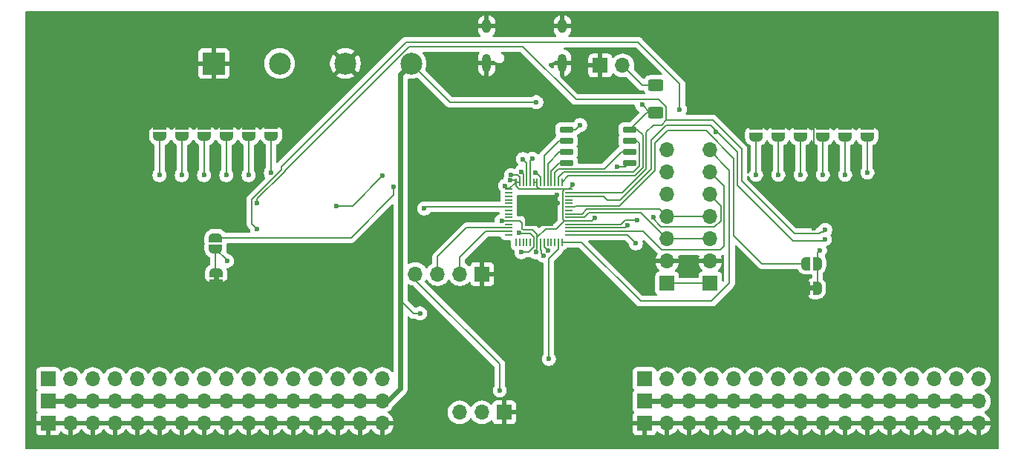
<source format=gbr>
%TF.GenerationSoftware,KiCad,Pcbnew,9.0.0*%
%TF.CreationDate,2025-03-06T16:27:56+01:00*%
%TF.ProjectId,mcuDevBoard,6d637544-6576-4426-9f61-72642e6b6963,rev?*%
%TF.SameCoordinates,Original*%
%TF.FileFunction,Copper,L2,Bot*%
%TF.FilePolarity,Positive*%
%FSLAX46Y46*%
G04 Gerber Fmt 4.6, Leading zero omitted, Abs format (unit mm)*
G04 Created by KiCad (PCBNEW 9.0.0) date 2025-03-06 16:27:56*
%MOMM*%
%LPD*%
G01*
G04 APERTURE LIST*
G04 Aperture macros list*
%AMRoundRect*
0 Rectangle with rounded corners*
0 $1 Rounding radius*
0 $2 $3 $4 $5 $6 $7 $8 $9 X,Y pos of 4 corners*
0 Add a 4 corners polygon primitive as box body*
4,1,4,$2,$3,$4,$5,$6,$7,$8,$9,$2,$3,0*
0 Add four circle primitives for the rounded corners*
1,1,$1+$1,$2,$3*
1,1,$1+$1,$4,$5*
1,1,$1+$1,$6,$7*
1,1,$1+$1,$8,$9*
0 Add four rect primitives between the rounded corners*
20,1,$1+$1,$2,$3,$4,$5,0*
20,1,$1+$1,$4,$5,$6,$7,0*
20,1,$1+$1,$6,$7,$8,$9,0*
20,1,$1+$1,$8,$9,$2,$3,0*%
%AMFreePoly0*
4,1,23,0.500000,-0.750000,0.000000,-0.750000,0.000000,-0.745722,-0.065263,-0.745722,-0.191342,-0.711940,-0.304381,-0.646677,-0.396677,-0.554381,-0.461940,-0.441342,-0.495722,-0.315263,-0.495722,-0.250000,-0.500000,-0.250000,-0.500000,0.250000,-0.495722,0.250000,-0.495722,0.315263,-0.461940,0.441342,-0.396677,0.554381,-0.304381,0.646677,-0.191342,0.711940,-0.065263,0.745722,0.000000,0.745722,
0.000000,0.750000,0.500000,0.750000,0.500000,-0.750000,0.500000,-0.750000,$1*%
%AMFreePoly1*
4,1,23,0.000000,0.745722,0.065263,0.745722,0.191342,0.711940,0.304381,0.646677,0.396677,0.554381,0.461940,0.441342,0.495722,0.315263,0.495722,0.250000,0.500000,0.250000,0.500000,-0.250000,0.495722,-0.250000,0.495722,-0.315263,0.461940,-0.441342,0.396677,-0.554381,0.304381,-0.646677,0.191342,-0.711940,0.065263,-0.745722,0.000000,-0.745722,0.000000,-0.750000,-0.500000,-0.750000,
-0.500000,0.750000,0.000000,0.750000,0.000000,0.745722,0.000000,0.745722,$1*%
G04 Aperture macros list end*
%TA.AperFunction,EtchedComponent*%
%ADD10C,0.000000*%
%TD*%
%TA.AperFunction,ComponentPad*%
%ADD11R,1.700000X1.700000*%
%TD*%
%TA.AperFunction,ComponentPad*%
%ADD12O,1.700000X1.700000*%
%TD*%
%TA.AperFunction,ComponentPad*%
%ADD13O,1.000000X2.100000*%
%TD*%
%TA.AperFunction,ComponentPad*%
%ADD14O,1.000000X1.600000*%
%TD*%
%TA.AperFunction,ComponentPad*%
%ADD15R,2.500000X2.500000*%
%TD*%
%TA.AperFunction,ComponentPad*%
%ADD16C,2.500000*%
%TD*%
%TA.AperFunction,SMDPad,CuDef*%
%ADD17FreePoly0,90.000000*%
%TD*%
%TA.AperFunction,SMDPad,CuDef*%
%ADD18FreePoly1,90.000000*%
%TD*%
%TA.AperFunction,SMDPad,CuDef*%
%ADD19RoundRect,0.150000X0.650000X0.150000X-0.650000X0.150000X-0.650000X-0.150000X0.650000X-0.150000X0*%
%TD*%
%TA.AperFunction,SMDPad,CuDef*%
%ADD20FreePoly0,180.000000*%
%TD*%
%TA.AperFunction,SMDPad,CuDef*%
%ADD21FreePoly1,180.000000*%
%TD*%
%TA.AperFunction,SMDPad,CuDef*%
%ADD22RoundRect,0.250000X0.625000X-0.400000X0.625000X0.400000X-0.625000X0.400000X-0.625000X-0.400000X0*%
%TD*%
%TA.AperFunction,SMDPad,CuDef*%
%ADD23RoundRect,0.050000X0.387500X0.050000X-0.387500X0.050000X-0.387500X-0.050000X0.387500X-0.050000X0*%
%TD*%
%TA.AperFunction,SMDPad,CuDef*%
%ADD24RoundRect,0.050000X0.050000X0.387500X-0.050000X0.387500X-0.050000X-0.387500X0.050000X-0.387500X0*%
%TD*%
%TA.AperFunction,HeatsinkPad*%
%ADD25R,3.200000X3.200000*%
%TD*%
%TA.AperFunction,SMDPad,CuDef*%
%ADD26FreePoly0,270.000000*%
%TD*%
%TA.AperFunction,SMDPad,CuDef*%
%ADD27FreePoly1,270.000000*%
%TD*%
%TA.AperFunction,ViaPad*%
%ADD28C,0.600000*%
%TD*%
%TA.AperFunction,Conductor*%
%ADD29C,0.200000*%
%TD*%
%TA.AperFunction,Conductor*%
%ADD30C,0.600000*%
%TD*%
G04 APERTURE END LIST*
D10*
%TA.AperFunction,EtchedComponent*%
%TO.C,JP18*%
G36*
X155400000Y-100400000D02*
G01*
X154900000Y-100400000D01*
X154900000Y-99800000D01*
X155400000Y-99800000D01*
X155400000Y-100400000D01*
G37*
%TD.AperFunction*%
%TA.AperFunction,EtchedComponent*%
%TO.C,JP17*%
G36*
X87565900Y-99250000D02*
G01*
X86965900Y-99250000D01*
X86965900Y-98750000D01*
X87565900Y-98750000D01*
X87565900Y-99250000D01*
G37*
%TD.AperFunction*%
%TD*%
D11*
%TO.P,J1,1,Pin_1*%
%TO.N,GND*%
X131064000Y-74676000D03*
D12*
%TO.P,J1,2,Pin_2*%
%TO.N,Net-(J1-Pin_2)*%
X133604000Y-74676000D03*
%TD*%
D11*
%TO.P,J15,1,Pin_1*%
%TO.N,GND*%
X120100000Y-114300000D03*
D12*
%TO.P,J15,2,Pin_2*%
%TO.N,ledHigh*%
X117560000Y-114300000D03*
%TO.P,J15,3,Pin_3*%
%TO.N,ledVcc*%
X115020000Y-114300000D03*
%TD*%
D11*
%TO.P,J5,1,Pin_1*%
%TO.N,+12V*%
X136118600Y-113030000D03*
D12*
%TO.P,J5,2,Pin_2*%
X138658600Y-113030000D03*
%TO.P,J5,3,Pin_3*%
X141198600Y-113030000D03*
%TO.P,J5,4,Pin_4*%
X143738600Y-113030000D03*
%TO.P,J5,5,Pin_5*%
X146278600Y-113030000D03*
%TO.P,J5,6,Pin_6*%
X148818600Y-113030000D03*
%TO.P,J5,7,Pin_7*%
X151358600Y-113030000D03*
%TO.P,J5,8,Pin_8*%
X153898600Y-113030000D03*
%TO.P,J5,9,Pin_9*%
X156438600Y-113030000D03*
%TO.P,J5,10,Pin_10*%
X158978600Y-113030000D03*
%TO.P,J5,11,Pin_11*%
X161518600Y-113030000D03*
%TO.P,J5,12,Pin_12*%
X164058600Y-113030000D03*
%TO.P,J5,13,Pin_13*%
X166598600Y-113030000D03*
%TO.P,J5,14,Pin_14*%
X169138600Y-113030000D03*
%TO.P,J5,15,Pin_15*%
X171678600Y-113030000D03*
%TO.P,J5,16,Pin_16*%
X174218600Y-113030000D03*
%TD*%
D13*
%TO.P,J3,S1,SHIELD*%
%TO.N,GND*%
X126750000Y-74370000D03*
D14*
X126750000Y-70190000D03*
D13*
X118110000Y-74370000D03*
D14*
X118110000Y-70190000D03*
%TD*%
D11*
%TO.P,J9,1,Pin_1*%
%TO.N,+5V*%
X68097400Y-113030000D03*
D12*
%TO.P,J9,2,Pin_2*%
X70637400Y-113030000D03*
%TO.P,J9,3,Pin_3*%
X73177400Y-113030000D03*
%TO.P,J9,4,Pin_4*%
X75717400Y-113030000D03*
%TO.P,J9,5,Pin_5*%
X78257400Y-113030000D03*
%TO.P,J9,6,Pin_6*%
X80797400Y-113030000D03*
%TO.P,J9,7,Pin_7*%
X83337400Y-113030000D03*
%TO.P,J9,8,Pin_8*%
X85877400Y-113030000D03*
%TO.P,J9,9,Pin_9*%
X88417400Y-113030000D03*
%TO.P,J9,10,Pin_10*%
X90957400Y-113030000D03*
%TO.P,J9,11,Pin_11*%
X93497400Y-113030000D03*
%TO.P,J9,12,Pin_12*%
X96037400Y-113030000D03*
%TO.P,J9,13,Pin_13*%
X98577400Y-113030000D03*
%TO.P,J9,14,Pin_14*%
X101117400Y-113030000D03*
%TO.P,J9,15,Pin_15*%
X103657400Y-113030000D03*
%TO.P,J9,16,Pin_16*%
X106197400Y-113030000D03*
%TD*%
D11*
%TO.P,J4,1,Pin_1*%
%TO.N,GND*%
X136118600Y-115570000D03*
D12*
%TO.P,J4,2,Pin_2*%
X138658600Y-115570000D03*
%TO.P,J4,3,Pin_3*%
X141198600Y-115570000D03*
%TO.P,J4,4,Pin_4*%
X143738600Y-115570000D03*
%TO.P,J4,5,Pin_5*%
X146278600Y-115570000D03*
%TO.P,J4,6,Pin_6*%
X148818600Y-115570000D03*
%TO.P,J4,7,Pin_7*%
X151358600Y-115570000D03*
%TO.P,J4,8,Pin_8*%
X153898600Y-115570000D03*
%TO.P,J4,9,Pin_9*%
X156438600Y-115570000D03*
%TO.P,J4,10,Pin_10*%
X158978600Y-115570000D03*
%TO.P,J4,11,Pin_11*%
X161518600Y-115570000D03*
%TO.P,J4,12,Pin_12*%
X164058600Y-115570000D03*
%TO.P,J4,13,Pin_13*%
X166598600Y-115570000D03*
%TO.P,J4,14,Pin_14*%
X169138600Y-115570000D03*
%TO.P,J4,15,Pin_15*%
X171678600Y-115570000D03*
%TO.P,J4,16,Pin_16*%
X174218600Y-115570000D03*
%TD*%
D11*
%TO.P,J13,1,Pin_1*%
%TO.N,+3.3V*%
X143600000Y-99568000D03*
D12*
%TO.P,J13,2,Pin_2*%
%TO.N,GND*%
X143600000Y-97028000D03*
%TO.P,J13,3,Pin_3*%
%TO.N,GPIO7*%
X143600000Y-94488000D03*
%TO.P,J13,4,Pin_4*%
%TO.N,GPIO6*%
X143600000Y-91948000D03*
%TO.P,J13,5,Pin_5*%
%TO.N,CS_DISPLAY2*%
X143600000Y-89408000D03*
%TO.P,J13,6,Pin_6*%
%TO.N,DC_DISPLAY2*%
X143600000Y-86868000D03*
%TO.P,J13,7,Pin_7*%
%TO.N,GPIO12*%
X143600000Y-84328000D03*
%TD*%
D11*
%TO.P,J12,1,Pin_1*%
%TO.N,+3.3V*%
X138684000Y-99568000D03*
D12*
%TO.P,J12,2,Pin_2*%
%TO.N,GND*%
X138684000Y-97028000D03*
%TO.P,J12,3,Pin_3*%
%TO.N,GPIO7*%
X138684000Y-94488000D03*
%TO.P,J12,4,Pin_4*%
%TO.N,GPIO6*%
X138684000Y-91948000D03*
%TO.P,J12,5,Pin_5*%
%TO.N,CS_DISPLAY1*%
X138684000Y-89408000D03*
%TO.P,J12,6,Pin_6*%
%TO.N,DC_DISPLAY1*%
X138684000Y-86868000D03*
%TO.P,J12,7,Pin_7*%
%TO.N,GPIO11*%
X138684000Y-84328000D03*
%TD*%
D11*
%TO.P,J7,1,Pin_1*%
%TO.N,Net-(J7-Pin_1)*%
X68097400Y-110490000D03*
D12*
%TO.P,J7,2,Pin_2*%
%TO.N,Net-(J7-Pin_2)*%
X70637400Y-110490000D03*
%TO.P,J7,3,Pin_3*%
%TO.N,Net-(J7-Pin_3)*%
X73177400Y-110490000D03*
%TO.P,J7,4,Pin_4*%
%TO.N,Net-(J7-Pin_4)*%
X75717400Y-110490000D03*
%TO.P,J7,5,Pin_5*%
%TO.N,Net-(J7-Pin_5)*%
X78257400Y-110490000D03*
%TO.P,J7,6,Pin_6*%
%TO.N,Net-(J7-Pin_6)*%
X80797400Y-110490000D03*
%TO.P,J7,7,Pin_7*%
%TO.N,Net-(J7-Pin_7)*%
X83337400Y-110490000D03*
%TO.P,J7,8,Pin_8*%
%TO.N,Net-(J7-Pin_8)*%
X85877400Y-110490000D03*
%TO.P,J7,9,Pin_9*%
%TO.N,Net-(J7-Pin_9)*%
X88417400Y-110490000D03*
%TO.P,J7,10,Pin_10*%
%TO.N,Net-(J7-Pin_10)*%
X90957400Y-110490000D03*
%TO.P,J7,11,Pin_11*%
%TO.N,Net-(J7-Pin_11)*%
X93497400Y-110490000D03*
%TO.P,J7,12,Pin_12*%
%TO.N,Net-(J7-Pin_12)*%
X96037400Y-110490000D03*
%TO.P,J7,13,Pin_13*%
%TO.N,Net-(J7-Pin_13)*%
X98577400Y-110490000D03*
%TO.P,J7,14,Pin_14*%
%TO.N,Net-(J7-Pin_14)*%
X101117400Y-110490000D03*
%TO.P,J7,15,Pin_15*%
%TO.N,Net-(J7-Pin_15)*%
X103657400Y-110490000D03*
%TO.P,J7,16,Pin_16*%
%TO.N,Net-(J7-Pin_16)*%
X106197400Y-110490000D03*
%TD*%
D11*
%TO.P,J10,1,Pin_1*%
%TO.N,GND*%
X117600000Y-98500000D03*
D12*
%TO.P,J10,2,Pin_2*%
%TO.N,RX*%
X115060000Y-98500000D03*
%TO.P,J10,3,Pin_3*%
%TO.N,TX*%
X112520000Y-98500000D03*
%TO.P,J10,4,Pin_4*%
%TO.N,+3.3V*%
X109980000Y-98500000D03*
%TD*%
D11*
%TO.P,J2,1,Pin_1*%
%TO.N,Net-(J2-Pin_1)*%
X136118600Y-110490000D03*
D12*
%TO.P,J2,2,Pin_2*%
%TO.N,Net-(J2-Pin_2)*%
X138658600Y-110490000D03*
%TO.P,J2,3,Pin_3*%
%TO.N,Net-(J2-Pin_3)*%
X141198600Y-110490000D03*
%TO.P,J2,4,Pin_4*%
%TO.N,Net-(J2-Pin_4)*%
X143738600Y-110490000D03*
%TO.P,J2,5,Pin_5*%
%TO.N,Net-(J2-Pin_5)*%
X146278600Y-110490000D03*
%TO.P,J2,6,Pin_6*%
%TO.N,Net-(J2-Pin_6)*%
X148818600Y-110490000D03*
%TO.P,J2,7,Pin_7*%
%TO.N,Net-(J2-Pin_7)*%
X151358600Y-110490000D03*
%TO.P,J2,8,Pin_8*%
%TO.N,Net-(J2-Pin_8)*%
X153898600Y-110490000D03*
%TO.P,J2,9,Pin_9*%
%TO.N,Net-(J2-Pin_9)*%
X156438600Y-110490000D03*
%TO.P,J2,10,Pin_10*%
%TO.N,Net-(J2-Pin_10)*%
X158978600Y-110490000D03*
%TO.P,J2,11,Pin_11*%
%TO.N,Net-(J2-Pin_11)*%
X161518600Y-110490000D03*
%TO.P,J2,12,Pin_12*%
%TO.N,Net-(J2-Pin_12)*%
X164058600Y-110490000D03*
%TO.P,J2,13,Pin_13*%
%TO.N,Net-(J2-Pin_13)*%
X166598600Y-110490000D03*
%TO.P,J2,14,Pin_14*%
%TO.N,Net-(J2-Pin_14)*%
X169138600Y-110490000D03*
%TO.P,J2,15,Pin_15*%
%TO.N,Net-(J2-Pin_15)*%
X171678600Y-110490000D03*
%TO.P,J2,16,Pin_16*%
%TO.N,Net-(J2-Pin_16)*%
X174218600Y-110490000D03*
%TD*%
D11*
%TO.P,J8,1,Pin_1*%
%TO.N,GND*%
X68097400Y-115570000D03*
D12*
%TO.P,J8,2,Pin_2*%
X70637400Y-115570000D03*
%TO.P,J8,3,Pin_3*%
X73177400Y-115570000D03*
%TO.P,J8,4,Pin_4*%
X75717400Y-115570000D03*
%TO.P,J8,5,Pin_5*%
X78257400Y-115570000D03*
%TO.P,J8,6,Pin_6*%
X80797400Y-115570000D03*
%TO.P,J8,7,Pin_7*%
X83337400Y-115570000D03*
%TO.P,J8,8,Pin_8*%
X85877400Y-115570000D03*
%TO.P,J8,9,Pin_9*%
X88417400Y-115570000D03*
%TO.P,J8,10,Pin_10*%
X90957400Y-115570000D03*
%TO.P,J8,11,Pin_11*%
X93497400Y-115570000D03*
%TO.P,J8,12,Pin_12*%
X96037400Y-115570000D03*
%TO.P,J8,13,Pin_13*%
X98577400Y-115570000D03*
%TO.P,J8,14,Pin_14*%
X101117400Y-115570000D03*
%TO.P,J8,15,Pin_15*%
X103657400Y-115570000D03*
%TO.P,J8,16,Pin_16*%
X106197400Y-115570000D03*
%TD*%
D15*
%TO.P,J6,1,Pin_1*%
%TO.N,GND*%
X87000000Y-74450000D03*
D16*
%TO.P,J6,2,Pin_2*%
%TO.N,+12V*%
X94500000Y-74450000D03*
%TO.P,J6,3,Pin_3*%
%TO.N,GND*%
X102000000Y-74450000D03*
%TO.P,J6,4,Pin_4*%
%TO.N,+5V*%
X109500000Y-74450000D03*
%TD*%
D17*
%TO.P,JP12,1,A*%
%TO.N,Net-(JP12-A)*%
X161518600Y-82829400D03*
D18*
%TO.P,JP12,2,B*%
%TO.N,GND*%
X161518600Y-81529400D03*
%TD*%
D19*
%TO.P,U5,1,~{CS}*%
%TO.N,QSPI_SS*%
X134410000Y-81990000D03*
%TO.P,U5,2,DO(IO1)*%
%TO.N,QSPI_SD1*%
X134410000Y-83260000D03*
%TO.P,U5,3,IO2*%
%TO.N,QSPI_SD2*%
X134410000Y-84530000D03*
%TO.P,U5,4,GND*%
%TO.N,GND*%
X134410000Y-85800000D03*
%TO.P,U5,5,DI(IO0)*%
%TO.N,QSPI_SD0*%
X127210000Y-85800000D03*
%TO.P,U5,6,CLK*%
%TO.N,QSPI_SCLK*%
X127210000Y-84530000D03*
%TO.P,U5,7,IO3*%
%TO.N,QSPI_SD3*%
X127210000Y-83260000D03*
%TO.P,U5,8,VCC*%
%TO.N,+3.3V*%
X127210000Y-81990000D03*
%TD*%
D17*
%TO.P,JP4,1,A*%
%TO.N,Net-(JP4-A)*%
X91023400Y-82770200D03*
D18*
%TO.P,JP4,2,B*%
%TO.N,GND*%
X91023400Y-81470200D03*
%TD*%
D17*
%TO.P,JP11,1,A*%
%TO.N,Net-(JP11-A)*%
X93563400Y-82740200D03*
D18*
%TO.P,JP11,2,B*%
%TO.N,GND*%
X93563400Y-81440200D03*
%TD*%
D17*
%TO.P,JP2,1,A*%
%TO.N,Net-(JP2-A)*%
X156438600Y-82829400D03*
D18*
%TO.P,JP2,2,B*%
%TO.N,GND*%
X156438600Y-81529400D03*
%TD*%
D17*
%TO.P,JP13,1,A*%
%TO.N,Net-(JP13-A)*%
X87200000Y-95650000D03*
D18*
%TO.P,JP13,2,B*%
%TO.N,M_CLK1*%
X87200000Y-94350000D03*
%TD*%
D20*
%TO.P,JP14,1,A*%
%TO.N,Net-(JP14-A)*%
X155818600Y-97300000D03*
D21*
%TO.P,JP14,2,B*%
%TO.N,M_CLK2*%
X154518600Y-97300000D03*
%TD*%
D17*
%TO.P,JP9,1,A*%
%TO.N,Net-(JP9-A)*%
X80863400Y-82770200D03*
D18*
%TO.P,JP9,2,B*%
%TO.N,GND*%
X80863400Y-81470200D03*
%TD*%
D17*
%TO.P,JP1,1,A*%
%TO.N,Net-(JP1-A)*%
X158978600Y-82829400D03*
D18*
%TO.P,JP1,2,B*%
%TO.N,GND*%
X158978600Y-81529400D03*
%TD*%
D17*
%TO.P,JP6,1,A*%
%TO.N,Net-(JP6-A)*%
X153898600Y-82829400D03*
D18*
%TO.P,JP6,2,B*%
%TO.N,GND*%
X153898600Y-81529400D03*
%TD*%
D17*
%TO.P,JP3,1,A*%
%TO.N,Net-(JP3-A)*%
X88483400Y-82770200D03*
D18*
%TO.P,JP3,2,B*%
%TO.N,GND*%
X88483400Y-81470200D03*
%TD*%
D17*
%TO.P,JP7,1,A*%
%TO.N,Net-(JP7-A)*%
X83403400Y-82770200D03*
D18*
%TO.P,JP7,2,B*%
%TO.N,GND*%
X83403400Y-81470200D03*
%TD*%
D20*
%TO.P,JP18,1,A*%
%TO.N,Net-(JP14-A)*%
X155800000Y-100100000D03*
D21*
%TO.P,JP18,2,B*%
%TO.N,GND*%
X154500000Y-100100000D03*
%TD*%
D17*
%TO.P,JP5,1,A*%
%TO.N,Net-(JP5-A)*%
X85943400Y-82770200D03*
D18*
%TO.P,JP5,2,B*%
%TO.N,GND*%
X85943400Y-81470200D03*
%TD*%
D22*
%TO.P,R32,1*%
%TO.N,QSPI_SS*%
X137414000Y-80036000D03*
%TO.P,R32,2*%
%TO.N,Net-(J1-Pin_2)*%
X137414000Y-76936000D03*
%TD*%
D17*
%TO.P,JP8,1,A*%
%TO.N,Net-(JP8-A)*%
X151358600Y-82829400D03*
D18*
%TO.P,JP8,2,B*%
%TO.N,GND*%
X151358600Y-81529400D03*
%TD*%
D23*
%TO.P,U1,1,IOVDD*%
%TO.N,+3.3V*%
X127508000Y-88824000D03*
%TO.P,U1,2,GPIO0*%
%TO.N,GPIO0*%
X127508000Y-89224000D03*
%TO.P,U1,3,GPIO1*%
%TO.N,GPIO1*%
X127508000Y-89624000D03*
%TO.P,U1,4,GPIO2*%
%TO.N,unconnected-(U1-GPIO2-Pad4)*%
X127508000Y-90024000D03*
%TO.P,U1,5,GPIO3*%
%TO.N,unconnected-(U1-GPIO3-Pad5)*%
X127508000Y-90424000D03*
%TO.P,U1,6,GPIO4*%
%TO.N,M_CLK2*%
X127508000Y-90824000D03*
%TO.P,U1,7,GPIO5*%
%TO.N,unconnected-(U1-GPIO5-Pad7)*%
X127508000Y-91224000D03*
%TO.P,U1,8,GPIO6*%
%TO.N,GPIO6*%
X127508000Y-91624000D03*
%TO.P,U1,9,GPIO7*%
%TO.N,GPIO7*%
X127508000Y-92024000D03*
%TO.P,U1,10,IOVDD*%
%TO.N,+3.3V*%
X127508000Y-92424000D03*
%TO.P,U1,11,GPIO8*%
%TO.N,CS_DISPLAY2*%
X127508000Y-92824000D03*
%TO.P,U1,12,GPIO9*%
%TO.N,DC_DISPLAY1*%
X127508000Y-93224000D03*
%TO.P,U1,13,GPIO10*%
%TO.N,DC_DISPLAY2*%
X127508000Y-93624000D03*
%TO.P,U1,14,GPIO11*%
%TO.N,GPIO11*%
X127508000Y-94024000D03*
D24*
%TO.P,U1,15,GPIO12*%
%TO.N,GPIO12*%
X126670500Y-94861500D03*
%TO.P,U1,16,GPIO13*%
%TO.N,ledLow*%
X126270500Y-94861500D03*
%TO.P,U1,17,GPIO14*%
%TO.N,unconnected-(U1-GPIO14-Pad17)*%
X125870500Y-94861500D03*
%TO.P,U1,18,GPIO15*%
%TO.N,unconnected-(U1-GPIO15-Pad18)*%
X125470500Y-94861500D03*
%TO.P,U1,19,TESTEN*%
%TO.N,unconnected-(U1-TESTEN-Pad19)*%
X125070500Y-94861500D03*
%TO.P,U1,20,XIN*%
%TO.N,XTAL_IN*%
X124670500Y-94861500D03*
%TO.P,U1,21,XOUT*%
%TO.N,XTAL_OUT*%
X124270500Y-94861500D03*
%TO.P,U1,22,IOVDD*%
%TO.N,+3.3V*%
X123870500Y-94861500D03*
%TO.P,U1,23,DVDD*%
%TO.N,+1V1*%
X123470500Y-94861500D03*
%TO.P,U1,24,SWCLK*%
%TO.N,unconnected-(U1-SWCLK-Pad24)*%
X123070500Y-94861500D03*
%TO.P,U1,25,SWD*%
%TO.N,unconnected-(U1-SWD-Pad25)*%
X122670500Y-94861500D03*
%TO.P,U1,26,RUN*%
%TO.N,unconnected-(U1-RUN-Pad26)*%
X122270500Y-94861500D03*
%TO.P,U1,27,GPIO16*%
%TO.N,unconnected-(U1-GPIO16-Pad27)*%
X121870500Y-94861500D03*
%TO.P,U1,28,GPIO17*%
%TO.N,unconnected-(U1-GPIO17-Pad28)*%
X121470500Y-94861500D03*
D23*
%TO.P,U1,29,GPIO18*%
%TO.N,unconnected-(U1-GPIO18-Pad29)*%
X120633000Y-94024000D03*
%TO.P,U1,30,GPIO19*%
%TO.N,RX*%
X120633000Y-93624000D03*
%TO.P,U1,31,GPIO20*%
%TO.N,TX*%
X120633000Y-93224000D03*
%TO.P,U1,32,GPIO21*%
%TO.N,unconnected-(U1-GPIO21-Pad32)*%
X120633000Y-92824000D03*
%TO.P,U1,33,IOVDD*%
%TO.N,+3.3V*%
X120633000Y-92424000D03*
%TO.P,U1,34,GPIO22*%
%TO.N,unconnected-(U1-GPIO22-Pad34)*%
X120633000Y-92024000D03*
%TO.P,U1,35,GPIO23*%
%TO.N,unconnected-(U1-GPIO23-Pad35)*%
X120633000Y-91624000D03*
%TO.P,U1,36,GPIO24*%
%TO.N,unconnected-(U1-GPIO24-Pad36)*%
X120633000Y-91224000D03*
%TO.P,U1,37,GPIO25*%
%TO.N,M_CLK1*%
X120633000Y-90824000D03*
%TO.P,U1,38,GPIO26_ADC0*%
%TO.N,unconnected-(U1-GPIO26_ADC0-Pad38)*%
X120633000Y-90424000D03*
%TO.P,U1,39,GPIO27_ADC1*%
%TO.N,unconnected-(U1-GPIO27_ADC1-Pad39)*%
X120633000Y-90024000D03*
%TO.P,U1,40,GPIO28_ADC2*%
%TO.N,unconnected-(U1-GPIO28_ADC2-Pad40)*%
X120633000Y-89624000D03*
%TO.P,U1,41,GPIO29_ADC3*%
%TO.N,unconnected-(U1-GPIO29_ADC3-Pad41)*%
X120633000Y-89224000D03*
%TO.P,U1,42,IOVDD*%
%TO.N,+3.3V*%
X120633000Y-88824000D03*
D24*
%TO.P,U1,43,ADC_AVDD*%
X121470500Y-87986500D03*
%TO.P,U1,44,VREG_IN*%
X121870500Y-87986500D03*
%TO.P,U1,45,VREG_VOUT*%
%TO.N,+1V1*%
X122270500Y-87986500D03*
%TO.P,U1,46,USB_DM*%
%TO.N,Net-(U1-USB_DM)*%
X122670500Y-87986500D03*
%TO.P,U1,47,USB_DP*%
%TO.N,Net-(U1-USB_DP)*%
X123070500Y-87986500D03*
%TO.P,U1,48,USB_VDD*%
%TO.N,+3.3V*%
X123470500Y-87986500D03*
%TO.P,U1,49,IOVDD*%
X123870500Y-87986500D03*
%TO.P,U1,50,DVDD*%
%TO.N,+1V1*%
X124270500Y-87986500D03*
%TO.P,U1,51,QSPI_SD3*%
%TO.N,QSPI_SD3*%
X124670500Y-87986500D03*
%TO.P,U1,52,QSPI_SCLK*%
%TO.N,QSPI_SCLK*%
X125070500Y-87986500D03*
%TO.P,U1,53,QSPI_SD0*%
%TO.N,QSPI_SD0*%
X125470500Y-87986500D03*
%TO.P,U1,54,QSPI_SD2*%
%TO.N,QSPI_SD2*%
X125870500Y-87986500D03*
%TO.P,U1,55,QSPI_SD1*%
%TO.N,QSPI_SD1*%
X126270500Y-87986500D03*
%TO.P,U1,56,QSPI_SS*%
%TO.N,QSPI_SS*%
X126670500Y-87986500D03*
D25*
%TO.P,U1,57,GND*%
%TO.N,GND*%
X124070500Y-91424000D03*
%TD*%
D26*
%TO.P,JP17,1,A*%
%TO.N,Net-(JP13-A)*%
X87265900Y-98350000D03*
D27*
%TO.P,JP17,2,B*%
%TO.N,GND*%
X87265900Y-99650000D03*
%TD*%
D17*
%TO.P,JP10,1,A*%
%TO.N,Net-(JP10-A)*%
X148818600Y-82829400D03*
D18*
%TO.P,JP10,2,B*%
%TO.N,GND*%
X148818600Y-81529400D03*
%TD*%
D28*
%TO.N,+5V*%
X123760606Y-78868857D03*
X110500000Y-103000000D03*
%TO.N,GND*%
X155383600Y-93268800D03*
X126120000Y-89440000D03*
X132940000Y-86270000D03*
X121880000Y-91640000D03*
X155000000Y-98800000D03*
X126170500Y-90350000D03*
X151968200Y-102412800D03*
X131978400Y-101473000D03*
%TO.N,+3.3V*%
X119600000Y-111800000D03*
X120910000Y-87210000D03*
X128778000Y-81483200D03*
X130400000Y-92100000D03*
X101000000Y-90700000D03*
X123709265Y-96009265D03*
X119812741Y-92414385D03*
X120229500Y-88420500D03*
X127910000Y-88290000D03*
X120770000Y-87800000D03*
X106250000Y-87250000D03*
%TO.N,XTAL_IN*%
X125119968Y-95799000D03*
%TO.N,GPIO1*%
X144279535Y-82235600D03*
X140131800Y-79700000D03*
X156651916Y-94501400D03*
X91922600Y-93319600D03*
%TO.N,GPIO0*%
X156700000Y-93459400D03*
X91948000Y-90398600D03*
%TO.N,DC_DISPLAY1*%
X134200000Y-92900000D03*
%TO.N,CS_DISPLAY2*%
X135300000Y-92300000D03*
X137084527Y-92040000D03*
%TO.N,GPIO11*%
X135128000Y-94996000D03*
%TO.N,QSPI_SS*%
X135839200Y-79171800D03*
%TO.N,XTAL_OUT*%
X124573653Y-96383414D03*
%TO.N,Net-(U1-USB_DP)*%
X123320000Y-85350000D03*
%TO.N,Net-(U1-USB_DM)*%
X122250000Y-85370000D03*
%TO.N,Net-(JP3-A)*%
X88417400Y-87198200D03*
%TO.N,Net-(JP5-A)*%
X85877400Y-87198200D03*
%TO.N,Net-(JP7-A)*%
X83337400Y-87198200D03*
%TO.N,Net-(JP9-A)*%
X80797400Y-87198200D03*
%TO.N,Net-(JP11-A)*%
X93497400Y-86944200D03*
%TO.N,Net-(JP4-A)*%
X90957400Y-87198200D03*
%TO.N,Net-(JP6-A)*%
X153898600Y-87147400D03*
%TO.N,Net-(JP8-A)*%
X151358600Y-87147400D03*
%TO.N,Net-(JP10-A)*%
X148818600Y-87147400D03*
%TO.N,Net-(JP12-A)*%
X161518600Y-86893400D03*
%TO.N,+1V1*%
X123700837Y-86911985D03*
X121798985Y-93801015D03*
X122070500Y-86804113D03*
X122080000Y-95990000D03*
%TO.N,Net-(JP1-A)*%
X158978600Y-87147400D03*
%TO.N,Net-(JP2-A)*%
X156438600Y-87147400D03*
%TO.N,ledLow*%
X125200000Y-108200000D03*
%TO.N,M_CLK1*%
X111000000Y-91000000D03*
X107480200Y-88500000D03*
%TO.N,Net-(JP13-A)*%
X88500000Y-97000000D03*
%TO.N,Net-(JP14-A)*%
X156100000Y-95800000D03*
%TD*%
D29*
%TO.N,TX*%
X120633000Y-93224000D02*
X115818000Y-93224000D01*
X115818000Y-93224000D02*
X112520000Y-96522000D01*
X112520000Y-96522000D02*
X112520000Y-98500000D01*
%TO.N,GND*%
X138684000Y-97028000D02*
X143600000Y-97028000D01*
%TO.N,+3.3V*%
X124174140Y-88824000D02*
X121824000Y-88824000D01*
X121824000Y-88824000D02*
X121470500Y-88470500D01*
X121470500Y-88470500D02*
X121470500Y-87986500D01*
%TO.N,+5V*%
X109780200Y-103000000D02*
X108280200Y-101500000D01*
D30*
X108280200Y-75669800D02*
X109500000Y-74450000D01*
X108280200Y-111556800D02*
X106807000Y-113030000D01*
X106807000Y-113030000D02*
X106197400Y-113030000D01*
X106197400Y-113030000D02*
X68097400Y-113030000D01*
D29*
X123760606Y-78868857D02*
X113918857Y-78868857D01*
X110500000Y-103000000D02*
X109780200Y-103000000D01*
D30*
X108280200Y-101500000D02*
X108280200Y-111556800D01*
D29*
X113918857Y-78868857D02*
X109500000Y-74450000D01*
D30*
X108280200Y-101500000D02*
X108280200Y-75669800D01*
D29*
%TO.N,GND*%
X132918200Y-102412800D02*
X131978400Y-101473000D01*
X124070500Y-91424000D02*
X126084500Y-89410000D01*
X126090000Y-89410000D02*
X126120000Y-89440000D01*
X124070500Y-91424000D02*
X122096000Y-91424000D01*
X155383600Y-81829400D02*
X155683600Y-81529400D01*
X126170500Y-90350000D02*
X125096500Y-91424000D01*
X126084500Y-89410000D02*
X126090000Y-89410000D01*
X148818600Y-81529400D02*
X161518600Y-81529400D01*
X88417400Y-81580200D02*
X87662400Y-81580200D01*
X154500000Y-99300000D02*
X155000000Y-98800000D01*
X133940000Y-86270000D02*
X134410000Y-85800000D01*
X152187200Y-102412800D02*
X151968200Y-102412800D01*
X122096000Y-91424000D02*
X121880000Y-91640000D01*
X154500000Y-100100000D02*
X154500000Y-99300000D01*
X125096500Y-91424000D02*
X124070500Y-91424000D01*
X155683600Y-81529400D02*
X156438600Y-81529400D01*
X80797400Y-81580200D02*
X93497400Y-81580200D01*
X87662400Y-81580200D02*
X87362400Y-81880200D01*
X154500000Y-100100000D02*
X152187200Y-102412800D01*
X155383600Y-93268800D02*
X155383600Y-81829400D01*
X151968200Y-102412800D02*
X132918200Y-102412800D01*
X132940000Y-86270000D02*
X133940000Y-86270000D01*
%TO.N,+3.3V*%
X102800000Y-90700000D02*
X101000000Y-90700000D01*
X126770500Y-89027640D02*
X126770500Y-92220360D01*
X123870500Y-95565186D02*
X123870500Y-94861500D01*
X127508000Y-88824000D02*
X126974140Y-88824000D01*
X126974140Y-92424000D02*
X127508000Y-92424000D01*
X123870500Y-93970500D02*
X123870500Y-94327640D01*
X123870500Y-88520360D02*
X124174140Y-88824000D01*
X130400000Y-92100000D02*
X130076000Y-92424000D01*
X120770000Y-87800000D02*
X121284000Y-87800000D01*
X122170500Y-93324000D02*
X122286500Y-93440000D01*
X119822356Y-92424000D02*
X120633000Y-92424000D01*
X121284000Y-87800000D02*
X121470500Y-87986500D01*
X121924000Y-92424000D02*
X122170500Y-92670500D01*
X106250000Y-87250000D02*
X102800000Y-90700000D01*
X121870500Y-87452640D02*
X121870500Y-87986500D01*
X120229500Y-88420500D02*
X120633000Y-88824000D01*
X143600000Y-99568000D02*
X138684000Y-99568000D01*
X122170500Y-92670500D02*
X122170500Y-93324000D01*
X109980000Y-99180000D02*
X119600000Y-108800000D01*
X121627860Y-87210000D02*
X121870500Y-87452640D01*
X127910000Y-88290000D02*
X127910000Y-88422000D01*
X122286500Y-93440000D02*
X123340000Y-93440000D01*
X123870500Y-94327640D02*
X124818140Y-93380000D01*
X120910000Y-87210000D02*
X121627860Y-87210000D01*
X124174140Y-88824000D02*
X127508000Y-88824000D01*
X121470500Y-87986500D02*
X121870500Y-87986500D01*
X123340000Y-93440000D02*
X123870500Y-93970500D01*
X130076000Y-92424000D02*
X127508000Y-92424000D01*
X119600000Y-108800000D02*
X119600000Y-111800000D01*
X120633000Y-88824000D02*
X121470500Y-87986500D01*
X123709265Y-96009265D02*
X123709265Y-95726421D01*
X126770500Y-92220360D02*
X126974140Y-92424000D01*
X123709265Y-95726421D02*
X123870500Y-95565186D01*
X128271200Y-81990000D02*
X128778000Y-81483200D01*
X126974140Y-88824000D02*
X126770500Y-89027640D01*
X126018140Y-93380000D02*
X126974140Y-92424000D01*
X109980000Y-98500000D02*
X109980000Y-99180000D01*
X124818140Y-93380000D02*
X126018140Y-93380000D01*
X119812741Y-92414385D02*
X119822356Y-92424000D01*
X120633000Y-92424000D02*
X121924000Y-92424000D01*
X123870500Y-94861500D02*
X123870500Y-94327640D01*
X127910000Y-88422000D02*
X127508000Y-88824000D01*
X127210000Y-81990000D02*
X128271200Y-81990000D01*
X123470500Y-87986500D02*
X123870500Y-87986500D01*
X123870500Y-87986500D02*
X123870500Y-88520360D01*
%TO.N,XTAL_IN*%
X125119968Y-95799000D02*
X125000968Y-95680000D01*
X124955140Y-95680000D02*
X124670500Y-95395360D01*
X125000968Y-95680000D02*
X124955140Y-95680000D01*
X124670500Y-95395360D02*
X124670500Y-94861500D01*
D30*
%TO.N,+12V*%
X136118600Y-113030000D02*
X174218600Y-113030000D01*
D29*
%TO.N,GPIO1*%
X108931546Y-72000000D02*
X94715773Y-86215773D01*
X146700000Y-88330800D02*
X146700000Y-84520800D01*
X156457303Y-94700000D02*
X153069200Y-94700000D01*
X136906000Y-83194000D02*
X136906000Y-86491058D01*
X140131800Y-76758800D02*
X135373000Y-72000000D01*
X91389543Y-89902000D02*
X91348000Y-89902000D01*
X136906000Y-86491058D02*
X133319058Y-90078000D01*
X135373000Y-72000000D02*
X108931546Y-72000000D01*
X146700000Y-84520800D02*
X143679200Y-81500000D01*
X131448200Y-89624000D02*
X127508000Y-89624000D01*
X94715773Y-86215773D02*
X94715773Y-86575770D01*
X94715773Y-86575770D02*
X91389543Y-89902000D01*
X140131800Y-79700000D02*
X140131800Y-76758800D01*
X156651916Y-94501400D02*
X156651916Y-94505387D01*
X91348000Y-89902000D02*
X91348000Y-92745000D01*
X91348000Y-92745000D02*
X91922600Y-93319600D01*
X143679200Y-81500000D02*
X138600000Y-81500000D01*
X156651916Y-94505387D02*
X156457303Y-94700000D01*
X153069200Y-94700000D02*
X146700000Y-88330800D01*
X133319058Y-90078000D02*
X131902200Y-90078000D01*
X131902200Y-90078000D02*
X131448200Y-89624000D01*
X138600000Y-81500000D02*
X136906000Y-83194000D01*
%TO.N,GPIO0*%
X109256554Y-72500000D02*
X122209448Y-72500000D01*
X136320000Y-82280000D02*
X137134958Y-81465042D01*
X95116773Y-86741870D02*
X95116773Y-86639781D01*
X137759544Y-78571800D02*
X138589000Y-79401256D01*
X138589000Y-79401256D02*
X138589000Y-80892400D01*
X133607372Y-89224000D02*
X136320000Y-86511372D01*
X156495489Y-93663911D02*
X156700000Y-93459400D01*
X147200000Y-84208000D02*
X147200000Y-87891000D01*
X122209448Y-72500000D02*
X128281248Y-78571800D01*
X156246689Y-93663911D02*
X156495489Y-93663911D01*
X138016358Y-81465042D02*
X137134958Y-81465042D01*
X143884400Y-80892400D02*
X147200000Y-84208000D01*
X153177800Y-93868800D02*
X156041800Y-93868800D01*
X94881873Y-86976770D02*
X95116773Y-86741870D01*
X147200000Y-87891000D02*
X153177800Y-93868800D01*
X95116773Y-86639781D02*
X109256554Y-72500000D01*
X156041800Y-93868800D02*
X156246689Y-93663911D01*
X91948000Y-89910643D02*
X94881873Y-86976770D01*
X127508000Y-89224000D02*
X133607372Y-89224000D01*
X128281248Y-78571800D02*
X137759544Y-78571800D01*
X138589000Y-80892400D02*
X143884400Y-80892400D01*
X138589000Y-80892400D02*
X138016358Y-81465042D01*
X136320000Y-86511372D02*
X136320000Y-82280000D01*
X91948000Y-90398600D02*
X91948000Y-89910643D01*
%TO.N,DC_DISPLAY2*%
X138087654Y-95758000D02*
X135953654Y-93624000D01*
X145200000Y-95300000D02*
X144742000Y-95758000D01*
X144742000Y-95758000D02*
X138087654Y-95758000D01*
X143600000Y-86868000D02*
X145200000Y-88468000D01*
X145200000Y-88468000D02*
X145200000Y-95300000D01*
X135953654Y-93624000D02*
X127508000Y-93624000D01*
%TO.N,DC_DISPLAY1*%
X134200000Y-92900000D02*
X133876000Y-93224000D01*
X133876000Y-93224000D02*
X127508000Y-93224000D01*
%TO.N,GPIO12*%
X143744459Y-101600000D02*
X135648529Y-101600000D01*
X135648529Y-101600000D02*
X128910029Y-94861500D01*
X145800000Y-86628000D02*
X145800000Y-99544459D01*
X145800000Y-99544459D02*
X143744459Y-101600000D01*
X128910029Y-94861500D02*
X126670500Y-94861500D01*
X143500000Y-84328000D02*
X145800000Y-86628000D01*
%TO.N,CS_DISPLAY2*%
X127508000Y-92824000D02*
X133427471Y-92824000D01*
X133427471Y-92824000D02*
X133951471Y-92300000D01*
X144800000Y-90708000D02*
X144800000Y-92400000D01*
X144100000Y-93100000D02*
X138000000Y-93100000D01*
X143500000Y-89408000D02*
X144800000Y-90708000D01*
X137060000Y-92040000D02*
X137084527Y-92040000D01*
X138000000Y-93100000D02*
X137000000Y-92100000D01*
X144800000Y-92400000D02*
X144100000Y-93100000D01*
X133951471Y-92300000D02*
X135300000Y-92300000D01*
X137000000Y-92100000D02*
X137060000Y-92040000D01*
%TO.N,GPIO7*%
X135696000Y-91500000D02*
X138684000Y-94488000D01*
X129800000Y-91500000D02*
X135696000Y-91500000D01*
X127508000Y-92024000D02*
X129276000Y-92024000D01*
X138684000Y-94488000D02*
X142748000Y-94488000D01*
X129276000Y-92024000D02*
X129800000Y-91500000D01*
%TO.N,GPIO6*%
X129500000Y-91100000D02*
X128976000Y-91624000D01*
X143600000Y-91948000D02*
X138684000Y-91948000D01*
X137836000Y-91100000D02*
X129500000Y-91100000D01*
X128976000Y-91624000D02*
X127508000Y-91624000D01*
X138684000Y-91948000D02*
X137836000Y-91100000D01*
%TO.N,GPIO11*%
X127508000Y-94024000D02*
X134156000Y-94024000D01*
X134156000Y-94024000D02*
X135128000Y-94996000D01*
%TO.N,Net-(J1-Pin_2)*%
X135864000Y-76936000D02*
X133604000Y-74676000D01*
X137414000Y-76936000D02*
X135864000Y-76936000D01*
%TO.N,QSPI_SS*%
X135920000Y-82630000D02*
X135280000Y-81990000D01*
X137414000Y-80036000D02*
X136703400Y-80036000D01*
X135920000Y-86345686D02*
X135920000Y-82630000D01*
X134995686Y-87270000D02*
X135920000Y-86345686D01*
X127387000Y-87270000D02*
X134995686Y-87270000D01*
X135280000Y-81990000D02*
X134410000Y-81990000D01*
X136703400Y-80036000D02*
X135839200Y-79171800D01*
X136364000Y-80036000D02*
X134410000Y-81990000D01*
X126670500Y-87986500D02*
X127387000Y-87270000D01*
X137414000Y-80036000D02*
X136364000Y-80036000D01*
%TO.N,XTAL_OUT*%
X124270500Y-95721971D02*
X124270500Y-94861500D01*
X124309265Y-96119026D02*
X124309265Y-95760736D01*
X124309265Y-95760736D02*
X124270500Y-95721971D01*
X124573653Y-96383414D02*
X124309265Y-96119026D01*
%TO.N,Net-(U1-USB_DP)*%
X123070500Y-85599500D02*
X123070500Y-87986500D01*
X123320000Y-85350000D02*
X123070500Y-85599500D01*
%TO.N,Net-(U1-USB_DM)*%
X122250000Y-85370000D02*
X122670500Y-85790500D01*
X122670500Y-85790500D02*
X122670500Y-87986500D01*
%TO.N,Net-(JP3-A)*%
X88417400Y-87198200D02*
X88417400Y-82880200D01*
%TO.N,Net-(JP5-A)*%
X85877400Y-82880200D02*
X85877400Y-87198200D01*
%TO.N,Net-(JP7-A)*%
X83337400Y-87198200D02*
X83337400Y-82880200D01*
%TO.N,Net-(JP9-A)*%
X80797400Y-82880200D02*
X80797400Y-87198200D01*
%TO.N,Net-(JP11-A)*%
X93497400Y-82880200D02*
X93497400Y-86944200D01*
%TO.N,Net-(JP4-A)*%
X90957400Y-82880200D02*
X90957400Y-87198200D01*
%TO.N,Net-(JP6-A)*%
X153898600Y-82829400D02*
X153898600Y-87147400D01*
%TO.N,Net-(JP8-A)*%
X151358600Y-87147400D02*
X151358600Y-82829400D01*
%TO.N,Net-(JP10-A)*%
X148818600Y-82829400D02*
X148818600Y-87147400D01*
%TO.N,Net-(JP12-A)*%
X161518600Y-82829400D02*
X161518600Y-86893400D01*
%TO.N,+1V1*%
X122070500Y-86834069D02*
X122270500Y-87034069D01*
X123729845Y-86911985D02*
X124270500Y-87452640D01*
X123470500Y-95399500D02*
X123470500Y-94861500D01*
X122080000Y-95990000D02*
X122880000Y-95990000D01*
X123700837Y-86911985D02*
X123729845Y-86911985D01*
X122070500Y-86804113D02*
X122070500Y-86834069D01*
X121897970Y-93900000D02*
X121798985Y-93801015D01*
X123042860Y-93900000D02*
X121897970Y-93900000D01*
X123470500Y-94861500D02*
X123470500Y-94327640D01*
X123470500Y-94327640D02*
X123042860Y-93900000D01*
X122270500Y-87034069D02*
X122270500Y-87986500D01*
X122880000Y-95990000D02*
X123470500Y-95399500D01*
X124270500Y-87452640D02*
X124270500Y-87986500D01*
%TO.N,QSPI_SCLK*%
X125070500Y-87986500D02*
X125070500Y-85869501D01*
X126410001Y-84530000D02*
X127210000Y-84530000D01*
X125070500Y-85869501D02*
X126410001Y-84530000D01*
%TO.N,QSPI_SD2*%
X131520000Y-86470000D02*
X133460000Y-84530000D01*
X125870500Y-87986500D02*
X125870500Y-86889500D01*
X126290000Y-86470000D02*
X131520000Y-86470000D01*
X133460000Y-84530000D02*
X134410000Y-84530000D01*
X125870500Y-86889500D02*
X126290000Y-86470000D01*
%TO.N,QSPI_SD3*%
X126410001Y-83260000D02*
X127210000Y-83260000D01*
X124670500Y-84999501D02*
X126410001Y-83260000D01*
X124670500Y-87986500D02*
X124670500Y-84999501D01*
%TO.N,QSPI_SD1*%
X126270500Y-87986500D02*
X126270500Y-87452640D01*
X134830000Y-86870000D02*
X135520000Y-86180000D01*
X126270500Y-87452640D02*
X126853140Y-86870000D01*
X135520000Y-83570001D02*
X135209999Y-83260000D01*
X135209999Y-83260000D02*
X134410000Y-83260000D01*
X135520000Y-86180000D02*
X135520000Y-83570001D01*
X126853140Y-86870000D02*
X134830000Y-86870000D01*
%TO.N,QSPI_SD0*%
X126394314Y-85800000D02*
X125470500Y-86723814D01*
X127210000Y-85800000D02*
X126394314Y-85800000D01*
X125470500Y-86723814D02*
X125470500Y-87986500D01*
%TO.N,Net-(JP1-A)*%
X158978600Y-82829400D02*
X158978600Y-87147400D01*
%TO.N,Net-(JP2-A)*%
X156438600Y-87147400D02*
X156438600Y-82829400D01*
%TO.N,ledLow*%
X125200000Y-96741000D02*
X126270500Y-95670500D01*
X126270500Y-95670500D02*
X126270500Y-94861500D01*
X125200000Y-108200000D02*
X125200000Y-96741000D01*
%TO.N,M_CLK1*%
X102650001Y-94350000D02*
X87200000Y-94350000D01*
X111176000Y-90824000D02*
X111000000Y-91000000D01*
X107500000Y-89500000D02*
X102650001Y-94350000D01*
X120633000Y-90824000D02*
X111176000Y-90824000D01*
X107480200Y-88500000D02*
X107500000Y-88519800D01*
X107500000Y-88519800D02*
X107500000Y-89500000D01*
%TO.N,Net-(JP13-A)*%
X87200000Y-98284100D02*
X87265900Y-98350000D01*
X88500000Y-96950000D02*
X87200000Y-95650000D01*
X88500000Y-97000000D02*
X88500000Y-96950000D01*
X87200000Y-95650000D02*
X87200000Y-98284100D01*
%TO.N,M_CLK2*%
X138700000Y-82100000D02*
X143100000Y-82100000D01*
X128301000Y-90699000D02*
X133265158Y-90699000D01*
X128176000Y-90824000D02*
X128301000Y-90699000D01*
X127508000Y-90824000D02*
X128176000Y-90824000D01*
X146299000Y-94099000D02*
X149500000Y-97300000D01*
X137307000Y-83493000D02*
X138700000Y-82100000D01*
X143100000Y-82100000D02*
X146299000Y-85299000D01*
X146299000Y-85299000D02*
X146299000Y-94099000D01*
X137307000Y-86657158D02*
X137307000Y-83493000D01*
X149500000Y-97300000D02*
X154318600Y-97300000D01*
X154318600Y-97300000D02*
X154518600Y-97500000D01*
X133265158Y-90699000D02*
X137307000Y-86657158D01*
%TO.N,Net-(JP14-A)*%
X155818600Y-97500000D02*
X155818600Y-100081400D01*
X155818600Y-100081400D02*
X155800000Y-100100000D01*
X155818600Y-96081400D02*
X156100000Y-95800000D01*
X155818600Y-97500000D02*
X155818600Y-96081400D01*
%TO.N,RX*%
X117976000Y-93624000D02*
X115060000Y-96540000D01*
X120633000Y-93624000D02*
X117976000Y-93624000D01*
X115060000Y-96540000D02*
X115060000Y-98500000D01*
%TD*%
%TA.AperFunction,Conductor*%
%TO.N,GND*%
G36*
X70171475Y-115377007D02*
G01*
X70137400Y-115504174D01*
X70137400Y-115635826D01*
X70171475Y-115762993D01*
X70204388Y-115820000D01*
X68530412Y-115820000D01*
X68563325Y-115762993D01*
X68597400Y-115635826D01*
X68597400Y-115504174D01*
X68563325Y-115377007D01*
X68530412Y-115320000D01*
X70204388Y-115320000D01*
X70171475Y-115377007D01*
G37*
%TD.AperFunction*%
%TA.AperFunction,Conductor*%
G36*
X72711475Y-115377007D02*
G01*
X72677400Y-115504174D01*
X72677400Y-115635826D01*
X72711475Y-115762993D01*
X72744388Y-115820000D01*
X71070412Y-115820000D01*
X71103325Y-115762993D01*
X71137400Y-115635826D01*
X71137400Y-115504174D01*
X71103325Y-115377007D01*
X71070412Y-115320000D01*
X72744388Y-115320000D01*
X72711475Y-115377007D01*
G37*
%TD.AperFunction*%
%TA.AperFunction,Conductor*%
G36*
X75251475Y-115377007D02*
G01*
X75217400Y-115504174D01*
X75217400Y-115635826D01*
X75251475Y-115762993D01*
X75284388Y-115820000D01*
X73610412Y-115820000D01*
X73643325Y-115762993D01*
X73677400Y-115635826D01*
X73677400Y-115504174D01*
X73643325Y-115377007D01*
X73610412Y-115320000D01*
X75284388Y-115320000D01*
X75251475Y-115377007D01*
G37*
%TD.AperFunction*%
%TA.AperFunction,Conductor*%
G36*
X77791475Y-115377007D02*
G01*
X77757400Y-115504174D01*
X77757400Y-115635826D01*
X77791475Y-115762993D01*
X77824388Y-115820000D01*
X76150412Y-115820000D01*
X76183325Y-115762993D01*
X76217400Y-115635826D01*
X76217400Y-115504174D01*
X76183325Y-115377007D01*
X76150412Y-115320000D01*
X77824388Y-115320000D01*
X77791475Y-115377007D01*
G37*
%TD.AperFunction*%
%TA.AperFunction,Conductor*%
G36*
X80331475Y-115377007D02*
G01*
X80297400Y-115504174D01*
X80297400Y-115635826D01*
X80331475Y-115762993D01*
X80364388Y-115820000D01*
X78690412Y-115820000D01*
X78723325Y-115762993D01*
X78757400Y-115635826D01*
X78757400Y-115504174D01*
X78723325Y-115377007D01*
X78690412Y-115320000D01*
X80364388Y-115320000D01*
X80331475Y-115377007D01*
G37*
%TD.AperFunction*%
%TA.AperFunction,Conductor*%
G36*
X82871475Y-115377007D02*
G01*
X82837400Y-115504174D01*
X82837400Y-115635826D01*
X82871475Y-115762993D01*
X82904388Y-115820000D01*
X81230412Y-115820000D01*
X81263325Y-115762993D01*
X81297400Y-115635826D01*
X81297400Y-115504174D01*
X81263325Y-115377007D01*
X81230412Y-115320000D01*
X82904388Y-115320000D01*
X82871475Y-115377007D01*
G37*
%TD.AperFunction*%
%TA.AperFunction,Conductor*%
G36*
X85411475Y-115377007D02*
G01*
X85377400Y-115504174D01*
X85377400Y-115635826D01*
X85411475Y-115762993D01*
X85444388Y-115820000D01*
X83770412Y-115820000D01*
X83803325Y-115762993D01*
X83837400Y-115635826D01*
X83837400Y-115504174D01*
X83803325Y-115377007D01*
X83770412Y-115320000D01*
X85444388Y-115320000D01*
X85411475Y-115377007D01*
G37*
%TD.AperFunction*%
%TA.AperFunction,Conductor*%
G36*
X87951475Y-115377007D02*
G01*
X87917400Y-115504174D01*
X87917400Y-115635826D01*
X87951475Y-115762993D01*
X87984388Y-115820000D01*
X86310412Y-115820000D01*
X86343325Y-115762993D01*
X86377400Y-115635826D01*
X86377400Y-115504174D01*
X86343325Y-115377007D01*
X86310412Y-115320000D01*
X87984388Y-115320000D01*
X87951475Y-115377007D01*
G37*
%TD.AperFunction*%
%TA.AperFunction,Conductor*%
G36*
X90491475Y-115377007D02*
G01*
X90457400Y-115504174D01*
X90457400Y-115635826D01*
X90491475Y-115762993D01*
X90524388Y-115820000D01*
X88850412Y-115820000D01*
X88883325Y-115762993D01*
X88917400Y-115635826D01*
X88917400Y-115504174D01*
X88883325Y-115377007D01*
X88850412Y-115320000D01*
X90524388Y-115320000D01*
X90491475Y-115377007D01*
G37*
%TD.AperFunction*%
%TA.AperFunction,Conductor*%
G36*
X93031475Y-115377007D02*
G01*
X92997400Y-115504174D01*
X92997400Y-115635826D01*
X93031475Y-115762993D01*
X93064388Y-115820000D01*
X91390412Y-115820000D01*
X91423325Y-115762993D01*
X91457400Y-115635826D01*
X91457400Y-115504174D01*
X91423325Y-115377007D01*
X91390412Y-115320000D01*
X93064388Y-115320000D01*
X93031475Y-115377007D01*
G37*
%TD.AperFunction*%
%TA.AperFunction,Conductor*%
G36*
X95571475Y-115377007D02*
G01*
X95537400Y-115504174D01*
X95537400Y-115635826D01*
X95571475Y-115762993D01*
X95604388Y-115820000D01*
X93930412Y-115820000D01*
X93963325Y-115762993D01*
X93997400Y-115635826D01*
X93997400Y-115504174D01*
X93963325Y-115377007D01*
X93930412Y-115320000D01*
X95604388Y-115320000D01*
X95571475Y-115377007D01*
G37*
%TD.AperFunction*%
%TA.AperFunction,Conductor*%
G36*
X98111475Y-115377007D02*
G01*
X98077400Y-115504174D01*
X98077400Y-115635826D01*
X98111475Y-115762993D01*
X98144388Y-115820000D01*
X96470412Y-115820000D01*
X96503325Y-115762993D01*
X96537400Y-115635826D01*
X96537400Y-115504174D01*
X96503325Y-115377007D01*
X96470412Y-115320000D01*
X98144388Y-115320000D01*
X98111475Y-115377007D01*
G37*
%TD.AperFunction*%
%TA.AperFunction,Conductor*%
G36*
X100651475Y-115377007D02*
G01*
X100617400Y-115504174D01*
X100617400Y-115635826D01*
X100651475Y-115762993D01*
X100684388Y-115820000D01*
X99010412Y-115820000D01*
X99043325Y-115762993D01*
X99077400Y-115635826D01*
X99077400Y-115504174D01*
X99043325Y-115377007D01*
X99010412Y-115320000D01*
X100684388Y-115320000D01*
X100651475Y-115377007D01*
G37*
%TD.AperFunction*%
%TA.AperFunction,Conductor*%
G36*
X103191475Y-115377007D02*
G01*
X103157400Y-115504174D01*
X103157400Y-115635826D01*
X103191475Y-115762993D01*
X103224388Y-115820000D01*
X101550412Y-115820000D01*
X101583325Y-115762993D01*
X101617400Y-115635826D01*
X101617400Y-115504174D01*
X101583325Y-115377007D01*
X101550412Y-115320000D01*
X103224388Y-115320000D01*
X103191475Y-115377007D01*
G37*
%TD.AperFunction*%
%TA.AperFunction,Conductor*%
G36*
X105731475Y-115377007D02*
G01*
X105697400Y-115504174D01*
X105697400Y-115635826D01*
X105731475Y-115762993D01*
X105764388Y-115820000D01*
X104090412Y-115820000D01*
X104123325Y-115762993D01*
X104157400Y-115635826D01*
X104157400Y-115504174D01*
X104123325Y-115377007D01*
X104090412Y-115320000D01*
X105764388Y-115320000D01*
X105731475Y-115377007D01*
G37*
%TD.AperFunction*%
%TA.AperFunction,Conductor*%
G36*
X136045936Y-94584065D02*
G01*
X136094456Y-94614037D01*
X136845443Y-95365025D01*
X137568733Y-96088315D01*
X137602218Y-96149638D01*
X137597234Y-96219330D01*
X137581371Y-96248880D01*
X137529377Y-96320445D01*
X137529376Y-96320447D01*
X137432904Y-96509782D01*
X137367242Y-96711870D01*
X137367242Y-96711873D01*
X137356769Y-96778000D01*
X138250988Y-96778000D01*
X138218075Y-96835007D01*
X138184000Y-96962174D01*
X138184000Y-97093826D01*
X138218075Y-97220993D01*
X138250988Y-97278000D01*
X137356769Y-97278000D01*
X137367242Y-97344126D01*
X137367242Y-97344129D01*
X137432904Y-97546217D01*
X137529379Y-97735557D01*
X137654272Y-97907459D01*
X137654276Y-97907464D01*
X137767946Y-98021134D01*
X137801431Y-98082457D01*
X137796447Y-98152149D01*
X137754575Y-98208082D01*
X137723598Y-98224997D01*
X137591671Y-98274202D01*
X137591664Y-98274206D01*
X137476455Y-98360452D01*
X137476452Y-98360455D01*
X137390206Y-98475664D01*
X137390202Y-98475671D01*
X137339908Y-98610517D01*
X137333501Y-98670116D01*
X137333501Y-98670123D01*
X137333500Y-98670135D01*
X137333500Y-100465870D01*
X137333501Y-100465876D01*
X137339908Y-100525483D01*
X137390202Y-100660328D01*
X137390206Y-100660335D01*
X137476452Y-100775544D01*
X137476453Y-100775544D01*
X137476454Y-100775546D01*
X137477371Y-100776233D01*
X137478058Y-100777150D01*
X137482725Y-100781817D01*
X137482054Y-100782487D01*
X137519243Y-100832165D01*
X137524229Y-100901856D01*
X137490745Y-100963180D01*
X137429422Y-100996666D01*
X137403062Y-100999500D01*
X135948626Y-100999500D01*
X135881587Y-100979815D01*
X135860945Y-100963181D01*
X129733945Y-94836181D01*
X129700460Y-94774858D01*
X129705444Y-94705166D01*
X129747316Y-94649233D01*
X129812780Y-94624816D01*
X129821626Y-94624500D01*
X133855903Y-94624500D01*
X133922942Y-94644185D01*
X133943584Y-94660819D01*
X134293425Y-95010660D01*
X134326910Y-95071983D01*
X134327361Y-95074149D01*
X134358261Y-95229491D01*
X134358264Y-95229501D01*
X134418602Y-95375172D01*
X134418609Y-95375185D01*
X134506210Y-95506288D01*
X134506213Y-95506292D01*
X134617707Y-95617786D01*
X134617711Y-95617789D01*
X134748814Y-95705390D01*
X134748827Y-95705397D01*
X134871802Y-95756334D01*
X134894503Y-95765737D01*
X135010835Y-95788877D01*
X135049153Y-95796499D01*
X135049156Y-95796500D01*
X135049158Y-95796500D01*
X135206844Y-95796500D01*
X135206845Y-95796499D01*
X135361497Y-95765737D01*
X135507179Y-95705394D01*
X135638289Y-95617789D01*
X135749789Y-95506289D01*
X135837394Y-95375179D01*
X135897737Y-95229497D01*
X135928500Y-95074842D01*
X135928500Y-94917158D01*
X135928500Y-94917155D01*
X135928499Y-94917153D01*
X135921224Y-94880579D01*
X135897737Y-94762503D01*
X135892215Y-94749171D01*
X135884746Y-94679702D01*
X135916021Y-94617223D01*
X135976110Y-94581571D01*
X136045936Y-94584065D01*
G37*
%TD.AperFunction*%
%TA.AperFunction,Conductor*%
G36*
X145147425Y-96301025D02*
G01*
X145190617Y-96355946D01*
X145199500Y-96402034D01*
X145199500Y-99244361D01*
X145190855Y-99273801D01*
X145184332Y-99303788D01*
X145180577Y-99308803D01*
X145179815Y-99311400D01*
X145163181Y-99332042D01*
X145162180Y-99333043D01*
X145100857Y-99366528D01*
X145031165Y-99361544D01*
X144975232Y-99319672D01*
X144950815Y-99254208D01*
X144950499Y-99245362D01*
X144950499Y-98670129D01*
X144950498Y-98670123D01*
X144950497Y-98670116D01*
X144944091Y-98610517D01*
X144942513Y-98606287D01*
X144893797Y-98475671D01*
X144893793Y-98475664D01*
X144807547Y-98360455D01*
X144807544Y-98360452D01*
X144692335Y-98274206D01*
X144692328Y-98274202D01*
X144560401Y-98224997D01*
X144504467Y-98183126D01*
X144480050Y-98117662D01*
X144494902Y-98049389D01*
X144516053Y-98021133D01*
X144629728Y-97907458D01*
X144754620Y-97735557D01*
X144851095Y-97546217D01*
X144916757Y-97344129D01*
X144916757Y-97344126D01*
X144927231Y-97278000D01*
X144033012Y-97278000D01*
X144065925Y-97220993D01*
X144100000Y-97093826D01*
X144100000Y-96962174D01*
X144065925Y-96835007D01*
X144033012Y-96778000D01*
X144927231Y-96778000D01*
X144916757Y-96711873D01*
X144916757Y-96711870D01*
X144851096Y-96509784D01*
X144849184Y-96506032D01*
X144836285Y-96437364D01*
X144862559Y-96372622D01*
X144919664Y-96332363D01*
X144927543Y-96329967D01*
X144973785Y-96317577D01*
X145013499Y-96294647D01*
X145081398Y-96278174D01*
X145147425Y-96301025D01*
G37*
%TD.AperFunction*%
%TA.AperFunction,Conductor*%
G36*
X142294427Y-96378185D02*
G01*
X142340182Y-96430989D01*
X142350126Y-96500147D01*
X142345319Y-96520818D01*
X142283242Y-96711870D01*
X142283242Y-96711873D01*
X142272769Y-96778000D01*
X143166988Y-96778000D01*
X143134075Y-96835007D01*
X143100000Y-96962174D01*
X143100000Y-97093826D01*
X143134075Y-97220993D01*
X143166988Y-97278000D01*
X142272769Y-97278000D01*
X142283242Y-97344126D01*
X142283242Y-97344129D01*
X142348904Y-97546217D01*
X142445379Y-97735557D01*
X142570272Y-97907459D01*
X142570276Y-97907464D01*
X142683946Y-98021134D01*
X142717431Y-98082457D01*
X142712447Y-98152149D01*
X142670575Y-98208082D01*
X142639598Y-98224997D01*
X142507671Y-98274202D01*
X142507664Y-98274206D01*
X142392455Y-98360452D01*
X142392452Y-98360455D01*
X142306206Y-98475664D01*
X142306202Y-98475671D01*
X142255908Y-98610517D01*
X142249501Y-98670116D01*
X142249501Y-98670123D01*
X142249500Y-98670135D01*
X142249500Y-98843500D01*
X142229815Y-98910539D01*
X142177011Y-98956294D01*
X142125500Y-98967500D01*
X140158499Y-98967500D01*
X140091460Y-98947815D01*
X140045705Y-98895011D01*
X140034499Y-98843500D01*
X140034499Y-98670129D01*
X140034498Y-98670123D01*
X140034497Y-98670116D01*
X140028091Y-98610517D01*
X140026513Y-98606287D01*
X139977797Y-98475671D01*
X139977793Y-98475664D01*
X139891547Y-98360455D01*
X139891544Y-98360452D01*
X139776335Y-98274206D01*
X139776328Y-98274202D01*
X139644401Y-98224997D01*
X139588467Y-98183126D01*
X139564050Y-98117662D01*
X139578902Y-98049389D01*
X139600053Y-98021133D01*
X139713728Y-97907458D01*
X139838620Y-97735557D01*
X139935095Y-97546217D01*
X140000757Y-97344129D01*
X140000757Y-97344126D01*
X140011231Y-97278000D01*
X139117012Y-97278000D01*
X139149925Y-97220993D01*
X139184000Y-97093826D01*
X139184000Y-96962174D01*
X139149925Y-96835007D01*
X139117012Y-96778000D01*
X140011231Y-96778000D01*
X140000757Y-96711873D01*
X140000757Y-96711870D01*
X139938681Y-96520818D01*
X139936686Y-96450977D01*
X139972767Y-96391144D01*
X140035468Y-96360316D01*
X140056612Y-96358500D01*
X142227388Y-96358500D01*
X142294427Y-96378185D01*
G37*
%TD.AperFunction*%
%TA.AperFunction,Conductor*%
G36*
X117223115Y-73120185D02*
G01*
X117268870Y-73172989D01*
X117278814Y-73242147D01*
X117259178Y-73293391D01*
X117223814Y-73346315D01*
X117223807Y-73346328D01*
X117148430Y-73528306D01*
X117148427Y-73528318D01*
X117110000Y-73721504D01*
X117110000Y-74120000D01*
X117810000Y-74120000D01*
X117810000Y-74620000D01*
X117110000Y-74620000D01*
X117110000Y-75018495D01*
X117148427Y-75211681D01*
X117148430Y-75211693D01*
X117223807Y-75393671D01*
X117223814Y-75393684D01*
X117333248Y-75557462D01*
X117333251Y-75557466D01*
X117472533Y-75696748D01*
X117472537Y-75696751D01*
X117636315Y-75806185D01*
X117636328Y-75806192D01*
X117818308Y-75881569D01*
X117860000Y-75889862D01*
X117860000Y-75086988D01*
X117869940Y-75104205D01*
X117925795Y-75160060D01*
X117994204Y-75199556D01*
X118070504Y-75220000D01*
X118149496Y-75220000D01*
X118225796Y-75199556D01*
X118294205Y-75160060D01*
X118350060Y-75104205D01*
X118360000Y-75086988D01*
X118360000Y-75889862D01*
X118401690Y-75881569D01*
X118401692Y-75881569D01*
X118583671Y-75806192D01*
X118583684Y-75806185D01*
X118747462Y-75696751D01*
X118747466Y-75696748D01*
X118886748Y-75557466D01*
X118886751Y-75557462D01*
X118996185Y-75393684D01*
X118996192Y-75393671D01*
X119071569Y-75211693D01*
X119071572Y-75211681D01*
X119109999Y-75018495D01*
X119110000Y-75018492D01*
X119110000Y-74620000D01*
X118410000Y-74620000D01*
X118410000Y-74120000D01*
X118965536Y-74120000D01*
X119032575Y-74139685D01*
X119072923Y-74182000D01*
X119079482Y-74193361D01*
X119079484Y-74193364D01*
X119079485Y-74193365D01*
X119186635Y-74300515D01*
X119317865Y-74376281D01*
X119464234Y-74415500D01*
X119464236Y-74415500D01*
X119615764Y-74415500D01*
X119615766Y-74415500D01*
X119762135Y-74376281D01*
X119893365Y-74300515D01*
X120000515Y-74193365D01*
X120076281Y-74062135D01*
X120115500Y-73915766D01*
X120115500Y-73764234D01*
X120076281Y-73617865D01*
X120000515Y-73486635D01*
X119893365Y-73379485D01*
X119810922Y-73331886D01*
X119762708Y-73281319D01*
X119749486Y-73212712D01*
X119775454Y-73147848D01*
X119832368Y-73107320D01*
X119872924Y-73100500D01*
X121909351Y-73100500D01*
X121976390Y-73120185D01*
X121997032Y-73136819D01*
X127796387Y-78936174D01*
X127796397Y-78936185D01*
X127800727Y-78940515D01*
X127800728Y-78940516D01*
X127912532Y-79052320D01*
X127912534Y-79052321D01*
X127912538Y-79052324D01*
X127982915Y-79092956D01*
X127982919Y-79092957D01*
X127982920Y-79092958D01*
X128049463Y-79131377D01*
X128202191Y-79172301D01*
X128202194Y-79172301D01*
X128367901Y-79172301D01*
X128367917Y-79172300D01*
X134921352Y-79172300D01*
X134988391Y-79191985D01*
X135034146Y-79244789D01*
X135042969Y-79272108D01*
X135069461Y-79405291D01*
X135069464Y-79405301D01*
X135129802Y-79550972D01*
X135129809Y-79550985D01*
X135217410Y-79682088D01*
X135217413Y-79682092D01*
X135328910Y-79793589D01*
X135460006Y-79881184D01*
X135504811Y-79934796D01*
X135513518Y-80004121D01*
X135483364Y-80067148D01*
X135478796Y-80071967D01*
X134397584Y-81153181D01*
X134336261Y-81186666D01*
X134309903Y-81189500D01*
X133694298Y-81189500D01*
X133657432Y-81192401D01*
X133657426Y-81192402D01*
X133499606Y-81238254D01*
X133499603Y-81238255D01*
X133358137Y-81321917D01*
X133358129Y-81321923D01*
X133241923Y-81438129D01*
X133241917Y-81438137D01*
X133158255Y-81579603D01*
X133158254Y-81579606D01*
X133112402Y-81737426D01*
X133112401Y-81737432D01*
X133109500Y-81774298D01*
X133109500Y-82205701D01*
X133112401Y-82242567D01*
X133112402Y-82242573D01*
X133158254Y-82400393D01*
X133158255Y-82400396D01*
X133241917Y-82541862D01*
X133246702Y-82548031D01*
X133244256Y-82549927D01*
X133270857Y-82598642D01*
X133265873Y-82668334D01*
X133245069Y-82700703D01*
X133246702Y-82701969D01*
X133241917Y-82708137D01*
X133158255Y-82849603D01*
X133158254Y-82849606D01*
X133112402Y-83007426D01*
X133112401Y-83007432D01*
X133109500Y-83044298D01*
X133109500Y-83475701D01*
X133112401Y-83512567D01*
X133112402Y-83512573D01*
X133158254Y-83670393D01*
X133158255Y-83670396D01*
X133244548Y-83816311D01*
X133261731Y-83884035D01*
X133239571Y-83950298D01*
X133199816Y-83986819D01*
X133091287Y-84049477D01*
X133091282Y-84049481D01*
X132979478Y-84161286D01*
X131307584Y-85833181D01*
X131246261Y-85866666D01*
X131219903Y-85869500D01*
X128634500Y-85869500D01*
X128567461Y-85849815D01*
X128521706Y-85797011D01*
X128510500Y-85745500D01*
X128510500Y-85584313D01*
X128510499Y-85584298D01*
X128507598Y-85547432D01*
X128507597Y-85547426D01*
X128461745Y-85389606D01*
X128461744Y-85389603D01*
X128461744Y-85389602D01*
X128378081Y-85248135D01*
X128378078Y-85248132D01*
X128373298Y-85241969D01*
X128375750Y-85240066D01*
X128349155Y-85191421D01*
X128354104Y-85121726D01*
X128374940Y-85089304D01*
X128373298Y-85088031D01*
X128378075Y-85081870D01*
X128378081Y-85081865D01*
X128461744Y-84940398D01*
X128497107Y-84818678D01*
X128507597Y-84782573D01*
X128507598Y-84782567D01*
X128509144Y-84762922D01*
X128510500Y-84745694D01*
X128510500Y-84314306D01*
X128507598Y-84277431D01*
X128491410Y-84221713D01*
X128461745Y-84119606D01*
X128461744Y-84119603D01*
X128461744Y-84119602D01*
X128378081Y-83978135D01*
X128378078Y-83978132D01*
X128373298Y-83971969D01*
X128375750Y-83970066D01*
X128349155Y-83921421D01*
X128354104Y-83851726D01*
X128374940Y-83819304D01*
X128373298Y-83818031D01*
X128378075Y-83811870D01*
X128378081Y-83811865D01*
X128461744Y-83670398D01*
X128507598Y-83512569D01*
X128510500Y-83475694D01*
X128510500Y-83044306D01*
X128507598Y-83007431D01*
X128505253Y-82999360D01*
X128461745Y-82849606D01*
X128461744Y-82849603D01*
X128461744Y-82849602D01*
X128397381Y-82740769D01*
X128380198Y-82673044D01*
X128402358Y-82606782D01*
X128452024Y-82565119D01*
X128461702Y-82560638D01*
X128502985Y-82549577D01*
X128568442Y-82511785D01*
X128639916Y-82470520D01*
X128751720Y-82358716D01*
X128751720Y-82358714D01*
X128761922Y-82348513D01*
X128761925Y-82348508D01*
X128792663Y-82317771D01*
X128853986Y-82284288D01*
X128856151Y-82283838D01*
X128931052Y-82268938D01*
X129011497Y-82252937D01*
X129157179Y-82192594D01*
X129288289Y-82104989D01*
X129399789Y-81993489D01*
X129487394Y-81862379D01*
X129547737Y-81716697D01*
X129578500Y-81562042D01*
X129578500Y-81404358D01*
X129578500Y-81404355D01*
X129578499Y-81404353D01*
X129547737Y-81249703D01*
X129531460Y-81210406D01*
X129487397Y-81104027D01*
X129487390Y-81104014D01*
X129399789Y-80972911D01*
X129399786Y-80972907D01*
X129288292Y-80861413D01*
X129288288Y-80861410D01*
X129157185Y-80773809D01*
X129157172Y-80773802D01*
X129011501Y-80713464D01*
X129011489Y-80713461D01*
X128856845Y-80682700D01*
X128856842Y-80682700D01*
X128699158Y-80682700D01*
X128699155Y-80682700D01*
X128544510Y-80713461D01*
X128544498Y-80713464D01*
X128398827Y-80773802D01*
X128398814Y-80773809D01*
X128267711Y-80861410D01*
X128267707Y-80861413D01*
X128156213Y-80972907D01*
X128156210Y-80972911D01*
X128068609Y-81104014D01*
X128068603Y-81104025D01*
X128064279Y-81114465D01*
X128020436Y-81168866D01*
X127954140Y-81190928D01*
X127939993Y-81190625D01*
X127925704Y-81189500D01*
X127925694Y-81189500D01*
X126494306Y-81189500D01*
X126494298Y-81189500D01*
X126457432Y-81192401D01*
X126457426Y-81192402D01*
X126299606Y-81238254D01*
X126299603Y-81238255D01*
X126158137Y-81321917D01*
X126158129Y-81321923D01*
X126041923Y-81438129D01*
X126041917Y-81438137D01*
X125958255Y-81579603D01*
X125958254Y-81579606D01*
X125912402Y-81737426D01*
X125912401Y-81737432D01*
X125909500Y-81774298D01*
X125909500Y-82205701D01*
X125912401Y-82242567D01*
X125912402Y-82242573D01*
X125958254Y-82400393D01*
X125958255Y-82400396D01*
X126041917Y-82541862D01*
X126046702Y-82548031D01*
X126044256Y-82549927D01*
X126070857Y-82598642D01*
X126065873Y-82668334D01*
X126056060Y-82688731D01*
X126048193Y-82701860D01*
X126041919Y-82708135D01*
X125958256Y-82849602D01*
X125956920Y-82854199D01*
X125950370Y-82865132D01*
X125943912Y-82871092D01*
X125931702Y-82889062D01*
X125929501Y-82891264D01*
X125929481Y-82891284D01*
X124189981Y-84630783D01*
X124189979Y-84630786D01*
X124156903Y-84688076D01*
X124156865Y-84688142D01*
X124156648Y-84688519D01*
X124110923Y-84767716D01*
X124110098Y-84770794D01*
X124104675Y-84780379D01*
X124084819Y-84799642D01*
X124067458Y-84821180D01*
X124060095Y-84823629D01*
X124054528Y-84829031D01*
X124027414Y-84834501D01*
X124001161Y-84843235D01*
X123993642Y-84841314D01*
X123986039Y-84842849D01*
X123960270Y-84832791D01*
X123933464Y-84825945D01*
X123924111Y-84818678D01*
X123920951Y-84817445D01*
X123918920Y-84814644D01*
X123909073Y-84806994D01*
X123830292Y-84728213D01*
X123830288Y-84728210D01*
X123699185Y-84640609D01*
X123699172Y-84640602D01*
X123553501Y-84580264D01*
X123553489Y-84580261D01*
X123398845Y-84549500D01*
X123398842Y-84549500D01*
X123241158Y-84549500D01*
X123241155Y-84549500D01*
X123086510Y-84580261D01*
X123086498Y-84580264D01*
X122940827Y-84640602D01*
X122940814Y-84640609D01*
X122838925Y-84708690D01*
X122772247Y-84729568D01*
X122704867Y-84711083D01*
X122701143Y-84708690D01*
X122629185Y-84660609D01*
X122629172Y-84660602D01*
X122483501Y-84600264D01*
X122483489Y-84600261D01*
X122328845Y-84569500D01*
X122328842Y-84569500D01*
X122171158Y-84569500D01*
X122171155Y-84569500D01*
X122016510Y-84600261D01*
X122016498Y-84600264D01*
X121870827Y-84660602D01*
X121870814Y-84660609D01*
X121739711Y-84748210D01*
X121739707Y-84748213D01*
X121628213Y-84859707D01*
X121628210Y-84859711D01*
X121540609Y-84990814D01*
X121540602Y-84990827D01*
X121480264Y-85136498D01*
X121480261Y-85136510D01*
X121449500Y-85291153D01*
X121449500Y-85448846D01*
X121480261Y-85603489D01*
X121480264Y-85603501D01*
X121540602Y-85749172D01*
X121540609Y-85749185D01*
X121628210Y-85880288D01*
X121628213Y-85880292D01*
X121675189Y-85927268D01*
X121708674Y-85988591D01*
X121703690Y-86058283D01*
X121661818Y-86114216D01*
X121656400Y-86118050D01*
X121560213Y-86182321D01*
X121560207Y-86182326D01*
X121448713Y-86293820D01*
X121448710Y-86293824D01*
X121362448Y-86422923D01*
X121308835Y-86467728D01*
X121239510Y-86476435D01*
X121211894Y-86468593D01*
X121143501Y-86440264D01*
X121143489Y-86440261D01*
X120988845Y-86409500D01*
X120988842Y-86409500D01*
X120831158Y-86409500D01*
X120831155Y-86409500D01*
X120676510Y-86440261D01*
X120676498Y-86440264D01*
X120530827Y-86500602D01*
X120530814Y-86500609D01*
X120399711Y-86588210D01*
X120399707Y-86588213D01*
X120288213Y-86699707D01*
X120288210Y-86699711D01*
X120200609Y-86830814D01*
X120200602Y-86830827D01*
X120140264Y-86976498D01*
X120140261Y-86976510D01*
X120109500Y-87131153D01*
X120109500Y-87288843D01*
X120110097Y-87294906D01*
X120107489Y-87295162D01*
X120102236Y-87353445D01*
X120089979Y-87376860D01*
X120060607Y-87420819D01*
X120060602Y-87420828D01*
X120000264Y-87566498D01*
X120000261Y-87566507D01*
X119995310Y-87591400D01*
X119962924Y-87653311D01*
X119921147Y-87681767D01*
X119850329Y-87711101D01*
X119850314Y-87711109D01*
X119719211Y-87798710D01*
X119719207Y-87798713D01*
X119607713Y-87910207D01*
X119607710Y-87910211D01*
X119520109Y-88041314D01*
X119520102Y-88041327D01*
X119459764Y-88186998D01*
X119459761Y-88187010D01*
X119429000Y-88341653D01*
X119429000Y-88499346D01*
X119459761Y-88653989D01*
X119459764Y-88654001D01*
X119520102Y-88799672D01*
X119520109Y-88799685D01*
X119607710Y-88930788D01*
X119607713Y-88930792D01*
X119664474Y-88987553D01*
X119697959Y-89048876D01*
X119699909Y-89090016D01*
X119695000Y-89130898D01*
X119695000Y-89317102D01*
X119699333Y-89353187D01*
X119706061Y-89409217D01*
X119706061Y-89438783D01*
X119702018Y-89472453D01*
X119695000Y-89530898D01*
X119695000Y-89717102D01*
X119695858Y-89724243D01*
X119706061Y-89809217D01*
X119706061Y-89838783D01*
X119700218Y-89887440D01*
X119695000Y-89930898D01*
X119695000Y-89930903D01*
X119695000Y-90099500D01*
X119675315Y-90166539D01*
X119622511Y-90212294D01*
X119571000Y-90223500D01*
X111262668Y-90223500D01*
X111255061Y-90223499D01*
X111255058Y-90223499D01*
X111211701Y-90223499D01*
X111211699Y-90223498D01*
X111187512Y-90221116D01*
X111143161Y-90212294D01*
X111078844Y-90199500D01*
X111078842Y-90199500D01*
X110921158Y-90199500D01*
X110921155Y-90199500D01*
X110766510Y-90230261D01*
X110766498Y-90230264D01*
X110620827Y-90290602D01*
X110620814Y-90290609D01*
X110489711Y-90378210D01*
X110489707Y-90378213D01*
X110378213Y-90489707D01*
X110378210Y-90489711D01*
X110290609Y-90620814D01*
X110290602Y-90620827D01*
X110230264Y-90766498D01*
X110230261Y-90766510D01*
X110199500Y-90921153D01*
X110199500Y-91078846D01*
X110230261Y-91233489D01*
X110230264Y-91233501D01*
X110290602Y-91379172D01*
X110290609Y-91379185D01*
X110378210Y-91510288D01*
X110378213Y-91510292D01*
X110489707Y-91621786D01*
X110489711Y-91621789D01*
X110620814Y-91709390D01*
X110620827Y-91709397D01*
X110721294Y-91751011D01*
X110766503Y-91769737D01*
X110921153Y-91800499D01*
X110921156Y-91800500D01*
X110921158Y-91800500D01*
X111078844Y-91800500D01*
X111078845Y-91800499D01*
X111233497Y-91769737D01*
X111379179Y-91709394D01*
X111510289Y-91621789D01*
X111621789Y-91510289D01*
X111628330Y-91500500D01*
X111642289Y-91479609D01*
X111695901Y-91434804D01*
X111745391Y-91424500D01*
X119487338Y-91424500D01*
X119554377Y-91444185D01*
X119600132Y-91496989D01*
X119610076Y-91566147D01*
X119581051Y-91629703D01*
X119534790Y-91663061D01*
X119433568Y-91704987D01*
X119433555Y-91704994D01*
X119302452Y-91792595D01*
X119302448Y-91792598D01*
X119190954Y-91904092D01*
X119190951Y-91904096D01*
X119103350Y-92035199D01*
X119103343Y-92035212D01*
X119043005Y-92180883D01*
X119043002Y-92180895D01*
X119012241Y-92335538D01*
X119012241Y-92499319D01*
X119009369Y-92499319D01*
X118998697Y-92555887D01*
X118950680Y-92606643D01*
X118888259Y-92623500D01*
X115738939Y-92623500D01*
X115708021Y-92631784D01*
X115708022Y-92631785D01*
X115586214Y-92664423D01*
X115586209Y-92664426D01*
X115449290Y-92743475D01*
X115449282Y-92743481D01*
X112039479Y-96153284D01*
X112013091Y-96198992D01*
X111998943Y-96223497D01*
X111960423Y-96290215D01*
X111919499Y-96442943D01*
X111919499Y-96442945D01*
X111919499Y-96611046D01*
X111919500Y-96611059D01*
X111919500Y-97214281D01*
X111899815Y-97281320D01*
X111851795Y-97324765D01*
X111812185Y-97344947D01*
X111812184Y-97344948D01*
X111640213Y-97469890D01*
X111489890Y-97620213D01*
X111364949Y-97792182D01*
X111360484Y-97800946D01*
X111312509Y-97851742D01*
X111244688Y-97868536D01*
X111178553Y-97845998D01*
X111139516Y-97800946D01*
X111135050Y-97792182D01*
X111010109Y-97620213D01*
X110859786Y-97469890D01*
X110687820Y-97344951D01*
X110498414Y-97248444D01*
X110498413Y-97248443D01*
X110498412Y-97248443D01*
X110296243Y-97182754D01*
X110296241Y-97182753D01*
X110296240Y-97182753D01*
X110134957Y-97157208D01*
X110086287Y-97149500D01*
X109873713Y-97149500D01*
X109825042Y-97157208D01*
X109663760Y-97182753D01*
X109663757Y-97182754D01*
X109507612Y-97233489D01*
X109461585Y-97248444D01*
X109272184Y-97344948D01*
X109269485Y-97346603D01*
X109268319Y-97346918D01*
X109267843Y-97347161D01*
X109267791Y-97347060D01*
X109202038Y-97364843D01*
X109135437Y-97343724D01*
X109090826Y-97289950D01*
X109080700Y-97240872D01*
X109080700Y-76301797D01*
X109100385Y-76234758D01*
X109153189Y-76189003D01*
X109220883Y-76178858D01*
X109367234Y-76198126D01*
X109381460Y-76199999D01*
X109385266Y-76200500D01*
X109385273Y-76200500D01*
X109614727Y-76200500D01*
X109614734Y-76200500D01*
X109842238Y-76170548D01*
X110063887Y-76111158D01*
X110162728Y-76070215D01*
X110232196Y-76062747D01*
X110294675Y-76094021D01*
X110297861Y-76097096D01*
X113433996Y-79233231D01*
X113434006Y-79233242D01*
X113438336Y-79237572D01*
X113438337Y-79237573D01*
X113550141Y-79349377D01*
X113550143Y-79349378D01*
X113550147Y-79349381D01*
X113646998Y-79405297D01*
X113687073Y-79428434D01*
X113798876Y-79458391D01*
X113839799Y-79469357D01*
X113839800Y-79469357D01*
X123180840Y-79469357D01*
X123247879Y-79489042D01*
X123249731Y-79490255D01*
X123381420Y-79578247D01*
X123381433Y-79578254D01*
X123485002Y-79621153D01*
X123527109Y-79638594D01*
X123681759Y-79669356D01*
X123681762Y-79669357D01*
X123681764Y-79669357D01*
X123839450Y-79669357D01*
X123839451Y-79669356D01*
X123994103Y-79638594D01*
X124139785Y-79578251D01*
X124270895Y-79490646D01*
X124382395Y-79379146D01*
X124470000Y-79248036D01*
X124530343Y-79102354D01*
X124561106Y-78947699D01*
X124561106Y-78790015D01*
X124561106Y-78790012D01*
X124561105Y-78790010D01*
X124530344Y-78635367D01*
X124530343Y-78635360D01*
X124530341Y-78635355D01*
X124470003Y-78489684D01*
X124469996Y-78489671D01*
X124382395Y-78358568D01*
X124382392Y-78358564D01*
X124270898Y-78247070D01*
X124270894Y-78247067D01*
X124139791Y-78159466D01*
X124139778Y-78159459D01*
X123994107Y-78099121D01*
X123994095Y-78099118D01*
X123839451Y-78068357D01*
X123839448Y-78068357D01*
X123681764Y-78068357D01*
X123681761Y-78068357D01*
X123527116Y-78099118D01*
X123527104Y-78099121D01*
X123381433Y-78159459D01*
X123381420Y-78159466D01*
X123249731Y-78247459D01*
X123183053Y-78268337D01*
X123180840Y-78268357D01*
X114218954Y-78268357D01*
X114151915Y-78248672D01*
X114131273Y-78232038D01*
X111147096Y-75247861D01*
X111113611Y-75186538D01*
X111118595Y-75116846D01*
X111120200Y-75112764D01*
X111161158Y-75013887D01*
X111220548Y-74792238D01*
X111250500Y-74564734D01*
X111250500Y-74335266D01*
X111220548Y-74107762D01*
X111161158Y-73886113D01*
X111092976Y-73721508D01*
X111073349Y-73674123D01*
X111073346Y-73674117D01*
X111073344Y-73674112D01*
X110958611Y-73475388D01*
X110958608Y-73475385D01*
X110958607Y-73475382D01*
X110848894Y-73332403D01*
X110824019Y-73299986D01*
X110798825Y-73234818D01*
X110812863Y-73166373D01*
X110861677Y-73116383D01*
X110922395Y-73100500D01*
X117156076Y-73100500D01*
X117223115Y-73120185D01*
G37*
%TD.AperFunction*%
%TA.AperFunction,Conductor*%
G36*
X121727088Y-89419716D02*
G01*
X121744942Y-89424500D01*
X121744943Y-89424500D01*
X121744944Y-89424500D01*
X124095079Y-89424500D01*
X124095083Y-89424501D01*
X124253198Y-89424501D01*
X124253202Y-89424500D01*
X126046000Y-89424500D01*
X126113039Y-89444185D01*
X126158794Y-89496989D01*
X126170000Y-89548500D01*
X126170000Y-92133690D01*
X126169999Y-92133708D01*
X126169999Y-92299414D01*
X126171060Y-92307472D01*
X126167911Y-92307886D01*
X126166607Y-92362797D01*
X126136174Y-92412729D01*
X125805722Y-92743182D01*
X125744401Y-92776666D01*
X125718043Y-92779500D01*
X124739080Y-92779500D01*
X124698159Y-92790464D01*
X124698159Y-92790465D01*
X124660891Y-92800451D01*
X124586354Y-92820423D01*
X124586349Y-92820426D01*
X124449430Y-92899475D01*
X124449422Y-92899481D01*
X124337618Y-93011286D01*
X124136750Y-93212153D01*
X124128804Y-93216491D01*
X124123379Y-93223739D01*
X124098619Y-93232973D01*
X124075427Y-93245638D01*
X124066397Y-93244992D01*
X124057915Y-93248156D01*
X124032094Y-93242539D01*
X124005735Y-93240654D01*
X123996681Y-93234835D01*
X123989642Y-93233304D01*
X123961388Y-93212153D01*
X123827590Y-93078355D01*
X123827588Y-93078352D01*
X123708717Y-92959481D01*
X123708716Y-92959480D01*
X123621904Y-92909360D01*
X123621904Y-92909359D01*
X123621900Y-92909358D01*
X123571785Y-92880423D01*
X123419057Y-92839499D01*
X123260943Y-92839499D01*
X123253347Y-92839499D01*
X123253331Y-92839500D01*
X122895001Y-92839500D01*
X122827962Y-92819815D01*
X122782207Y-92767011D01*
X122771001Y-92715500D01*
X122771001Y-92591444D01*
X122771001Y-92591443D01*
X122730077Y-92438716D01*
X122654304Y-92307472D01*
X122651024Y-92301790D01*
X122651018Y-92301782D01*
X122572736Y-92223500D01*
X122421960Y-92072725D01*
X122421959Y-92072723D01*
X122292717Y-91943481D01*
X122292716Y-91943480D01*
X122191998Y-91885331D01*
X122191997Y-91885330D01*
X122155783Y-91864422D01*
X122099881Y-91849443D01*
X122003057Y-91823499D01*
X121844943Y-91823499D01*
X121837347Y-91823499D01*
X121837331Y-91823500D01*
X121695000Y-91823500D01*
X121627961Y-91803815D01*
X121582206Y-91751011D01*
X121571000Y-91699500D01*
X121571000Y-91530897D01*
X121569069Y-91514821D01*
X121560377Y-91442436D01*
X121560376Y-91442434D01*
X121559938Y-91438785D01*
X121559938Y-91409215D01*
X121560376Y-91405565D01*
X121560377Y-91405564D01*
X121571000Y-91317102D01*
X121571000Y-91130898D01*
X121560377Y-91042436D01*
X121560376Y-91042434D01*
X121559938Y-91038785D01*
X121559938Y-91009215D01*
X121560376Y-91005565D01*
X121560377Y-91005564D01*
X121571000Y-90917102D01*
X121571000Y-90730898D01*
X121560377Y-90642436D01*
X121560376Y-90642434D01*
X121559938Y-90638785D01*
X121559938Y-90609215D01*
X121560376Y-90605565D01*
X121560377Y-90605564D01*
X121571000Y-90517102D01*
X121571000Y-90330898D01*
X121560377Y-90242436D01*
X121560376Y-90242434D01*
X121559938Y-90238785D01*
X121559938Y-90209215D01*
X121560376Y-90205565D01*
X121560377Y-90205564D01*
X121571000Y-90117102D01*
X121571000Y-89930898D01*
X121560377Y-89842436D01*
X121560376Y-89842434D01*
X121559938Y-89838785D01*
X121559938Y-89809215D01*
X121560376Y-89805565D01*
X121560377Y-89805564D01*
X121571000Y-89717102D01*
X121571000Y-89539492D01*
X121590685Y-89472453D01*
X121643489Y-89426698D01*
X121712647Y-89416754D01*
X121727088Y-89419716D01*
G37*
%TD.AperFunction*%
%TA.AperFunction,Conductor*%
G36*
X135139942Y-72620185D02*
G01*
X135160584Y-72636819D01*
X138097584Y-75573819D01*
X138131069Y-75635142D01*
X138126085Y-75704834D01*
X138084213Y-75760767D01*
X138018749Y-75785184D01*
X138009903Y-75785500D01*
X136738998Y-75785500D01*
X136738981Y-75785501D01*
X136636203Y-75796000D01*
X136636200Y-75796001D01*
X136469668Y-75851185D01*
X136469663Y-75851187D01*
X136320342Y-75943289D01*
X136196288Y-76067343D01*
X136196285Y-76067347D01*
X136144440Y-76151401D01*
X136092492Y-76198126D01*
X136023530Y-76209347D01*
X135959448Y-76181504D01*
X135951221Y-76173985D01*
X134937757Y-75160522D01*
X134904272Y-75099199D01*
X134907507Y-75034523D01*
X134921246Y-74992243D01*
X134954500Y-74782287D01*
X134954500Y-74569713D01*
X134921246Y-74359757D01*
X134855557Y-74157588D01*
X134759051Y-73968184D01*
X134759049Y-73968181D01*
X134759048Y-73968179D01*
X134634109Y-73796213D01*
X134483786Y-73645890D01*
X134311820Y-73520951D01*
X134122414Y-73424444D01*
X134122413Y-73424443D01*
X134122412Y-73424443D01*
X133920243Y-73358754D01*
X133920241Y-73358753D01*
X133920240Y-73358753D01*
X133758957Y-73333208D01*
X133710287Y-73325500D01*
X133497713Y-73325500D01*
X133449042Y-73333208D01*
X133287760Y-73358753D01*
X133085585Y-73424444D01*
X132896179Y-73520951D01*
X132724215Y-73645889D01*
X132610285Y-73759819D01*
X132548962Y-73793303D01*
X132479270Y-73788319D01*
X132423337Y-73746447D01*
X132406422Y-73715470D01*
X132357354Y-73583913D01*
X132357350Y-73583906D01*
X132271190Y-73468812D01*
X132271187Y-73468809D01*
X132156093Y-73382649D01*
X132156086Y-73382645D01*
X132021379Y-73332403D01*
X132021372Y-73332401D01*
X131961844Y-73326000D01*
X131314000Y-73326000D01*
X131314000Y-74242988D01*
X131256993Y-74210075D01*
X131129826Y-74176000D01*
X130998174Y-74176000D01*
X130871007Y-74210075D01*
X130814000Y-74242988D01*
X130814000Y-73326000D01*
X130166155Y-73326000D01*
X130106627Y-73332401D01*
X130106620Y-73332403D01*
X129971913Y-73382645D01*
X129971906Y-73382649D01*
X129856812Y-73468809D01*
X129856809Y-73468812D01*
X129770649Y-73583906D01*
X129770645Y-73583913D01*
X129720403Y-73718620D01*
X129720401Y-73718627D01*
X129714000Y-73778155D01*
X129714000Y-74426000D01*
X130630988Y-74426000D01*
X130598075Y-74483007D01*
X130564000Y-74610174D01*
X130564000Y-74741826D01*
X130598075Y-74868993D01*
X130630988Y-74926000D01*
X129714000Y-74926000D01*
X129714000Y-75573844D01*
X129720401Y-75633372D01*
X129720403Y-75633379D01*
X129770645Y-75768086D01*
X129770649Y-75768093D01*
X129856809Y-75883187D01*
X129856812Y-75883190D01*
X129971906Y-75969350D01*
X129971913Y-75969354D01*
X130106620Y-76019596D01*
X130106627Y-76019598D01*
X130166155Y-76025999D01*
X130166172Y-76026000D01*
X130814000Y-76026000D01*
X130814000Y-75109012D01*
X130871007Y-75141925D01*
X130998174Y-75176000D01*
X131129826Y-75176000D01*
X131256993Y-75141925D01*
X131314000Y-75109012D01*
X131314000Y-76026000D01*
X131961828Y-76026000D01*
X131961844Y-76025999D01*
X132021372Y-76019598D01*
X132021379Y-76019596D01*
X132156086Y-75969354D01*
X132156093Y-75969350D01*
X132271187Y-75883190D01*
X132271190Y-75883187D01*
X132357350Y-75768093D01*
X132357354Y-75768086D01*
X132406422Y-75636529D01*
X132448293Y-75580595D01*
X132513757Y-75556178D01*
X132582030Y-75571030D01*
X132610285Y-75592181D01*
X132724213Y-75706109D01*
X132896179Y-75831048D01*
X132896181Y-75831049D01*
X132896184Y-75831051D01*
X133085588Y-75927557D01*
X133287757Y-75993246D01*
X133497713Y-76026500D01*
X133497714Y-76026500D01*
X133710286Y-76026500D01*
X133710287Y-76026500D01*
X133920243Y-75993246D01*
X133962523Y-75979507D01*
X134032362Y-75977511D01*
X134088521Y-76009756D01*
X135495284Y-77416520D01*
X135495286Y-77416521D01*
X135495290Y-77416524D01*
X135632209Y-77495573D01*
X135632216Y-77495577D01*
X135784943Y-77536501D01*
X135784945Y-77536501D01*
X135950654Y-77536501D01*
X135950670Y-77536500D01*
X135975267Y-77536500D01*
X136042306Y-77556185D01*
X136088061Y-77608989D01*
X136092972Y-77621494D01*
X136104186Y-77655334D01*
X136104187Y-77655336D01*
X136104189Y-77655340D01*
X136182439Y-77782204D01*
X136200879Y-77849596D01*
X136179956Y-77916260D01*
X136126314Y-77961029D01*
X136076900Y-77971300D01*
X128581345Y-77971300D01*
X128514306Y-77951615D01*
X128493664Y-77934981D01*
X126536319Y-75977636D01*
X126502834Y-75916313D01*
X126500000Y-75889955D01*
X126500000Y-75086988D01*
X126509940Y-75104205D01*
X126565795Y-75160060D01*
X126634204Y-75199556D01*
X126710504Y-75220000D01*
X126789496Y-75220000D01*
X126865796Y-75199556D01*
X126934205Y-75160060D01*
X126990060Y-75104205D01*
X127000000Y-75086988D01*
X127000000Y-75889862D01*
X127041690Y-75881569D01*
X127041692Y-75881569D01*
X127223671Y-75806192D01*
X127223684Y-75806185D01*
X127387462Y-75696751D01*
X127387466Y-75696748D01*
X127526748Y-75557466D01*
X127526751Y-75557462D01*
X127636185Y-75393684D01*
X127636192Y-75393671D01*
X127711569Y-75211693D01*
X127711572Y-75211681D01*
X127749999Y-75018495D01*
X127750000Y-75018492D01*
X127750000Y-74620000D01*
X127050000Y-74620000D01*
X127050000Y-74120000D01*
X127750000Y-74120000D01*
X127750000Y-73721508D01*
X127749999Y-73721504D01*
X127711572Y-73528318D01*
X127711569Y-73528306D01*
X127636192Y-73346328D01*
X127636185Y-73346315D01*
X127526751Y-73182537D01*
X127526748Y-73182533D01*
X127387466Y-73043251D01*
X127387462Y-73043248D01*
X127223684Y-72933814D01*
X127223671Y-72933807D01*
X127041693Y-72858430D01*
X127041681Y-72858427D01*
X126979794Y-72846117D01*
X126917883Y-72813733D01*
X126883309Y-72753017D01*
X126887048Y-72683247D01*
X126927914Y-72626575D01*
X126992932Y-72600994D01*
X127003985Y-72600500D01*
X135072903Y-72600500D01*
X135139942Y-72620185D01*
G37*
%TD.AperFunction*%
%TA.AperFunction,Conductor*%
G36*
X126450000Y-74620000D02*
G01*
X125750000Y-74620000D01*
X125750000Y-74891955D01*
X125730315Y-74958994D01*
X125677511Y-75004749D01*
X125608353Y-75014693D01*
X125544797Y-74985668D01*
X125538319Y-74979636D01*
X125185864Y-74627181D01*
X125152379Y-74565858D01*
X125157363Y-74496166D01*
X125199235Y-74440233D01*
X125264699Y-74415816D01*
X125273545Y-74415500D01*
X125395764Y-74415500D01*
X125395766Y-74415500D01*
X125542135Y-74376281D01*
X125673365Y-74300515D01*
X125780515Y-74193365D01*
X125787077Y-74182000D01*
X125837644Y-74133784D01*
X125894464Y-74120000D01*
X126450000Y-74120000D01*
X126450000Y-74620000D01*
G37*
%TD.AperFunction*%
%TA.AperFunction,Conductor*%
G36*
X138192675Y-115377007D02*
G01*
X138158600Y-115504174D01*
X138158600Y-115635826D01*
X138192675Y-115762993D01*
X138225588Y-115820000D01*
X136551612Y-115820000D01*
X136584525Y-115762993D01*
X136618600Y-115635826D01*
X136618600Y-115504174D01*
X136584525Y-115377007D01*
X136551612Y-115320000D01*
X138225588Y-115320000D01*
X138192675Y-115377007D01*
G37*
%TD.AperFunction*%
%TA.AperFunction,Conductor*%
G36*
X140732675Y-115377007D02*
G01*
X140698600Y-115504174D01*
X140698600Y-115635826D01*
X140732675Y-115762993D01*
X140765588Y-115820000D01*
X139091612Y-115820000D01*
X139124525Y-115762993D01*
X139158600Y-115635826D01*
X139158600Y-115504174D01*
X139124525Y-115377007D01*
X139091612Y-115320000D01*
X140765588Y-115320000D01*
X140732675Y-115377007D01*
G37*
%TD.AperFunction*%
%TA.AperFunction,Conductor*%
G36*
X143272675Y-115377007D02*
G01*
X143238600Y-115504174D01*
X143238600Y-115635826D01*
X143272675Y-115762993D01*
X143305588Y-115820000D01*
X141631612Y-115820000D01*
X141664525Y-115762993D01*
X141698600Y-115635826D01*
X141698600Y-115504174D01*
X141664525Y-115377007D01*
X141631612Y-115320000D01*
X143305588Y-115320000D01*
X143272675Y-115377007D01*
G37*
%TD.AperFunction*%
%TA.AperFunction,Conductor*%
G36*
X145812675Y-115377007D02*
G01*
X145778600Y-115504174D01*
X145778600Y-115635826D01*
X145812675Y-115762993D01*
X145845588Y-115820000D01*
X144171612Y-115820000D01*
X144204525Y-115762993D01*
X144238600Y-115635826D01*
X144238600Y-115504174D01*
X144204525Y-115377007D01*
X144171612Y-115320000D01*
X145845588Y-115320000D01*
X145812675Y-115377007D01*
G37*
%TD.AperFunction*%
%TA.AperFunction,Conductor*%
G36*
X148352675Y-115377007D02*
G01*
X148318600Y-115504174D01*
X148318600Y-115635826D01*
X148352675Y-115762993D01*
X148385588Y-115820000D01*
X146711612Y-115820000D01*
X146744525Y-115762993D01*
X146778600Y-115635826D01*
X146778600Y-115504174D01*
X146744525Y-115377007D01*
X146711612Y-115320000D01*
X148385588Y-115320000D01*
X148352675Y-115377007D01*
G37*
%TD.AperFunction*%
%TA.AperFunction,Conductor*%
G36*
X150892675Y-115377007D02*
G01*
X150858600Y-115504174D01*
X150858600Y-115635826D01*
X150892675Y-115762993D01*
X150925588Y-115820000D01*
X149251612Y-115820000D01*
X149284525Y-115762993D01*
X149318600Y-115635826D01*
X149318600Y-115504174D01*
X149284525Y-115377007D01*
X149251612Y-115320000D01*
X150925588Y-115320000D01*
X150892675Y-115377007D01*
G37*
%TD.AperFunction*%
%TA.AperFunction,Conductor*%
G36*
X153432675Y-115377007D02*
G01*
X153398600Y-115504174D01*
X153398600Y-115635826D01*
X153432675Y-115762993D01*
X153465588Y-115820000D01*
X151791612Y-115820000D01*
X151824525Y-115762993D01*
X151858600Y-115635826D01*
X151858600Y-115504174D01*
X151824525Y-115377007D01*
X151791612Y-115320000D01*
X153465588Y-115320000D01*
X153432675Y-115377007D01*
G37*
%TD.AperFunction*%
%TA.AperFunction,Conductor*%
G36*
X155972675Y-115377007D02*
G01*
X155938600Y-115504174D01*
X155938600Y-115635826D01*
X155972675Y-115762993D01*
X156005588Y-115820000D01*
X154331612Y-115820000D01*
X154364525Y-115762993D01*
X154398600Y-115635826D01*
X154398600Y-115504174D01*
X154364525Y-115377007D01*
X154331612Y-115320000D01*
X156005588Y-115320000D01*
X155972675Y-115377007D01*
G37*
%TD.AperFunction*%
%TA.AperFunction,Conductor*%
G36*
X158512675Y-115377007D02*
G01*
X158478600Y-115504174D01*
X158478600Y-115635826D01*
X158512675Y-115762993D01*
X158545588Y-115820000D01*
X156871612Y-115820000D01*
X156904525Y-115762993D01*
X156938600Y-115635826D01*
X156938600Y-115504174D01*
X156904525Y-115377007D01*
X156871612Y-115320000D01*
X158545588Y-115320000D01*
X158512675Y-115377007D01*
G37*
%TD.AperFunction*%
%TA.AperFunction,Conductor*%
G36*
X161052675Y-115377007D02*
G01*
X161018600Y-115504174D01*
X161018600Y-115635826D01*
X161052675Y-115762993D01*
X161085588Y-115820000D01*
X159411612Y-115820000D01*
X159444525Y-115762993D01*
X159478600Y-115635826D01*
X159478600Y-115504174D01*
X159444525Y-115377007D01*
X159411612Y-115320000D01*
X161085588Y-115320000D01*
X161052675Y-115377007D01*
G37*
%TD.AperFunction*%
%TA.AperFunction,Conductor*%
G36*
X163592675Y-115377007D02*
G01*
X163558600Y-115504174D01*
X163558600Y-115635826D01*
X163592675Y-115762993D01*
X163625588Y-115820000D01*
X161951612Y-115820000D01*
X161984525Y-115762993D01*
X162018600Y-115635826D01*
X162018600Y-115504174D01*
X161984525Y-115377007D01*
X161951612Y-115320000D01*
X163625588Y-115320000D01*
X163592675Y-115377007D01*
G37*
%TD.AperFunction*%
%TA.AperFunction,Conductor*%
G36*
X166132675Y-115377007D02*
G01*
X166098600Y-115504174D01*
X166098600Y-115635826D01*
X166132675Y-115762993D01*
X166165588Y-115820000D01*
X164491612Y-115820000D01*
X164524525Y-115762993D01*
X164558600Y-115635826D01*
X164558600Y-115504174D01*
X164524525Y-115377007D01*
X164491612Y-115320000D01*
X166165588Y-115320000D01*
X166132675Y-115377007D01*
G37*
%TD.AperFunction*%
%TA.AperFunction,Conductor*%
G36*
X168672675Y-115377007D02*
G01*
X168638600Y-115504174D01*
X168638600Y-115635826D01*
X168672675Y-115762993D01*
X168705588Y-115820000D01*
X167031612Y-115820000D01*
X167064525Y-115762993D01*
X167098600Y-115635826D01*
X167098600Y-115504174D01*
X167064525Y-115377007D01*
X167031612Y-115320000D01*
X168705588Y-115320000D01*
X168672675Y-115377007D01*
G37*
%TD.AperFunction*%
%TA.AperFunction,Conductor*%
G36*
X171212675Y-115377007D02*
G01*
X171178600Y-115504174D01*
X171178600Y-115635826D01*
X171212675Y-115762993D01*
X171245588Y-115820000D01*
X169571612Y-115820000D01*
X169604525Y-115762993D01*
X169638600Y-115635826D01*
X169638600Y-115504174D01*
X169604525Y-115377007D01*
X169571612Y-115320000D01*
X171245588Y-115320000D01*
X171212675Y-115377007D01*
G37*
%TD.AperFunction*%
%TA.AperFunction,Conductor*%
G36*
X173752675Y-115377007D02*
G01*
X173718600Y-115504174D01*
X173718600Y-115635826D01*
X173752675Y-115762993D01*
X173785588Y-115820000D01*
X172111612Y-115820000D01*
X172144525Y-115762993D01*
X172178600Y-115635826D01*
X172178600Y-115504174D01*
X172144525Y-115377007D01*
X172111612Y-115320000D01*
X173785588Y-115320000D01*
X173752675Y-115377007D01*
G37*
%TD.AperFunction*%
%TA.AperFunction,Conductor*%
G36*
X176442539Y-68520185D02*
G01*
X176488294Y-68572989D01*
X176499500Y-68624500D01*
X176499500Y-118375500D01*
X176479815Y-118442539D01*
X176427011Y-118488294D01*
X176375500Y-118499500D01*
X65624500Y-118499500D01*
X65557461Y-118479815D01*
X65511706Y-118427011D01*
X65500500Y-118375500D01*
X65500500Y-109592135D01*
X66746900Y-109592135D01*
X66746900Y-111387870D01*
X66746901Y-111387876D01*
X66753308Y-111447483D01*
X66803602Y-111582328D01*
X66803603Y-111582330D01*
X66880978Y-111685689D01*
X66905395Y-111751153D01*
X66890544Y-111819426D01*
X66880978Y-111834311D01*
X66803603Y-111937669D01*
X66803602Y-111937671D01*
X66753308Y-112072517D01*
X66746901Y-112132116D01*
X66746900Y-112132135D01*
X66746900Y-113927870D01*
X66746901Y-113927876D01*
X66753308Y-113987483D01*
X66803602Y-114122328D01*
X66803606Y-114122335D01*
X66881289Y-114226105D01*
X66905707Y-114291569D01*
X66890856Y-114359842D01*
X66881290Y-114374727D01*
X66804047Y-114477910D01*
X66804045Y-114477913D01*
X66753803Y-114612620D01*
X66753801Y-114612627D01*
X66747400Y-114672155D01*
X66747400Y-115320000D01*
X67664388Y-115320000D01*
X67631475Y-115377007D01*
X67597400Y-115504174D01*
X67597400Y-115635826D01*
X67631475Y-115762993D01*
X67664388Y-115820000D01*
X66747400Y-115820000D01*
X66747400Y-116467844D01*
X66753801Y-116527372D01*
X66753803Y-116527379D01*
X66804045Y-116662086D01*
X66804049Y-116662093D01*
X66890209Y-116777187D01*
X66890212Y-116777190D01*
X67005306Y-116863350D01*
X67005313Y-116863354D01*
X67140020Y-116913596D01*
X67140027Y-116913598D01*
X67199555Y-116919999D01*
X67199572Y-116920000D01*
X67847400Y-116920000D01*
X67847400Y-116003012D01*
X67904407Y-116035925D01*
X68031574Y-116070000D01*
X68163226Y-116070000D01*
X68290393Y-116035925D01*
X68347400Y-116003012D01*
X68347400Y-116920000D01*
X68995228Y-116920000D01*
X68995244Y-116919999D01*
X69054772Y-116913598D01*
X69054779Y-116913596D01*
X69189486Y-116863354D01*
X69189493Y-116863350D01*
X69304587Y-116777190D01*
X69304590Y-116777187D01*
X69390750Y-116662093D01*
X69390754Y-116662086D01*
X69440014Y-116530013D01*
X69481885Y-116474079D01*
X69547349Y-116449662D01*
X69615622Y-116464513D01*
X69643877Y-116485665D01*
X69757935Y-116599723D01*
X69757940Y-116599727D01*
X69929842Y-116724620D01*
X70119182Y-116821095D01*
X70321271Y-116886757D01*
X70387400Y-116897231D01*
X70387400Y-116003012D01*
X70444407Y-116035925D01*
X70571574Y-116070000D01*
X70703226Y-116070000D01*
X70830393Y-116035925D01*
X70887400Y-116003012D01*
X70887400Y-116897230D01*
X70953526Y-116886757D01*
X70953529Y-116886757D01*
X71155617Y-116821095D01*
X71344957Y-116724620D01*
X71516859Y-116599727D01*
X71516864Y-116599723D01*
X71667123Y-116449464D01*
X71667127Y-116449459D01*
X71792020Y-116277558D01*
X71796914Y-116267954D01*
X71844888Y-116217157D01*
X71912708Y-116200361D01*
X71978844Y-116222897D01*
X72017886Y-116267954D01*
X72022779Y-116277558D01*
X72147672Y-116449459D01*
X72147676Y-116449464D01*
X72297935Y-116599723D01*
X72297940Y-116599727D01*
X72469842Y-116724620D01*
X72659182Y-116821095D01*
X72861271Y-116886757D01*
X72927400Y-116897231D01*
X72927400Y-116003012D01*
X72984407Y-116035925D01*
X73111574Y-116070000D01*
X73243226Y-116070000D01*
X73370393Y-116035925D01*
X73427400Y-116003012D01*
X73427400Y-116897230D01*
X73493526Y-116886757D01*
X73493529Y-116886757D01*
X73695617Y-116821095D01*
X73884957Y-116724620D01*
X74056859Y-116599727D01*
X74056864Y-116599723D01*
X74207123Y-116449464D01*
X74207127Y-116449459D01*
X74332020Y-116277558D01*
X74336914Y-116267954D01*
X74384888Y-116217157D01*
X74452708Y-116200361D01*
X74518844Y-116222897D01*
X74557886Y-116267954D01*
X74562779Y-116277558D01*
X74687672Y-116449459D01*
X74687676Y-116449464D01*
X74837935Y-116599723D01*
X74837940Y-116599727D01*
X75009842Y-116724620D01*
X75199182Y-116821095D01*
X75401271Y-116886757D01*
X75467400Y-116897231D01*
X75467400Y-116003012D01*
X75524407Y-116035925D01*
X75651574Y-116070000D01*
X75783226Y-116070000D01*
X75910393Y-116035925D01*
X75967400Y-116003012D01*
X75967400Y-116897230D01*
X76033526Y-116886757D01*
X76033529Y-116886757D01*
X76235617Y-116821095D01*
X76424957Y-116724620D01*
X76596859Y-116599727D01*
X76596864Y-116599723D01*
X76747123Y-116449464D01*
X76747127Y-116449459D01*
X76872020Y-116277558D01*
X76876914Y-116267954D01*
X76924888Y-116217157D01*
X76992708Y-116200361D01*
X77058844Y-116222897D01*
X77097886Y-116267954D01*
X77102779Y-116277558D01*
X77227672Y-116449459D01*
X77227676Y-116449464D01*
X77377935Y-116599723D01*
X77377940Y-116599727D01*
X77549842Y-116724620D01*
X77739182Y-116821095D01*
X77941271Y-116886757D01*
X78007400Y-116897231D01*
X78007400Y-116003012D01*
X78064407Y-116035925D01*
X78191574Y-116070000D01*
X78323226Y-116070000D01*
X78450393Y-116035925D01*
X78507400Y-116003012D01*
X78507400Y-116897230D01*
X78573526Y-116886757D01*
X78573529Y-116886757D01*
X78775617Y-116821095D01*
X78964957Y-116724620D01*
X79136859Y-116599727D01*
X79136864Y-116599723D01*
X79287123Y-116449464D01*
X79287127Y-116449459D01*
X79412020Y-116277558D01*
X79416914Y-116267954D01*
X79464888Y-116217157D01*
X79532708Y-116200361D01*
X79598844Y-116222897D01*
X79637886Y-116267954D01*
X79642779Y-116277558D01*
X79767672Y-116449459D01*
X79767676Y-116449464D01*
X79917935Y-116599723D01*
X79917940Y-116599727D01*
X80089842Y-116724620D01*
X80279182Y-116821095D01*
X80481271Y-116886757D01*
X80547400Y-116897231D01*
X80547400Y-116003012D01*
X80604407Y-116035925D01*
X80731574Y-116070000D01*
X80863226Y-116070000D01*
X80990393Y-116035925D01*
X81047400Y-116003012D01*
X81047400Y-116897231D01*
X81113526Y-116886757D01*
X81113529Y-116886757D01*
X81315617Y-116821095D01*
X81504957Y-116724620D01*
X81676859Y-116599727D01*
X81676864Y-116599723D01*
X81827123Y-116449464D01*
X81827127Y-116449459D01*
X81952020Y-116277558D01*
X81956914Y-116267954D01*
X82004888Y-116217157D01*
X82072708Y-116200361D01*
X82138844Y-116222897D01*
X82177886Y-116267954D01*
X82182779Y-116277558D01*
X82307672Y-116449459D01*
X82307676Y-116449464D01*
X82457935Y-116599723D01*
X82457940Y-116599727D01*
X82629842Y-116724620D01*
X82819182Y-116821095D01*
X83021271Y-116886757D01*
X83087400Y-116897231D01*
X83087400Y-116003012D01*
X83144407Y-116035925D01*
X83271574Y-116070000D01*
X83403226Y-116070000D01*
X83530393Y-116035925D01*
X83587400Y-116003012D01*
X83587400Y-116897231D01*
X83653526Y-116886757D01*
X83653529Y-116886757D01*
X83855617Y-116821095D01*
X84044957Y-116724620D01*
X84216859Y-116599727D01*
X84216864Y-116599723D01*
X84367123Y-116449464D01*
X84367127Y-116449459D01*
X84492020Y-116277558D01*
X84496914Y-116267954D01*
X84544888Y-116217157D01*
X84612708Y-116200361D01*
X84678844Y-116222897D01*
X84717886Y-116267954D01*
X84722779Y-116277558D01*
X84847672Y-116449459D01*
X84847676Y-116449464D01*
X84997935Y-116599723D01*
X84997940Y-116599727D01*
X85169842Y-116724620D01*
X85359182Y-116821095D01*
X85561271Y-116886757D01*
X85627400Y-116897231D01*
X85627400Y-116003012D01*
X85684407Y-116035925D01*
X85811574Y-116070000D01*
X85943226Y-116070000D01*
X86070393Y-116035925D01*
X86127400Y-116003012D01*
X86127400Y-116897231D01*
X86193526Y-116886757D01*
X86193529Y-116886757D01*
X86395617Y-116821095D01*
X86584957Y-116724620D01*
X86756859Y-116599727D01*
X86756864Y-116599723D01*
X86907123Y-116449464D01*
X86907127Y-116449459D01*
X87032020Y-116277558D01*
X87036914Y-116267954D01*
X87084888Y-116217157D01*
X87152708Y-116200361D01*
X87218844Y-116222897D01*
X87257886Y-116267954D01*
X87262779Y-116277558D01*
X87387672Y-116449459D01*
X87387676Y-116449464D01*
X87537935Y-116599723D01*
X87537940Y-116599727D01*
X87709842Y-116724620D01*
X87899182Y-116821095D01*
X88101271Y-116886757D01*
X88167400Y-116897231D01*
X88167400Y-116003012D01*
X88224407Y-116035925D01*
X88351574Y-116070000D01*
X88483226Y-116070000D01*
X88610393Y-116035925D01*
X88667400Y-116003012D01*
X88667400Y-116897230D01*
X88733526Y-116886757D01*
X88733529Y-116886757D01*
X88935617Y-116821095D01*
X89124957Y-116724620D01*
X89296859Y-116599727D01*
X89296864Y-116599723D01*
X89447123Y-116449464D01*
X89447127Y-116449459D01*
X89572020Y-116277558D01*
X89576914Y-116267954D01*
X89624888Y-116217157D01*
X89692708Y-116200361D01*
X89758844Y-116222897D01*
X89797886Y-116267954D01*
X89802779Y-116277558D01*
X89927672Y-116449459D01*
X89927676Y-116449464D01*
X90077935Y-116599723D01*
X90077940Y-116599727D01*
X90249842Y-116724620D01*
X90439182Y-116821095D01*
X90641271Y-116886757D01*
X90707400Y-116897231D01*
X90707400Y-116003012D01*
X90764407Y-116035925D01*
X90891574Y-116070000D01*
X91023226Y-116070000D01*
X91150393Y-116035925D01*
X91207400Y-116003012D01*
X91207400Y-116897231D01*
X91273526Y-116886757D01*
X91273529Y-116886757D01*
X91475617Y-116821095D01*
X91664957Y-116724620D01*
X91836859Y-116599727D01*
X91836864Y-116599723D01*
X91987123Y-116449464D01*
X91987127Y-116449459D01*
X92112020Y-116277558D01*
X92116914Y-116267954D01*
X92164888Y-116217157D01*
X92232708Y-116200361D01*
X92298844Y-116222897D01*
X92337886Y-116267954D01*
X92342779Y-116277558D01*
X92467672Y-116449459D01*
X92467676Y-116449464D01*
X92617935Y-116599723D01*
X92617940Y-116599727D01*
X92789842Y-116724620D01*
X92979182Y-116821095D01*
X93181271Y-116886757D01*
X93247400Y-116897231D01*
X93247400Y-116003012D01*
X93304407Y-116035925D01*
X93431574Y-116070000D01*
X93563226Y-116070000D01*
X93690393Y-116035925D01*
X93747400Y-116003012D01*
X93747400Y-116897231D01*
X93813526Y-116886757D01*
X93813529Y-116886757D01*
X94015617Y-116821095D01*
X94204957Y-116724620D01*
X94376859Y-116599727D01*
X94376864Y-116599723D01*
X94527123Y-116449464D01*
X94527127Y-116449459D01*
X94652020Y-116277558D01*
X94656914Y-116267954D01*
X94704888Y-116217157D01*
X94772708Y-116200361D01*
X94838844Y-116222897D01*
X94877886Y-116267954D01*
X94882779Y-116277558D01*
X95007672Y-116449459D01*
X95007676Y-116449464D01*
X95157935Y-116599723D01*
X95157940Y-116599727D01*
X95329842Y-116724620D01*
X95519182Y-116821095D01*
X95721271Y-116886757D01*
X95787400Y-116897231D01*
X95787400Y-116003012D01*
X95844407Y-116035925D01*
X95971574Y-116070000D01*
X96103226Y-116070000D01*
X96230393Y-116035925D01*
X96287400Y-116003012D01*
X96287400Y-116897230D01*
X96353526Y-116886757D01*
X96353529Y-116886757D01*
X96555617Y-116821095D01*
X96744957Y-116724620D01*
X96916859Y-116599727D01*
X96916864Y-116599723D01*
X97067123Y-116449464D01*
X97067127Y-116449459D01*
X97192020Y-116277558D01*
X97196914Y-116267954D01*
X97244888Y-116217157D01*
X97312708Y-116200361D01*
X97378844Y-116222897D01*
X97417886Y-116267954D01*
X97422779Y-116277558D01*
X97547672Y-116449459D01*
X97547676Y-116449464D01*
X97697935Y-116599723D01*
X97697940Y-116599727D01*
X97869842Y-116724620D01*
X98059182Y-116821095D01*
X98261271Y-116886757D01*
X98327400Y-116897231D01*
X98327400Y-116003012D01*
X98384407Y-116035925D01*
X98511574Y-116070000D01*
X98643226Y-116070000D01*
X98770393Y-116035925D01*
X98827400Y-116003012D01*
X98827400Y-116897230D01*
X98893526Y-116886757D01*
X98893529Y-116886757D01*
X99095617Y-116821095D01*
X99284957Y-116724620D01*
X99456859Y-116599727D01*
X99456864Y-116599723D01*
X99607123Y-116449464D01*
X99607127Y-116449459D01*
X99732020Y-116277558D01*
X99736914Y-116267954D01*
X99784888Y-116217157D01*
X99852708Y-116200361D01*
X99918844Y-116222897D01*
X99957886Y-116267954D01*
X99962779Y-116277558D01*
X100087672Y-116449459D01*
X100087676Y-116449464D01*
X100237935Y-116599723D01*
X100237940Y-116599727D01*
X100409842Y-116724620D01*
X100599182Y-116821095D01*
X100801271Y-116886757D01*
X100867400Y-116897231D01*
X100867400Y-116003012D01*
X100924407Y-116035925D01*
X101051574Y-116070000D01*
X101183226Y-116070000D01*
X101310393Y-116035925D01*
X101367400Y-116003012D01*
X101367400Y-116897230D01*
X101433526Y-116886757D01*
X101433529Y-116886757D01*
X101635617Y-116821095D01*
X101824957Y-116724620D01*
X101996859Y-116599727D01*
X101996864Y-116599723D01*
X102147123Y-116449464D01*
X102147127Y-116449459D01*
X102272020Y-116277558D01*
X102276914Y-116267954D01*
X102324888Y-116217157D01*
X102392708Y-116200361D01*
X102458844Y-116222897D01*
X102497886Y-116267954D01*
X102502779Y-116277558D01*
X102627672Y-116449459D01*
X102627676Y-116449464D01*
X102777935Y-116599723D01*
X102777940Y-116599727D01*
X102949842Y-116724620D01*
X103139182Y-116821095D01*
X103341271Y-116886757D01*
X103407400Y-116897231D01*
X103407400Y-116003012D01*
X103464407Y-116035925D01*
X103591574Y-116070000D01*
X103723226Y-116070000D01*
X103850393Y-116035925D01*
X103907400Y-116003012D01*
X103907400Y-116897231D01*
X103973526Y-116886757D01*
X103973529Y-116886757D01*
X104175617Y-116821095D01*
X104364957Y-116724620D01*
X104536859Y-116599727D01*
X104536864Y-116599723D01*
X104687123Y-116449464D01*
X104687127Y-116449459D01*
X104812020Y-116277558D01*
X104816914Y-116267954D01*
X104864888Y-116217157D01*
X104932708Y-116200361D01*
X104998844Y-116222897D01*
X105037886Y-116267954D01*
X105042779Y-116277558D01*
X105167672Y-116449459D01*
X105167676Y-116449464D01*
X105317935Y-116599723D01*
X105317940Y-116599727D01*
X105489842Y-116724620D01*
X105679182Y-116821095D01*
X105881271Y-116886757D01*
X105947400Y-116897231D01*
X105947400Y-116003012D01*
X106004407Y-116035925D01*
X106131574Y-116070000D01*
X106263226Y-116070000D01*
X106390393Y-116035925D01*
X106447400Y-116003012D01*
X106447400Y-116897231D01*
X106513526Y-116886757D01*
X106513529Y-116886757D01*
X106715617Y-116821095D01*
X106904957Y-116724620D01*
X107076859Y-116599727D01*
X107076864Y-116599723D01*
X107227123Y-116449464D01*
X107227127Y-116449459D01*
X107352020Y-116277557D01*
X107448495Y-116088217D01*
X107514157Y-115886129D01*
X107514157Y-115886126D01*
X107524631Y-115820000D01*
X106630412Y-115820000D01*
X106663325Y-115762993D01*
X106697400Y-115635826D01*
X106697400Y-115504174D01*
X106663325Y-115377007D01*
X106630412Y-115320000D01*
X107524631Y-115320000D01*
X107514157Y-115253873D01*
X107514157Y-115253870D01*
X107448495Y-115051782D01*
X107352020Y-114862442D01*
X107227127Y-114690540D01*
X107227123Y-114690535D01*
X107076864Y-114540276D01*
X107076859Y-114540272D01*
X106904955Y-114415377D01*
X106895900Y-114410763D01*
X106893146Y-114408162D01*
X106889470Y-114407244D01*
X106867942Y-114384357D01*
X106845106Y-114362788D01*
X106844195Y-114359110D01*
X106841599Y-114356350D01*
X106835861Y-114325454D01*
X106828312Y-114294966D01*
X106829533Y-114291380D01*
X106828842Y-114287655D01*
X106840717Y-114258565D01*
X106850851Y-114228832D01*
X106854234Y-114225455D01*
X106855250Y-114222968D01*
X106863349Y-114216359D01*
X106880959Y-114198786D01*
X106888108Y-114193767D01*
X106888214Y-114193713D01*
X113669500Y-114193713D01*
X113669500Y-114406286D01*
X113702753Y-114616239D01*
X113768444Y-114818414D01*
X113864951Y-115007820D01*
X113989890Y-115179786D01*
X114140213Y-115330109D01*
X114312179Y-115455048D01*
X114312181Y-115455049D01*
X114312184Y-115455051D01*
X114501588Y-115551557D01*
X114703757Y-115617246D01*
X114913713Y-115650500D01*
X114913714Y-115650500D01*
X115126286Y-115650500D01*
X115126287Y-115650500D01*
X115336243Y-115617246D01*
X115538412Y-115551557D01*
X115727816Y-115455051D01*
X115814478Y-115392088D01*
X115899786Y-115330109D01*
X115899788Y-115330106D01*
X115899792Y-115330104D01*
X116050104Y-115179792D01*
X116050106Y-115179788D01*
X116050109Y-115179786D01*
X116175048Y-115007820D01*
X116175047Y-115007820D01*
X116175051Y-115007816D01*
X116179514Y-114999054D01*
X116227488Y-114948259D01*
X116295308Y-114931463D01*
X116361444Y-114953999D01*
X116400486Y-114999056D01*
X116404951Y-115007820D01*
X116529890Y-115179786D01*
X116680213Y-115330109D01*
X116852179Y-115455048D01*
X116852181Y-115455049D01*
X116852184Y-115455051D01*
X117041588Y-115551557D01*
X117243757Y-115617246D01*
X117453713Y-115650500D01*
X117453714Y-115650500D01*
X117666286Y-115650500D01*
X117666287Y-115650500D01*
X117876243Y-115617246D01*
X118078412Y-115551557D01*
X118267816Y-115455051D01*
X118354478Y-115392088D01*
X118439784Y-115330110D01*
X118439784Y-115330109D01*
X118439792Y-115330104D01*
X118553717Y-115216178D01*
X118615036Y-115182696D01*
X118684728Y-115187680D01*
X118740662Y-115229551D01*
X118757577Y-115260528D01*
X118806646Y-115392088D01*
X118806649Y-115392093D01*
X118892809Y-115507187D01*
X118892812Y-115507190D01*
X119007906Y-115593350D01*
X119007913Y-115593354D01*
X119142620Y-115643596D01*
X119142627Y-115643598D01*
X119202155Y-115649999D01*
X119202172Y-115650000D01*
X119850000Y-115650000D01*
X119850000Y-114733012D01*
X119907007Y-114765925D01*
X120034174Y-114800000D01*
X120165826Y-114800000D01*
X120292993Y-114765925D01*
X120350000Y-114733012D01*
X120350000Y-115650000D01*
X120997828Y-115650000D01*
X120997844Y-115649999D01*
X121041092Y-115645349D01*
X121057372Y-115643598D01*
X121057379Y-115643596D01*
X121192086Y-115593354D01*
X121192093Y-115593350D01*
X121307187Y-115507190D01*
X121307190Y-115507187D01*
X121393350Y-115392093D01*
X121393354Y-115392086D01*
X121443596Y-115257379D01*
X121443598Y-115257372D01*
X121449999Y-115197844D01*
X121450000Y-115197827D01*
X121450000Y-114550000D01*
X120533012Y-114550000D01*
X120565925Y-114492993D01*
X120600000Y-114365826D01*
X120600000Y-114234174D01*
X120565925Y-114107007D01*
X120533012Y-114050000D01*
X121450000Y-114050000D01*
X121450000Y-113402172D01*
X121449999Y-113402155D01*
X121443598Y-113342627D01*
X121443596Y-113342620D01*
X121393354Y-113207913D01*
X121393350Y-113207906D01*
X121307190Y-113092812D01*
X121307187Y-113092809D01*
X121192093Y-113006649D01*
X121192086Y-113006645D01*
X121057379Y-112956403D01*
X121057372Y-112956401D01*
X120997844Y-112950000D01*
X120350000Y-112950000D01*
X120350000Y-113866988D01*
X120292993Y-113834075D01*
X120165826Y-113800000D01*
X120034174Y-113800000D01*
X119907007Y-113834075D01*
X119850000Y-113866988D01*
X119850000Y-112950000D01*
X119202155Y-112950000D01*
X119142627Y-112956401D01*
X119142620Y-112956403D01*
X119007913Y-113006645D01*
X119007906Y-113006649D01*
X118892812Y-113092809D01*
X118892809Y-113092812D01*
X118806649Y-113207906D01*
X118806646Y-113207912D01*
X118757577Y-113339471D01*
X118715705Y-113395404D01*
X118650241Y-113419821D01*
X118581968Y-113404969D01*
X118553714Y-113383818D01*
X118439786Y-113269890D01*
X118267820Y-113144951D01*
X118078414Y-113048444D01*
X118078413Y-113048443D01*
X118078412Y-113048443D01*
X117876243Y-112982754D01*
X117876241Y-112982753D01*
X117876240Y-112982753D01*
X117714957Y-112957208D01*
X117666287Y-112949500D01*
X117453713Y-112949500D01*
X117405042Y-112957208D01*
X117243760Y-112982753D01*
X117041585Y-113048444D01*
X116852179Y-113144951D01*
X116680213Y-113269890D01*
X116529890Y-113420213D01*
X116404949Y-113592182D01*
X116400484Y-113600946D01*
X116352509Y-113651742D01*
X116284688Y-113668536D01*
X116218553Y-113645998D01*
X116179516Y-113600946D01*
X116175050Y-113592182D01*
X116050109Y-113420213D01*
X115899786Y-113269890D01*
X115727820Y-113144951D01*
X115538414Y-113048444D01*
X115538413Y-113048443D01*
X115538412Y-113048443D01*
X115336243Y-112982754D01*
X115336241Y-112982753D01*
X115336240Y-112982753D01*
X115174957Y-112957208D01*
X115126287Y-112949500D01*
X114913713Y-112949500D01*
X114865042Y-112957208D01*
X114703760Y-112982753D01*
X114501585Y-113048444D01*
X114312179Y-113144951D01*
X114140213Y-113269890D01*
X113989890Y-113420213D01*
X113864951Y-113592179D01*
X113768444Y-113781585D01*
X113702753Y-113983760D01*
X113669500Y-114193713D01*
X106888214Y-114193713D01*
X106905216Y-114185051D01*
X107077192Y-114060104D01*
X107227504Y-113909792D01*
X107227506Y-113909788D01*
X107227509Y-113909786D01*
X107352448Y-113737820D01*
X107352447Y-113737820D01*
X107352451Y-113737816D01*
X107448957Y-113548412D01*
X107453373Y-113534818D01*
X107483622Y-113485454D01*
X108901988Y-112067090D01*
X108924432Y-112033501D01*
X108927105Y-112029501D01*
X108927105Y-112029500D01*
X108946890Y-111999890D01*
X108989594Y-111935979D01*
X109049937Y-111790297D01*
X109065362Y-111712754D01*
X109080700Y-111635643D01*
X109080700Y-111477958D01*
X109080700Y-103449097D01*
X109086938Y-103427851D01*
X109088518Y-103405763D01*
X109096590Y-103394979D01*
X109100385Y-103382058D01*
X109117118Y-103367558D01*
X109130390Y-103349830D01*
X109143010Y-103345122D01*
X109153189Y-103336303D01*
X109175106Y-103333151D01*
X109195854Y-103325413D01*
X109209014Y-103328275D01*
X109222347Y-103326359D01*
X109242490Y-103335558D01*
X109264127Y-103340265D01*
X109281852Y-103353533D01*
X109285903Y-103355384D01*
X109292381Y-103361416D01*
X109295339Y-103364374D01*
X109295349Y-103364385D01*
X109299679Y-103368715D01*
X109299680Y-103368716D01*
X109411484Y-103480520D01*
X109411486Y-103480521D01*
X109411490Y-103480524D01*
X109548409Y-103559573D01*
X109548416Y-103559577D01*
X109660219Y-103589534D01*
X109701142Y-103600500D01*
X109701143Y-103600500D01*
X109920234Y-103600500D01*
X109987273Y-103620185D01*
X109989125Y-103621398D01*
X110120814Y-103709390D01*
X110120827Y-103709397D01*
X110266498Y-103769735D01*
X110266503Y-103769737D01*
X110421153Y-103800499D01*
X110421156Y-103800500D01*
X110421158Y-103800500D01*
X110578844Y-103800500D01*
X110578845Y-103800499D01*
X110733497Y-103769737D01*
X110879179Y-103709394D01*
X111010289Y-103621789D01*
X111121789Y-103510289D01*
X111209394Y-103379179D01*
X111269737Y-103233497D01*
X111300500Y-103078842D01*
X111300500Y-102921158D01*
X111300500Y-102921155D01*
X111300499Y-102921153D01*
X111269738Y-102766510D01*
X111269737Y-102766503D01*
X111269735Y-102766498D01*
X111209397Y-102620827D01*
X111209390Y-102620814D01*
X111121789Y-102489711D01*
X111121786Y-102489707D01*
X111010292Y-102378213D01*
X111010288Y-102378210D01*
X110879185Y-102290609D01*
X110879172Y-102290602D01*
X110733501Y-102230264D01*
X110733489Y-102230261D01*
X110578845Y-102199500D01*
X110578842Y-102199500D01*
X110421158Y-102199500D01*
X110421155Y-102199500D01*
X110266510Y-102230261D01*
X110266498Y-102230264D01*
X110120828Y-102290602D01*
X110120814Y-102290610D01*
X110085072Y-102314491D01*
X110018394Y-102335367D01*
X109951014Y-102316881D01*
X109928503Y-102299068D01*
X109117019Y-101487584D01*
X109083534Y-101426261D01*
X109080700Y-101399903D01*
X109080700Y-99759127D01*
X109100385Y-99692088D01*
X109153189Y-99646333D01*
X109222347Y-99636389D01*
X109269496Y-99653403D01*
X109272171Y-99655041D01*
X109272184Y-99655051D01*
X109374507Y-99707187D01*
X109461583Y-99751555D01*
X109461585Y-99751555D01*
X109461588Y-99751557D01*
X109561948Y-99784166D01*
X109663750Y-99817244D01*
X109663751Y-99817244D01*
X109663757Y-99817246D01*
X109747839Y-99830562D01*
X109810970Y-99860490D01*
X109816119Y-99865354D01*
X118963181Y-109012416D01*
X118996666Y-109073739D01*
X118999500Y-109100097D01*
X118999500Y-111220234D01*
X118979815Y-111287273D01*
X118978602Y-111289125D01*
X118890609Y-111420814D01*
X118890602Y-111420827D01*
X118830264Y-111566498D01*
X118830261Y-111566510D01*
X118799500Y-111721153D01*
X118799500Y-111878846D01*
X118830261Y-112033489D01*
X118830264Y-112033501D01*
X118890602Y-112179172D01*
X118890609Y-112179185D01*
X118978210Y-112310288D01*
X118978213Y-112310292D01*
X119089707Y-112421786D01*
X119089711Y-112421789D01*
X119220814Y-112509390D01*
X119220827Y-112509397D01*
X119366498Y-112569735D01*
X119366503Y-112569737D01*
X119521153Y-112600499D01*
X119521156Y-112600500D01*
X119521158Y-112600500D01*
X119678844Y-112600500D01*
X119678845Y-112600499D01*
X119833497Y-112569737D01*
X119973882Y-112511588D01*
X119979172Y-112509397D01*
X119979172Y-112509396D01*
X119979179Y-112509394D01*
X120110289Y-112421789D01*
X120221789Y-112310289D01*
X120309394Y-112179179D01*
X120309723Y-112178386D01*
X120323067Y-112146166D01*
X120369737Y-112033497D01*
X120400500Y-111878842D01*
X120400500Y-111721158D01*
X120400500Y-111721155D01*
X120400499Y-111721153D01*
X120393445Y-111685689D01*
X120369737Y-111566503D01*
X120320438Y-111447483D01*
X120309397Y-111420827D01*
X120309390Y-111420814D01*
X120221398Y-111289125D01*
X120200520Y-111222447D01*
X120200500Y-111220234D01*
X120200500Y-109592135D01*
X134768100Y-109592135D01*
X134768100Y-111387870D01*
X134768101Y-111387876D01*
X134774508Y-111447483D01*
X134824802Y-111582328D01*
X134824803Y-111582330D01*
X134902178Y-111685689D01*
X134926595Y-111751153D01*
X134911744Y-111819426D01*
X134902178Y-111834311D01*
X134824803Y-111937669D01*
X134824802Y-111937671D01*
X134774508Y-112072517D01*
X134768101Y-112132116D01*
X134768100Y-112132135D01*
X134768100Y-113927870D01*
X134768101Y-113927876D01*
X134774508Y-113987483D01*
X134824802Y-114122328D01*
X134824806Y-114122335D01*
X134902489Y-114226105D01*
X134926907Y-114291569D01*
X134912056Y-114359842D01*
X134902490Y-114374727D01*
X134825247Y-114477910D01*
X134825245Y-114477913D01*
X134775003Y-114612620D01*
X134775001Y-114612627D01*
X134768600Y-114672155D01*
X134768600Y-115320000D01*
X135685588Y-115320000D01*
X135652675Y-115377007D01*
X135618600Y-115504174D01*
X135618600Y-115635826D01*
X135652675Y-115762993D01*
X135685588Y-115820000D01*
X134768600Y-115820000D01*
X134768600Y-116467844D01*
X134775001Y-116527372D01*
X134775003Y-116527379D01*
X134825245Y-116662086D01*
X134825249Y-116662093D01*
X134911409Y-116777187D01*
X134911412Y-116777190D01*
X135026506Y-116863350D01*
X135026513Y-116863354D01*
X135161220Y-116913596D01*
X135161227Y-116913598D01*
X135220755Y-116919999D01*
X135220772Y-116920000D01*
X135868600Y-116920000D01*
X135868600Y-116003012D01*
X135925607Y-116035925D01*
X136052774Y-116070000D01*
X136184426Y-116070000D01*
X136311593Y-116035925D01*
X136368600Y-116003012D01*
X136368600Y-116920000D01*
X137016428Y-116920000D01*
X137016444Y-116919999D01*
X137075972Y-116913598D01*
X137075979Y-116913596D01*
X137210686Y-116863354D01*
X137210693Y-116863350D01*
X137325787Y-116777190D01*
X137325790Y-116777187D01*
X137411950Y-116662093D01*
X137411954Y-116662086D01*
X137461214Y-116530013D01*
X137503085Y-116474079D01*
X137568549Y-116449662D01*
X137636822Y-116464513D01*
X137665077Y-116485665D01*
X137779135Y-116599723D01*
X137779140Y-116599727D01*
X137951042Y-116724620D01*
X138140382Y-116821095D01*
X138342471Y-116886757D01*
X138408600Y-116897231D01*
X138408600Y-116003012D01*
X138465607Y-116035925D01*
X138592774Y-116070000D01*
X138724426Y-116070000D01*
X138851593Y-116035925D01*
X138908600Y-116003012D01*
X138908600Y-116897231D01*
X138974726Y-116886757D01*
X138974729Y-116886757D01*
X139176817Y-116821095D01*
X139366157Y-116724620D01*
X139538059Y-116599727D01*
X139538064Y-116599723D01*
X139688323Y-116449464D01*
X139688327Y-116449459D01*
X139813220Y-116277558D01*
X139818114Y-116267954D01*
X139866088Y-116217157D01*
X139933908Y-116200361D01*
X140000044Y-116222897D01*
X140039086Y-116267954D01*
X140043979Y-116277558D01*
X140168872Y-116449459D01*
X140168876Y-116449464D01*
X140319135Y-116599723D01*
X140319140Y-116599727D01*
X140491042Y-116724620D01*
X140680382Y-116821095D01*
X140882471Y-116886757D01*
X140948600Y-116897231D01*
X140948600Y-116003012D01*
X141005607Y-116035925D01*
X141132774Y-116070000D01*
X141264426Y-116070000D01*
X141391593Y-116035925D01*
X141448600Y-116003012D01*
X141448600Y-116897230D01*
X141514726Y-116886757D01*
X141514729Y-116886757D01*
X141716817Y-116821095D01*
X141906157Y-116724620D01*
X142078059Y-116599727D01*
X142078064Y-116599723D01*
X142228323Y-116449464D01*
X142228327Y-116449459D01*
X142353220Y-116277558D01*
X142358114Y-116267954D01*
X142406088Y-116217157D01*
X142473908Y-116200361D01*
X142540044Y-116222897D01*
X142579086Y-116267954D01*
X142583979Y-116277558D01*
X142708872Y-116449459D01*
X142708876Y-116449464D01*
X142859135Y-116599723D01*
X142859140Y-116599727D01*
X143031042Y-116724620D01*
X143220382Y-116821095D01*
X143422471Y-116886757D01*
X143488600Y-116897231D01*
X143488600Y-116003012D01*
X143545607Y-116035925D01*
X143672774Y-116070000D01*
X143804426Y-116070000D01*
X143931593Y-116035925D01*
X143988600Y-116003012D01*
X143988600Y-116897230D01*
X144054726Y-116886757D01*
X144054729Y-116886757D01*
X144256817Y-116821095D01*
X144446157Y-116724620D01*
X144618059Y-116599727D01*
X144618064Y-116599723D01*
X144768323Y-116449464D01*
X144768327Y-116449459D01*
X144893220Y-116277558D01*
X144898114Y-116267954D01*
X144946088Y-116217157D01*
X145013908Y-116200361D01*
X145080044Y-116222897D01*
X145119086Y-116267954D01*
X145123979Y-116277558D01*
X145248872Y-116449459D01*
X145248876Y-116449464D01*
X145399135Y-116599723D01*
X145399140Y-116599727D01*
X145571042Y-116724620D01*
X145760382Y-116821095D01*
X145962471Y-116886757D01*
X146028600Y-116897231D01*
X146028600Y-116003012D01*
X146085607Y-116035925D01*
X146212774Y-116070000D01*
X146344426Y-116070000D01*
X146471593Y-116035925D01*
X146528600Y-116003012D01*
X146528600Y-116897231D01*
X146594726Y-116886757D01*
X146594729Y-116886757D01*
X146796817Y-116821095D01*
X146986157Y-116724620D01*
X147158059Y-116599727D01*
X147158064Y-116599723D01*
X147308323Y-116449464D01*
X147308327Y-116449459D01*
X147433220Y-116277558D01*
X147438114Y-116267954D01*
X147486088Y-116217157D01*
X147553908Y-116200361D01*
X147620044Y-116222897D01*
X147659086Y-116267954D01*
X147663979Y-116277558D01*
X147788872Y-116449459D01*
X147788876Y-116449464D01*
X147939135Y-116599723D01*
X147939140Y-116599727D01*
X148111042Y-116724620D01*
X148300382Y-116821095D01*
X148502471Y-116886757D01*
X148568600Y-116897231D01*
X148568600Y-116003012D01*
X148625607Y-116035925D01*
X148752774Y-116070000D01*
X148884426Y-116070000D01*
X149011593Y-116035925D01*
X149068600Y-116003012D01*
X149068600Y-116897230D01*
X149134726Y-116886757D01*
X149134729Y-116886757D01*
X149336817Y-116821095D01*
X149526157Y-116724620D01*
X149698059Y-116599727D01*
X149698064Y-116599723D01*
X149848323Y-116449464D01*
X149848327Y-116449459D01*
X149973220Y-116277558D01*
X149978114Y-116267954D01*
X150026088Y-116217157D01*
X150093908Y-116200361D01*
X150160044Y-116222897D01*
X150199086Y-116267954D01*
X150203979Y-116277558D01*
X150328872Y-116449459D01*
X150328876Y-116449464D01*
X150479135Y-116599723D01*
X150479140Y-116599727D01*
X150651042Y-116724620D01*
X150840382Y-116821095D01*
X151042471Y-116886757D01*
X151108600Y-116897231D01*
X151108600Y-116003012D01*
X151165607Y-116035925D01*
X151292774Y-116070000D01*
X151424426Y-116070000D01*
X151551593Y-116035925D01*
X151608600Y-116003012D01*
X151608600Y-116897231D01*
X151674726Y-116886757D01*
X151674729Y-116886757D01*
X151876817Y-116821095D01*
X152066157Y-116724620D01*
X152238059Y-116599727D01*
X152238064Y-116599723D01*
X152388323Y-116449464D01*
X152388327Y-116449459D01*
X152513220Y-116277558D01*
X152518114Y-116267954D01*
X152566088Y-116217157D01*
X152633908Y-116200361D01*
X152700044Y-116222897D01*
X152739086Y-116267954D01*
X152743979Y-116277558D01*
X152868872Y-116449459D01*
X152868876Y-116449464D01*
X153019135Y-116599723D01*
X153019140Y-116599727D01*
X153191042Y-116724620D01*
X153380382Y-116821095D01*
X153582471Y-116886757D01*
X153648600Y-116897231D01*
X153648600Y-116003012D01*
X153705607Y-116035925D01*
X153832774Y-116070000D01*
X153964426Y-116070000D01*
X154091593Y-116035925D01*
X154148600Y-116003012D01*
X154148600Y-116897231D01*
X154214726Y-116886757D01*
X154214729Y-116886757D01*
X154416817Y-116821095D01*
X154606157Y-116724620D01*
X154778059Y-116599727D01*
X154778064Y-116599723D01*
X154928323Y-116449464D01*
X154928327Y-116449459D01*
X155053220Y-116277558D01*
X155058114Y-116267954D01*
X155106088Y-116217157D01*
X155173908Y-116200361D01*
X155240044Y-116222897D01*
X155279086Y-116267954D01*
X155283979Y-116277558D01*
X155408872Y-116449459D01*
X155408876Y-116449464D01*
X155559135Y-116599723D01*
X155559140Y-116599727D01*
X155731042Y-116724620D01*
X155920382Y-116821095D01*
X156122471Y-116886757D01*
X156188600Y-116897231D01*
X156188600Y-116003012D01*
X156245607Y-116035925D01*
X156372774Y-116070000D01*
X156504426Y-116070000D01*
X156631593Y-116035925D01*
X156688600Y-116003012D01*
X156688600Y-116897231D01*
X156754726Y-116886757D01*
X156754729Y-116886757D01*
X156956817Y-116821095D01*
X157146157Y-116724620D01*
X157318059Y-116599727D01*
X157318064Y-116599723D01*
X157468323Y-116449464D01*
X157468327Y-116449459D01*
X157593220Y-116277558D01*
X157598114Y-116267954D01*
X157646088Y-116217157D01*
X157713908Y-116200361D01*
X157780044Y-116222897D01*
X157819086Y-116267954D01*
X157823979Y-116277558D01*
X157948872Y-116449459D01*
X157948876Y-116449464D01*
X158099135Y-116599723D01*
X158099140Y-116599727D01*
X158271042Y-116724620D01*
X158460382Y-116821095D01*
X158662471Y-116886757D01*
X158728600Y-116897231D01*
X158728600Y-116003012D01*
X158785607Y-116035925D01*
X158912774Y-116070000D01*
X159044426Y-116070000D01*
X159171593Y-116035925D01*
X159228600Y-116003012D01*
X159228600Y-116897231D01*
X159294726Y-116886757D01*
X159294729Y-116886757D01*
X159496817Y-116821095D01*
X159686157Y-116724620D01*
X159858059Y-116599727D01*
X159858064Y-116599723D01*
X160008323Y-116449464D01*
X160008327Y-116449459D01*
X160133220Y-116277558D01*
X160138114Y-116267954D01*
X160186088Y-116217157D01*
X160253908Y-116200361D01*
X160320044Y-116222897D01*
X160359086Y-116267954D01*
X160363979Y-116277558D01*
X160488872Y-116449459D01*
X160488876Y-116449464D01*
X160639135Y-116599723D01*
X160639140Y-116599727D01*
X160811042Y-116724620D01*
X161000382Y-116821095D01*
X161202471Y-116886757D01*
X161268600Y-116897231D01*
X161268600Y-116003012D01*
X161325607Y-116035925D01*
X161452774Y-116070000D01*
X161584426Y-116070000D01*
X161711593Y-116035925D01*
X161768600Y-116003012D01*
X161768600Y-116897230D01*
X161834726Y-116886757D01*
X161834729Y-116886757D01*
X162036817Y-116821095D01*
X162226157Y-116724620D01*
X162398059Y-116599727D01*
X162398064Y-116599723D01*
X162548323Y-116449464D01*
X162548327Y-116449459D01*
X162673220Y-116277558D01*
X162678114Y-116267954D01*
X162726088Y-116217157D01*
X162793908Y-116200361D01*
X162860044Y-116222897D01*
X162899086Y-116267954D01*
X162903979Y-116277558D01*
X163028872Y-116449459D01*
X163028876Y-116449464D01*
X163179135Y-116599723D01*
X163179140Y-116599727D01*
X163351042Y-116724620D01*
X163540382Y-116821095D01*
X163742471Y-116886757D01*
X163808600Y-116897231D01*
X163808600Y-116003012D01*
X163865607Y-116035925D01*
X163992774Y-116070000D01*
X164124426Y-116070000D01*
X164251593Y-116035925D01*
X164308600Y-116003012D01*
X164308600Y-116897231D01*
X164374726Y-116886757D01*
X164374729Y-116886757D01*
X164576817Y-116821095D01*
X164766157Y-116724620D01*
X164938059Y-116599727D01*
X164938064Y-116599723D01*
X165088323Y-116449464D01*
X165088327Y-116449459D01*
X165213220Y-116277558D01*
X165218114Y-116267954D01*
X165266088Y-116217157D01*
X165333908Y-116200361D01*
X165400044Y-116222897D01*
X165439086Y-116267954D01*
X165443979Y-116277558D01*
X165568872Y-116449459D01*
X165568876Y-116449464D01*
X165719135Y-116599723D01*
X165719140Y-116599727D01*
X165891042Y-116724620D01*
X166080382Y-116821095D01*
X166282471Y-116886757D01*
X166348600Y-116897231D01*
X166348600Y-116003012D01*
X166405607Y-116035925D01*
X166532774Y-116070000D01*
X166664426Y-116070000D01*
X166791593Y-116035925D01*
X166848600Y-116003012D01*
X166848600Y-116897230D01*
X166914726Y-116886757D01*
X166914729Y-116886757D01*
X167116817Y-116821095D01*
X167306157Y-116724620D01*
X167478059Y-116599727D01*
X167478064Y-116599723D01*
X167628323Y-116449464D01*
X167628327Y-116449459D01*
X167753220Y-116277558D01*
X167758114Y-116267954D01*
X167806088Y-116217157D01*
X167873908Y-116200361D01*
X167940044Y-116222897D01*
X167979086Y-116267954D01*
X167983979Y-116277558D01*
X168108872Y-116449459D01*
X168108876Y-116449464D01*
X168259135Y-116599723D01*
X168259140Y-116599727D01*
X168431042Y-116724620D01*
X168620382Y-116821095D01*
X168822471Y-116886757D01*
X168888600Y-116897231D01*
X168888600Y-116003012D01*
X168945607Y-116035925D01*
X169072774Y-116070000D01*
X169204426Y-116070000D01*
X169331593Y-116035925D01*
X169388600Y-116003012D01*
X169388600Y-116897230D01*
X169454726Y-116886757D01*
X169454729Y-116886757D01*
X169656817Y-116821095D01*
X169846157Y-116724620D01*
X170018059Y-116599727D01*
X170018064Y-116599723D01*
X170168323Y-116449464D01*
X170168327Y-116449459D01*
X170293220Y-116277558D01*
X170298114Y-116267954D01*
X170346088Y-116217157D01*
X170413908Y-116200361D01*
X170480044Y-116222897D01*
X170519086Y-116267954D01*
X170523979Y-116277558D01*
X170648872Y-116449459D01*
X170648876Y-116449464D01*
X170799135Y-116599723D01*
X170799140Y-116599727D01*
X170971042Y-116724620D01*
X171160382Y-116821095D01*
X171362471Y-116886757D01*
X171428600Y-116897231D01*
X171428600Y-116003012D01*
X171485607Y-116035925D01*
X171612774Y-116070000D01*
X171744426Y-116070000D01*
X171871593Y-116035925D01*
X171928600Y-116003012D01*
X171928600Y-116897231D01*
X171994726Y-116886757D01*
X171994729Y-116886757D01*
X172196817Y-116821095D01*
X172386157Y-116724620D01*
X172558059Y-116599727D01*
X172558064Y-116599723D01*
X172708323Y-116449464D01*
X172708327Y-116449459D01*
X172833220Y-116277558D01*
X172838114Y-116267954D01*
X172886088Y-116217157D01*
X172953908Y-116200361D01*
X173020044Y-116222897D01*
X173059086Y-116267954D01*
X173063979Y-116277558D01*
X173188872Y-116449459D01*
X173188876Y-116449464D01*
X173339135Y-116599723D01*
X173339140Y-116599727D01*
X173511042Y-116724620D01*
X173700382Y-116821095D01*
X173902471Y-116886757D01*
X173968600Y-116897231D01*
X173968600Y-116003012D01*
X174025607Y-116035925D01*
X174152774Y-116070000D01*
X174284426Y-116070000D01*
X174411593Y-116035925D01*
X174468600Y-116003012D01*
X174468600Y-116897230D01*
X174534726Y-116886757D01*
X174534729Y-116886757D01*
X174736817Y-116821095D01*
X174926157Y-116724620D01*
X175098059Y-116599727D01*
X175098064Y-116599723D01*
X175248323Y-116449464D01*
X175248327Y-116449459D01*
X175373220Y-116277557D01*
X175469695Y-116088217D01*
X175535357Y-115886129D01*
X175535357Y-115886126D01*
X175545831Y-115820000D01*
X174651612Y-115820000D01*
X174684525Y-115762993D01*
X174718600Y-115635826D01*
X174718600Y-115504174D01*
X174684525Y-115377007D01*
X174651612Y-115320000D01*
X175545831Y-115320000D01*
X175535357Y-115253873D01*
X175535357Y-115253870D01*
X175469695Y-115051782D01*
X175373220Y-114862442D01*
X175248327Y-114690540D01*
X175248323Y-114690535D01*
X175098064Y-114540276D01*
X175098059Y-114540272D01*
X174926155Y-114415377D01*
X174917100Y-114410763D01*
X174866306Y-114362788D01*
X174849512Y-114294966D01*
X174872051Y-114228832D01*
X174917108Y-114189793D01*
X174926416Y-114185051D01*
X175060116Y-114087913D01*
X175098386Y-114060109D01*
X175098388Y-114060106D01*
X175098392Y-114060104D01*
X175248704Y-113909792D01*
X175248706Y-113909788D01*
X175248709Y-113909786D01*
X175373648Y-113737820D01*
X175373647Y-113737820D01*
X175373651Y-113737816D01*
X175470157Y-113548412D01*
X175535846Y-113346243D01*
X175569100Y-113136287D01*
X175569100Y-112923713D01*
X175535846Y-112713757D01*
X175470157Y-112511588D01*
X175373651Y-112322184D01*
X175373649Y-112322181D01*
X175373648Y-112322179D01*
X175248709Y-112150213D01*
X175098386Y-111999890D01*
X174926420Y-111874951D01*
X174925715Y-111874591D01*
X174917654Y-111870485D01*
X174866859Y-111822512D01*
X174850063Y-111754692D01*
X174872599Y-111688556D01*
X174917654Y-111649515D01*
X174926416Y-111645051D01*
X174948389Y-111629086D01*
X175098386Y-111520109D01*
X175098388Y-111520106D01*
X175098392Y-111520104D01*
X175248704Y-111369792D01*
X175248706Y-111369788D01*
X175248709Y-111369786D01*
X175373648Y-111197820D01*
X175373647Y-111197820D01*
X175373651Y-111197816D01*
X175470157Y-111008412D01*
X175535846Y-110806243D01*
X175569100Y-110596287D01*
X175569100Y-110383713D01*
X175535846Y-110173757D01*
X175470157Y-109971588D01*
X175373651Y-109782184D01*
X175373649Y-109782181D01*
X175373648Y-109782179D01*
X175248709Y-109610213D01*
X175098386Y-109459890D01*
X174926420Y-109334951D01*
X174737014Y-109238444D01*
X174737013Y-109238443D01*
X174737012Y-109238443D01*
X174534843Y-109172754D01*
X174534841Y-109172753D01*
X174534840Y-109172753D01*
X174373557Y-109147208D01*
X174324887Y-109139500D01*
X174112313Y-109139500D01*
X174063642Y-109147208D01*
X173902360Y-109172753D01*
X173700185Y-109238444D01*
X173510779Y-109334951D01*
X173338813Y-109459890D01*
X173188490Y-109610213D01*
X173063549Y-109782182D01*
X173059084Y-109790946D01*
X173011109Y-109841742D01*
X172943288Y-109858536D01*
X172877153Y-109835998D01*
X172838116Y-109790946D01*
X172833650Y-109782182D01*
X172708709Y-109610213D01*
X172558386Y-109459890D01*
X172386420Y-109334951D01*
X172197014Y-109238444D01*
X172197013Y-109238443D01*
X172197012Y-109238443D01*
X171994843Y-109172754D01*
X171994841Y-109172753D01*
X171994840Y-109172753D01*
X171833557Y-109147208D01*
X171784887Y-109139500D01*
X171572313Y-109139500D01*
X171523642Y-109147208D01*
X171362360Y-109172753D01*
X171160185Y-109238444D01*
X170970779Y-109334951D01*
X170798813Y-109459890D01*
X170648490Y-109610213D01*
X170523549Y-109782182D01*
X170519084Y-109790946D01*
X170471109Y-109841742D01*
X170403288Y-109858536D01*
X170337153Y-109835998D01*
X170298116Y-109790946D01*
X170293650Y-109782182D01*
X170168709Y-109610213D01*
X170018386Y-109459890D01*
X169846420Y-109334951D01*
X169657014Y-109238444D01*
X169657013Y-109238443D01*
X169657012Y-109238443D01*
X169454843Y-109172754D01*
X169454841Y-109172753D01*
X169454840Y-109172753D01*
X169293557Y-109147208D01*
X169244887Y-109139500D01*
X169032313Y-109139500D01*
X168983642Y-109147208D01*
X168822360Y-109172753D01*
X168620185Y-109238444D01*
X168430779Y-109334951D01*
X168258813Y-109459890D01*
X168108490Y-109610213D01*
X167983549Y-109782182D01*
X167979084Y-109790946D01*
X167931109Y-109841742D01*
X167863288Y-109858536D01*
X167797153Y-109835998D01*
X167758116Y-109790946D01*
X167753650Y-109782182D01*
X167628709Y-109610213D01*
X167478386Y-109459890D01*
X167306420Y-109334951D01*
X167117014Y-109238444D01*
X167117013Y-109238443D01*
X167117012Y-109238443D01*
X166914843Y-109172754D01*
X166914841Y-109172753D01*
X166914840Y-109172753D01*
X166753557Y-109147208D01*
X166704887Y-109139500D01*
X166492313Y-109139500D01*
X166443642Y-109147208D01*
X166282360Y-109172753D01*
X166080185Y-109238444D01*
X165890779Y-109334951D01*
X165718813Y-109459890D01*
X165568490Y-109610213D01*
X165443549Y-109782182D01*
X165439084Y-109790946D01*
X165391109Y-109841742D01*
X165323288Y-109858536D01*
X165257153Y-109835998D01*
X165218116Y-109790946D01*
X165213650Y-109782182D01*
X165088709Y-109610213D01*
X164938386Y-109459890D01*
X164766420Y-109334951D01*
X164577014Y-109238444D01*
X164577013Y-109238443D01*
X164577012Y-109238443D01*
X164374843Y-109172754D01*
X164374841Y-109172753D01*
X164374840Y-109172753D01*
X164213557Y-109147208D01*
X164164887Y-109139500D01*
X163952313Y-109139500D01*
X163903642Y-109147208D01*
X163742360Y-109172753D01*
X163540185Y-109238444D01*
X163350779Y-109334951D01*
X163178813Y-109459890D01*
X163028490Y-109610213D01*
X162903549Y-109782182D01*
X162899084Y-109790946D01*
X162851109Y-109841742D01*
X162783288Y-109858536D01*
X162717153Y-109835998D01*
X162678116Y-109790946D01*
X162673650Y-109782182D01*
X162548709Y-109610213D01*
X162398386Y-109459890D01*
X162226420Y-109334951D01*
X162037014Y-109238444D01*
X162037013Y-109238443D01*
X162037012Y-109238443D01*
X161834843Y-109172754D01*
X161834841Y-109172753D01*
X161834840Y-109172753D01*
X161673557Y-109147208D01*
X161624887Y-109139500D01*
X161412313Y-109139500D01*
X161363642Y-109147208D01*
X161202360Y-109172753D01*
X161000185Y-109238444D01*
X160810779Y-109334951D01*
X160638813Y-109459890D01*
X160488490Y-109610213D01*
X160363549Y-109782182D01*
X160359084Y-109790946D01*
X160311109Y-109841742D01*
X160243288Y-109858536D01*
X160177153Y-109835998D01*
X160138116Y-109790946D01*
X160133650Y-109782182D01*
X160008709Y-109610213D01*
X159858386Y-109459890D01*
X159686420Y-109334951D01*
X159497014Y-109238444D01*
X159497013Y-109238443D01*
X159497012Y-109238443D01*
X159294843Y-109172754D01*
X159294841Y-109172753D01*
X159294840Y-109172753D01*
X159133557Y-109147208D01*
X159084887Y-109139500D01*
X158872313Y-109139500D01*
X158823642Y-109147208D01*
X158662360Y-109172753D01*
X158460185Y-109238444D01*
X158270779Y-109334951D01*
X158098813Y-109459890D01*
X157948490Y-109610213D01*
X157823549Y-109782182D01*
X157819084Y-109790946D01*
X157771109Y-109841742D01*
X157703288Y-109858536D01*
X157637153Y-109835998D01*
X157598116Y-109790946D01*
X157593650Y-109782182D01*
X157468709Y-109610213D01*
X157318386Y-109459890D01*
X157146420Y-109334951D01*
X156957014Y-109238444D01*
X156957013Y-109238443D01*
X156957012Y-109238443D01*
X156754843Y-109172754D01*
X156754841Y-109172753D01*
X156754840Y-109172753D01*
X156593557Y-109147208D01*
X156544887Y-109139500D01*
X156332313Y-109139500D01*
X156283642Y-109147208D01*
X156122360Y-109172753D01*
X155920185Y-109238444D01*
X155730779Y-109334951D01*
X155558813Y-109459890D01*
X155408490Y-109610213D01*
X155283549Y-109782182D01*
X155279084Y-109790946D01*
X155231109Y-109841742D01*
X155163288Y-109858536D01*
X155097153Y-109835998D01*
X155058116Y-109790946D01*
X155053650Y-109782182D01*
X154928709Y-109610213D01*
X154778386Y-109459890D01*
X154606420Y-109334951D01*
X154417014Y-109238444D01*
X154417013Y-109238443D01*
X154417012Y-109238443D01*
X154214843Y-109172754D01*
X154214841Y-109172753D01*
X154214840Y-109172753D01*
X154053557Y-109147208D01*
X154004887Y-109139500D01*
X153792313Y-109139500D01*
X153743642Y-109147208D01*
X153582360Y-109172753D01*
X153380185Y-109238444D01*
X153190779Y-109334951D01*
X153018813Y-109459890D01*
X152868490Y-109610213D01*
X152743549Y-109782182D01*
X152739084Y-109790946D01*
X152691109Y-109841742D01*
X152623288Y-109858536D01*
X152557153Y-109835998D01*
X152518116Y-109790946D01*
X152513650Y-109782182D01*
X152388709Y-109610213D01*
X152238386Y-109459890D01*
X152066420Y-109334951D01*
X151877014Y-109238444D01*
X151877013Y-109238443D01*
X151877012Y-109238443D01*
X151674843Y-109172754D01*
X151674841Y-109172753D01*
X151674840Y-109172753D01*
X151513557Y-109147208D01*
X151464887Y-109139500D01*
X151252313Y-109139500D01*
X151203642Y-109147208D01*
X151042360Y-109172753D01*
X150840185Y-109238444D01*
X150650779Y-109334951D01*
X150478813Y-109459890D01*
X150328490Y-109610213D01*
X150203549Y-109782182D01*
X150199084Y-109790946D01*
X150151109Y-109841742D01*
X150083288Y-109858536D01*
X150017153Y-109835998D01*
X149978116Y-109790946D01*
X149973650Y-109782182D01*
X149848709Y-109610213D01*
X149698386Y-109459890D01*
X149526420Y-109334951D01*
X149337014Y-109238444D01*
X149337013Y-109238443D01*
X149337012Y-109238443D01*
X149134843Y-109172754D01*
X149134841Y-109172753D01*
X149134840Y-109172753D01*
X148973557Y-109147208D01*
X148924887Y-109139500D01*
X148712313Y-109139500D01*
X148663642Y-109147208D01*
X148502360Y-109172753D01*
X148300185Y-109238444D01*
X148110779Y-109334951D01*
X147938813Y-109459890D01*
X147788490Y-109610213D01*
X147663549Y-109782182D01*
X147659084Y-109790946D01*
X147611109Y-109841742D01*
X147543288Y-109858536D01*
X147477153Y-109835998D01*
X147438116Y-109790946D01*
X147433650Y-109782182D01*
X147308709Y-109610213D01*
X147158386Y-109459890D01*
X146986420Y-109334951D01*
X146797014Y-109238444D01*
X146797013Y-109238443D01*
X146797012Y-109238443D01*
X146594843Y-109172754D01*
X146594841Y-109172753D01*
X146594840Y-109172753D01*
X146433557Y-109147208D01*
X146384887Y-109139500D01*
X146172313Y-109139500D01*
X146123642Y-109147208D01*
X145962360Y-109172753D01*
X145760185Y-109238444D01*
X145570779Y-109334951D01*
X145398813Y-109459890D01*
X145248490Y-109610213D01*
X145123549Y-109782182D01*
X145119084Y-109790946D01*
X145071109Y-109841742D01*
X145003288Y-109858536D01*
X144937153Y-109835998D01*
X144898116Y-109790946D01*
X144893650Y-109782182D01*
X144768709Y-109610213D01*
X144618386Y-109459890D01*
X144446420Y-109334951D01*
X144257014Y-109238444D01*
X144257013Y-109238443D01*
X144257012Y-109238443D01*
X144054843Y-109172754D01*
X144054841Y-109172753D01*
X144054840Y-109172753D01*
X143893557Y-109147208D01*
X143844887Y-109139500D01*
X143632313Y-109139500D01*
X143583642Y-109147208D01*
X143422360Y-109172753D01*
X143220185Y-109238444D01*
X143030779Y-109334951D01*
X142858813Y-109459890D01*
X142708490Y-109610213D01*
X142583549Y-109782182D01*
X142579084Y-109790946D01*
X142531109Y-109841742D01*
X142463288Y-109858536D01*
X142397153Y-109835998D01*
X142358116Y-109790946D01*
X142353650Y-109782182D01*
X142228709Y-109610213D01*
X142078386Y-109459890D01*
X141906420Y-109334951D01*
X141717014Y-109238444D01*
X141717013Y-109238443D01*
X141717012Y-109238443D01*
X141514843Y-109172754D01*
X141514841Y-109172753D01*
X141514840Y-109172753D01*
X141353557Y-109147208D01*
X141304887Y-109139500D01*
X141092313Y-109139500D01*
X141043642Y-109147208D01*
X140882360Y-109172753D01*
X140680185Y-109238444D01*
X140490779Y-109334951D01*
X140318813Y-109459890D01*
X140168490Y-109610213D01*
X140043549Y-109782182D01*
X140039084Y-109790946D01*
X139991109Y-109841742D01*
X139923288Y-109858536D01*
X139857153Y-109835998D01*
X139818116Y-109790946D01*
X139813650Y-109782182D01*
X139688709Y-109610213D01*
X139538386Y-109459890D01*
X139366420Y-109334951D01*
X139177014Y-109238444D01*
X139177013Y-109238443D01*
X139177012Y-109238443D01*
X138974843Y-109172754D01*
X138974841Y-109172753D01*
X138974840Y-109172753D01*
X138813557Y-109147208D01*
X138764887Y-109139500D01*
X138552313Y-109139500D01*
X138503642Y-109147208D01*
X138342360Y-109172753D01*
X138140185Y-109238444D01*
X137950779Y-109334951D01*
X137778815Y-109459889D01*
X137665273Y-109573431D01*
X137603950Y-109606915D01*
X137534258Y-109601931D01*
X137478325Y-109560059D01*
X137461410Y-109529082D01*
X137412397Y-109397671D01*
X137412393Y-109397664D01*
X137326147Y-109282455D01*
X137326144Y-109282452D01*
X137210935Y-109196206D01*
X137210928Y-109196202D01*
X137076082Y-109145908D01*
X137076083Y-109145908D01*
X137016483Y-109139501D01*
X137016481Y-109139500D01*
X137016473Y-109139500D01*
X137016464Y-109139500D01*
X135220729Y-109139500D01*
X135220723Y-109139501D01*
X135161116Y-109145908D01*
X135026271Y-109196202D01*
X135026264Y-109196206D01*
X134911055Y-109282452D01*
X134911052Y-109282455D01*
X134824806Y-109397664D01*
X134824802Y-109397671D01*
X134774508Y-109532517D01*
X134768101Y-109592116D01*
X134768100Y-109592135D01*
X120200500Y-109592135D01*
X120200500Y-108720945D01*
X120200500Y-108720943D01*
X120159577Y-108568216D01*
X120159573Y-108568209D01*
X120080524Y-108431290D01*
X120080521Y-108431286D01*
X120080520Y-108431284D01*
X119968716Y-108319480D01*
X119968715Y-108319479D01*
X119964385Y-108315149D01*
X119964374Y-108315139D01*
X111092953Y-99443718D01*
X111059468Y-99382395D01*
X111064452Y-99312703D01*
X111080314Y-99283153D01*
X111135051Y-99207816D01*
X111139514Y-99199054D01*
X111187488Y-99148259D01*
X111255308Y-99131463D01*
X111321444Y-99153999D01*
X111360486Y-99199056D01*
X111364951Y-99207820D01*
X111489890Y-99379786D01*
X111640213Y-99530109D01*
X111812179Y-99655048D01*
X111812181Y-99655049D01*
X111812184Y-99655051D01*
X112001588Y-99751557D01*
X112203757Y-99817246D01*
X112413713Y-99850500D01*
X112413714Y-99850500D01*
X112626286Y-99850500D01*
X112626287Y-99850500D01*
X112836243Y-99817246D01*
X113038412Y-99751557D01*
X113227816Y-99655051D01*
X113314478Y-99592088D01*
X113399786Y-99530109D01*
X113399788Y-99530106D01*
X113399792Y-99530104D01*
X113550104Y-99379792D01*
X113550106Y-99379788D01*
X113550109Y-99379786D01*
X113675048Y-99207820D01*
X113675047Y-99207820D01*
X113675051Y-99207816D01*
X113679514Y-99199054D01*
X113727488Y-99148259D01*
X113795308Y-99131463D01*
X113861444Y-99153999D01*
X113900486Y-99199056D01*
X113904951Y-99207820D01*
X114029890Y-99379786D01*
X114180213Y-99530109D01*
X114352179Y-99655048D01*
X114352181Y-99655049D01*
X114352184Y-99655051D01*
X114541588Y-99751557D01*
X114743757Y-99817246D01*
X114953713Y-99850500D01*
X114953714Y-99850500D01*
X115166286Y-99850500D01*
X115166287Y-99850500D01*
X115376243Y-99817246D01*
X115578412Y-99751557D01*
X115767816Y-99655051D01*
X115854478Y-99592088D01*
X115939784Y-99530110D01*
X115939784Y-99530109D01*
X115939792Y-99530104D01*
X116053717Y-99416178D01*
X116115036Y-99382696D01*
X116184728Y-99387680D01*
X116240662Y-99429551D01*
X116257577Y-99460528D01*
X116306646Y-99592088D01*
X116306649Y-99592093D01*
X116392809Y-99707187D01*
X116392812Y-99707190D01*
X116507906Y-99793350D01*
X116507913Y-99793354D01*
X116642620Y-99843596D01*
X116642627Y-99843598D01*
X116702155Y-99849999D01*
X116702172Y-99850000D01*
X117350000Y-99850000D01*
X117350000Y-98933012D01*
X117407007Y-98965925D01*
X117534174Y-99000000D01*
X117665826Y-99000000D01*
X117792993Y-98965925D01*
X117850000Y-98933012D01*
X117850000Y-99850000D01*
X118497828Y-99850000D01*
X118497844Y-99849999D01*
X118557372Y-99843598D01*
X118557379Y-99843596D01*
X118692086Y-99793354D01*
X118692093Y-99793350D01*
X118807187Y-99707190D01*
X118807190Y-99707187D01*
X118893350Y-99592093D01*
X118893354Y-99592086D01*
X118943596Y-99457379D01*
X118943598Y-99457372D01*
X118949999Y-99397844D01*
X118950000Y-99397827D01*
X118950000Y-98750000D01*
X118033012Y-98750000D01*
X118065925Y-98692993D01*
X118100000Y-98565826D01*
X118100000Y-98434174D01*
X118065925Y-98307007D01*
X118033012Y-98250000D01*
X118950000Y-98250000D01*
X118950000Y-97602172D01*
X118949999Y-97602155D01*
X118943598Y-97542627D01*
X118943596Y-97542620D01*
X118893354Y-97407913D01*
X118893350Y-97407906D01*
X118807190Y-97292812D01*
X118807187Y-97292809D01*
X118692093Y-97206649D01*
X118692086Y-97206645D01*
X118557379Y-97156403D01*
X118557372Y-97156401D01*
X118497844Y-97150000D01*
X117850000Y-97150000D01*
X117850000Y-98066988D01*
X117792993Y-98034075D01*
X117665826Y-98000000D01*
X117534174Y-98000000D01*
X117407007Y-98034075D01*
X117350000Y-98066988D01*
X117350000Y-97150000D01*
X116702155Y-97150000D01*
X116642627Y-97156401D01*
X116642620Y-97156403D01*
X116507913Y-97206645D01*
X116507906Y-97206649D01*
X116392812Y-97292809D01*
X116392809Y-97292812D01*
X116306649Y-97407906D01*
X116306646Y-97407912D01*
X116257577Y-97539471D01*
X116215705Y-97595404D01*
X116150241Y-97619821D01*
X116081968Y-97604969D01*
X116053714Y-97583818D01*
X115939786Y-97469890D01*
X115767815Y-97344948D01*
X115767814Y-97344947D01*
X115728205Y-97324765D01*
X115677409Y-97276791D01*
X115660500Y-97214281D01*
X115660500Y-96840097D01*
X115680185Y-96773058D01*
X115696819Y-96752416D01*
X118188417Y-94260819D01*
X118249740Y-94227334D01*
X118276098Y-94224500D01*
X119628696Y-94224500D01*
X119695735Y-94244185D01*
X119741490Y-94296989D01*
X119744050Y-94303010D01*
X119761137Y-94346339D01*
X119761138Y-94346341D01*
X119852577Y-94466922D01*
X119973156Y-94558360D01*
X119973157Y-94558360D01*
X119973158Y-94558361D01*
X120113936Y-94613877D01*
X120202398Y-94624500D01*
X120746000Y-94624500D01*
X120813039Y-94644185D01*
X120858794Y-94696989D01*
X120870000Y-94748500D01*
X120870000Y-95292102D01*
X120875626Y-95338954D01*
X120880622Y-95380561D01*
X120936139Y-95521343D01*
X121027577Y-95641922D01*
X121148158Y-95733361D01*
X121148160Y-95733362D01*
X121206411Y-95756334D01*
X121261555Y-95799240D01*
X121284748Y-95865147D01*
X121282539Y-95895877D01*
X121279500Y-95911156D01*
X121279500Y-96068846D01*
X121310261Y-96223489D01*
X121310264Y-96223501D01*
X121370602Y-96369172D01*
X121370609Y-96369185D01*
X121458210Y-96500288D01*
X121458213Y-96500292D01*
X121569707Y-96611786D01*
X121569711Y-96611789D01*
X121700814Y-96699390D01*
X121700827Y-96699397D01*
X121785372Y-96734416D01*
X121846503Y-96759737D01*
X121992285Y-96788735D01*
X122001153Y-96790499D01*
X122001156Y-96790500D01*
X122001158Y-96790500D01*
X122158844Y-96790500D01*
X122158845Y-96790499D01*
X122313497Y-96759737D01*
X122459179Y-96699394D01*
X122513376Y-96663181D01*
X122590875Y-96611398D01*
X122608921Y-96605747D01*
X122624831Y-96595523D01*
X122655792Y-96591071D01*
X122657553Y-96590520D01*
X122659766Y-96590500D01*
X122793331Y-96590500D01*
X122793347Y-96590501D01*
X122800943Y-96590501D01*
X122959053Y-96590501D01*
X122959057Y-96590501D01*
X123047142Y-96566898D01*
X123116988Y-96568561D01*
X123166915Y-96598993D01*
X123198972Y-96631051D01*
X123198976Y-96631054D01*
X123330079Y-96718655D01*
X123330092Y-96718662D01*
X123461418Y-96773058D01*
X123475768Y-96779002D01*
X123616648Y-96807025D01*
X123630418Y-96809764D01*
X123630421Y-96809765D01*
X123630423Y-96809765D01*
X123788106Y-96809765D01*
X123788107Y-96809765D01*
X123801879Y-96807025D01*
X123871468Y-96813248D01*
X123926648Y-96856108D01*
X123929177Y-96859750D01*
X123951863Y-96893702D01*
X123951866Y-96893706D01*
X124063360Y-97005200D01*
X124063364Y-97005203D01*
X124194467Y-97092804D01*
X124194480Y-97092811D01*
X124332549Y-97150000D01*
X124340156Y-97153151D01*
X124430428Y-97171107D01*
X124499691Y-97184885D01*
X124561602Y-97217270D01*
X124596176Y-97277985D01*
X124599500Y-97306502D01*
X124599500Y-107620234D01*
X124579815Y-107687273D01*
X124578602Y-107689125D01*
X124490609Y-107820814D01*
X124490602Y-107820827D01*
X124430264Y-107966498D01*
X124430261Y-107966510D01*
X124399500Y-108121153D01*
X124399500Y-108278846D01*
X124430261Y-108433489D01*
X124430264Y-108433501D01*
X124490602Y-108579172D01*
X124490609Y-108579185D01*
X124578210Y-108710288D01*
X124578213Y-108710292D01*
X124689707Y-108821786D01*
X124689711Y-108821789D01*
X124820814Y-108909390D01*
X124820827Y-108909397D01*
X124966498Y-108969735D01*
X124966503Y-108969737D01*
X125121153Y-109000499D01*
X125121156Y-109000500D01*
X125121158Y-109000500D01*
X125278844Y-109000500D01*
X125278845Y-109000499D01*
X125433497Y-108969737D01*
X125579179Y-108909394D01*
X125710289Y-108821789D01*
X125821789Y-108710289D01*
X125909394Y-108579179D01*
X125969737Y-108433497D01*
X126000500Y-108278842D01*
X126000500Y-108121158D01*
X126000500Y-108121155D01*
X126000499Y-108121153D01*
X125969738Y-107966510D01*
X125969737Y-107966503D01*
X125969735Y-107966498D01*
X125909397Y-107820827D01*
X125909390Y-107820814D01*
X125821398Y-107689125D01*
X125800520Y-107622447D01*
X125800500Y-107620234D01*
X125800500Y-97041097D01*
X125820185Y-96974058D01*
X125836819Y-96953416D01*
X126269417Y-96520818D01*
X126751020Y-96039216D01*
X126830077Y-95902284D01*
X126845288Y-95845513D01*
X126881651Y-95785856D01*
X126919571Y-95762254D01*
X126992842Y-95733361D01*
X127113422Y-95641922D01*
X127204861Y-95521342D01*
X127204860Y-95521342D01*
X127209986Y-95514584D01*
X127212012Y-95516120D01*
X127252692Y-95476438D01*
X127310763Y-95462000D01*
X128609932Y-95462000D01*
X128676971Y-95481685D01*
X128697613Y-95498319D01*
X135163668Y-101964374D01*
X135163678Y-101964385D01*
X135168008Y-101968715D01*
X135168009Y-101968716D01*
X135279813Y-102080520D01*
X135351294Y-102121789D01*
X135416744Y-102159577D01*
X135569472Y-102200500D01*
X135727586Y-102200500D01*
X143657790Y-102200500D01*
X143657806Y-102200501D01*
X143665402Y-102200501D01*
X143823513Y-102200501D01*
X143823516Y-102200501D01*
X143976244Y-102159577D01*
X144041694Y-102121789D01*
X144113175Y-102080520D01*
X144224979Y-101968716D01*
X144224979Y-101968714D01*
X144235183Y-101958511D01*
X144235187Y-101958506D01*
X146158506Y-100035187D01*
X146158511Y-100035183D01*
X146168714Y-100024979D01*
X146168716Y-100024979D01*
X146280520Y-99913175D01*
X146345986Y-99799784D01*
X146359577Y-99776244D01*
X146400501Y-99623516D01*
X146400501Y-99465402D01*
X146400501Y-99457807D01*
X146400500Y-99457789D01*
X146400500Y-95349097D01*
X146420185Y-95282058D01*
X146472989Y-95236303D01*
X146542147Y-95226359D01*
X146605703Y-95255384D01*
X146612179Y-95261414D01*
X149131284Y-97780520D01*
X149131286Y-97780521D01*
X149131290Y-97780524D01*
X149234316Y-97840005D01*
X149268216Y-97859577D01*
X149420943Y-97900501D01*
X149420945Y-97900501D01*
X149586654Y-97900501D01*
X149586670Y-97900500D01*
X153492594Y-97900500D01*
X153559633Y-97920185D01*
X153605388Y-97972989D01*
X153607156Y-97977049D01*
X153614898Y-97995742D01*
X153614902Y-97995750D01*
X153680720Y-98109749D01*
X153680732Y-98109767D01*
X153737508Y-98183757D01*
X153761059Y-98214449D01*
X153854151Y-98307541D01*
X153854154Y-98307543D01*
X153854155Y-98307544D01*
X153958832Y-98387867D01*
X153958836Y-98387869D01*
X153958843Y-98387875D01*
X153958850Y-98387879D01*
X154072848Y-98453696D01*
X154072849Y-98453697D01*
X154072852Y-98453698D01*
X154072857Y-98453701D01*
X154194771Y-98504200D01*
X154321938Y-98538275D01*
X154452774Y-98555500D01*
X154452781Y-98555500D01*
X155018600Y-98555500D01*
X155085254Y-98550733D01*
X155098414Y-98553595D01*
X155111747Y-98551679D01*
X155131890Y-98560878D01*
X155153527Y-98565585D01*
X155163050Y-98575108D01*
X155175303Y-98580704D01*
X155187275Y-98599333D01*
X155202932Y-98614990D01*
X155206618Y-98629431D01*
X155213077Y-98639482D01*
X155218100Y-98674417D01*
X155218100Y-98759744D01*
X155198415Y-98826783D01*
X155145611Y-98872538D01*
X155129039Y-98878720D01*
X155113669Y-98883233D01*
X155090007Y-98890181D01*
X155090004Y-98890183D01*
X154968969Y-98967967D01*
X154968965Y-98967971D01*
X154874750Y-99076700D01*
X154874744Y-99076709D01*
X154814976Y-99207580D01*
X154814975Y-99207585D01*
X154794500Y-99349999D01*
X154794500Y-100850002D01*
X154799644Y-100921940D01*
X154840182Y-101059994D01*
X154917967Y-101181030D01*
X154917971Y-101181034D01*
X155026700Y-101275249D01*
X155026706Y-101275254D01*
X155067174Y-101293735D01*
X155157580Y-101335023D01*
X155157583Y-101335023D01*
X155157584Y-101335024D01*
X155300000Y-101355500D01*
X155300003Y-101355500D01*
X155865819Y-101355500D01*
X155865826Y-101355500D01*
X155996662Y-101338275D01*
X156123829Y-101304200D01*
X156245743Y-101253701D01*
X156359757Y-101187875D01*
X156464449Y-101107541D01*
X156557541Y-101014449D01*
X156637875Y-100909757D01*
X156703701Y-100795743D01*
X156754200Y-100673829D01*
X156788275Y-100546662D01*
X156805500Y-100415826D01*
X156805500Y-99784174D01*
X156788275Y-99653338D01*
X156754200Y-99526171D01*
X156703701Y-99404257D01*
X156703698Y-99404252D01*
X156703697Y-99404249D01*
X156703696Y-99404248D01*
X156637879Y-99290250D01*
X156637875Y-99290243D01*
X156626374Y-99275255D01*
X156557544Y-99185555D01*
X156557541Y-99185551D01*
X156464449Y-99092459D01*
X156464443Y-99092454D01*
X156461398Y-99089784D01*
X156462750Y-99088242D01*
X156426397Y-99038421D01*
X156419100Y-98996512D01*
X156419100Y-98417761D01*
X156438785Y-98350722D01*
X156467614Y-98319385D01*
X156483046Y-98307543D01*
X156483049Y-98307541D01*
X156576141Y-98214449D01*
X156656475Y-98109757D01*
X156722301Y-97995743D01*
X156772800Y-97873829D01*
X156806875Y-97746662D01*
X156824100Y-97615826D01*
X156824100Y-96984174D01*
X156806875Y-96853338D01*
X156772800Y-96726171D01*
X156722301Y-96604257D01*
X156722298Y-96604252D01*
X156722297Y-96604249D01*
X156722294Y-96604244D01*
X156667757Y-96509784D01*
X156662087Y-96499964D01*
X156645614Y-96432066D01*
X156668466Y-96366039D01*
X156681789Y-96350288D01*
X156721789Y-96310289D01*
X156809394Y-96179179D01*
X156869737Y-96033497D01*
X156900500Y-95878842D01*
X156900500Y-95721158D01*
X156900500Y-95721155D01*
X156900499Y-95721153D01*
X156897364Y-95705394D01*
X156869737Y-95566503D01*
X156844796Y-95506289D01*
X156815058Y-95434494D01*
X156807589Y-95365025D01*
X156838864Y-95302546D01*
X156882167Y-95272481D01*
X156885410Y-95271137D01*
X156885413Y-95271137D01*
X156957502Y-95241276D01*
X157031089Y-95210797D01*
X157031092Y-95210795D01*
X157031095Y-95210794D01*
X157162205Y-95123189D01*
X157273705Y-95011689D01*
X157361310Y-94880579D01*
X157363993Y-94874103D01*
X157410220Y-94762498D01*
X157421653Y-94734897D01*
X157452416Y-94580242D01*
X157452416Y-94422558D01*
X157452416Y-94422555D01*
X157452415Y-94422553D01*
X157442799Y-94374211D01*
X157421653Y-94267903D01*
X157387588Y-94185662D01*
X157361313Y-94122227D01*
X157361306Y-94122214D01*
X157336622Y-94085272D01*
X157315744Y-94018595D01*
X157334228Y-93951214D01*
X157336622Y-93947490D01*
X157409390Y-93838585D01*
X157409390Y-93838584D01*
X157409394Y-93838579D01*
X157469737Y-93692897D01*
X157500500Y-93538242D01*
X157500500Y-93380558D01*
X157500500Y-93380555D01*
X157500499Y-93380553D01*
X157496754Y-93361724D01*
X157469737Y-93225903D01*
X157468841Y-93223739D01*
X157409397Y-93080227D01*
X157409390Y-93080214D01*
X157321789Y-92949111D01*
X157321786Y-92949107D01*
X157210292Y-92837613D01*
X157210288Y-92837610D01*
X157079185Y-92750009D01*
X157079172Y-92750002D01*
X156933501Y-92689664D01*
X156933489Y-92689661D01*
X156778845Y-92658900D01*
X156778842Y-92658900D01*
X156621158Y-92658900D01*
X156621155Y-92658900D01*
X156466510Y-92689661D01*
X156466498Y-92689664D01*
X156320827Y-92750002D01*
X156320814Y-92750009D01*
X156189711Y-92837610D01*
X156189707Y-92837613D01*
X156078213Y-92949107D01*
X156078207Y-92949115D01*
X155990607Y-93080217D01*
X155985949Y-93091464D01*
X155976315Y-93104066D01*
X155971809Y-93116754D01*
X155955107Y-93131813D01*
X155947246Y-93142098D01*
X155940625Y-93147217D01*
X155877973Y-93183391D01*
X155823801Y-93237562D01*
X155817559Y-93242390D01*
X155792075Y-93252352D01*
X155768060Y-93265466D01*
X155754917Y-93266879D01*
X155752485Y-93267830D01*
X155750251Y-93267380D01*
X155741702Y-93268300D01*
X153477897Y-93268300D01*
X153410858Y-93248615D01*
X153390216Y-93231981D01*
X147836819Y-87678584D01*
X147803334Y-87617261D01*
X147800500Y-87590903D01*
X147800500Y-87391285D01*
X147820185Y-87324246D01*
X147872989Y-87278491D01*
X147942147Y-87268547D01*
X148005703Y-87297572D01*
X148043477Y-87356350D01*
X148046117Y-87367094D01*
X148048861Y-87380889D01*
X148048864Y-87380901D01*
X148109202Y-87526572D01*
X148109209Y-87526585D01*
X148196810Y-87657688D01*
X148196813Y-87657692D01*
X148308307Y-87769186D01*
X148308311Y-87769189D01*
X148439414Y-87856790D01*
X148439427Y-87856797D01*
X148585098Y-87917135D01*
X148585103Y-87917137D01*
X148715069Y-87942989D01*
X148739753Y-87947899D01*
X148739756Y-87947900D01*
X148739758Y-87947900D01*
X148897444Y-87947900D01*
X148897445Y-87947899D01*
X149052097Y-87917137D01*
X149197779Y-87856794D01*
X149328889Y-87769189D01*
X149440389Y-87657689D01*
X149527994Y-87526579D01*
X149588337Y-87380897D01*
X149619100Y-87226242D01*
X149619100Y-87068558D01*
X149619100Y-87068555D01*
X149619099Y-87068553D01*
X149608747Y-87016510D01*
X149588337Y-86913903D01*
X149572942Y-86876735D01*
X149527997Y-86768227D01*
X149527990Y-86768214D01*
X149439998Y-86636525D01*
X149419120Y-86569847D01*
X149419100Y-86567634D01*
X149419100Y-83855406D01*
X149438785Y-83788367D01*
X149491589Y-83742612D01*
X149495633Y-83740850D01*
X149514343Y-83733101D01*
X149515601Y-83732375D01*
X149525768Y-83726505D01*
X149628357Y-83667275D01*
X149733049Y-83586941D01*
X149826141Y-83493849D01*
X149906475Y-83389157D01*
X149972301Y-83275143D01*
X149974040Y-83270944D01*
X150017878Y-83216543D01*
X150084172Y-83194477D01*
X150151872Y-83211755D01*
X150199483Y-83262891D01*
X150203150Y-83270922D01*
X150204899Y-83275143D01*
X150204903Y-83275152D01*
X150270720Y-83389149D01*
X150270732Y-83389167D01*
X150337122Y-83475686D01*
X150351059Y-83493849D01*
X150444151Y-83586941D01*
X150444155Y-83586944D01*
X150548832Y-83667267D01*
X150548836Y-83667269D01*
X150548843Y-83667275D01*
X150548850Y-83667279D01*
X150662849Y-83733097D01*
X150662857Y-83733101D01*
X150681551Y-83740844D01*
X150735955Y-83784684D01*
X150758021Y-83850978D01*
X150758100Y-83855406D01*
X150758100Y-86567634D01*
X150738415Y-86634673D01*
X150737202Y-86636525D01*
X150649209Y-86768214D01*
X150649202Y-86768227D01*
X150588864Y-86913898D01*
X150588861Y-86913910D01*
X150558100Y-87068553D01*
X150558100Y-87226246D01*
X150588861Y-87380889D01*
X150588864Y-87380901D01*
X150649202Y-87526572D01*
X150649209Y-87526585D01*
X150736810Y-87657688D01*
X150736813Y-87657692D01*
X150848307Y-87769186D01*
X150848311Y-87769189D01*
X150979414Y-87856790D01*
X150979427Y-87856797D01*
X151125098Y-87917135D01*
X151125103Y-87917137D01*
X151255069Y-87942989D01*
X151279753Y-87947899D01*
X151279756Y-87947900D01*
X151279758Y-87947900D01*
X151437444Y-87947900D01*
X151437445Y-87947899D01*
X151592097Y-87917137D01*
X151737779Y-87856794D01*
X151868889Y-87769189D01*
X151980389Y-87657689D01*
X152067994Y-87526579D01*
X152128337Y-87380897D01*
X152159100Y-87226242D01*
X152159100Y-87068558D01*
X152159100Y-87068555D01*
X152159099Y-87068553D01*
X152148747Y-87016510D01*
X152128337Y-86913903D01*
X152112942Y-86876735D01*
X152067997Y-86768227D01*
X152067990Y-86768214D01*
X151979998Y-86636525D01*
X151959120Y-86569847D01*
X151959100Y-86567634D01*
X151959100Y-83855406D01*
X151978785Y-83788367D01*
X152031589Y-83742612D01*
X152035633Y-83740850D01*
X152054343Y-83733101D01*
X152055601Y-83732375D01*
X152065768Y-83726505D01*
X152168357Y-83667275D01*
X152273049Y-83586941D01*
X152366141Y-83493849D01*
X152446475Y-83389157D01*
X152512301Y-83275143D01*
X152514040Y-83270944D01*
X152557878Y-83216543D01*
X152624172Y-83194477D01*
X152691872Y-83211755D01*
X152739483Y-83262891D01*
X152743150Y-83270922D01*
X152744899Y-83275143D01*
X152744903Y-83275152D01*
X152810720Y-83389149D01*
X152810732Y-83389167D01*
X152877122Y-83475686D01*
X152891059Y-83493849D01*
X152984151Y-83586941D01*
X152984155Y-83586944D01*
X153088832Y-83667267D01*
X153088836Y-83667269D01*
X153088843Y-83667275D01*
X153088850Y-83667279D01*
X153202849Y-83733097D01*
X153202857Y-83733101D01*
X153221551Y-83740844D01*
X153275955Y-83784684D01*
X153298021Y-83850978D01*
X153298100Y-83855406D01*
X153298100Y-86567634D01*
X153278415Y-86634673D01*
X153277202Y-86636525D01*
X153189209Y-86768214D01*
X153189202Y-86768227D01*
X153128864Y-86913898D01*
X153128861Y-86913910D01*
X153098100Y-87068553D01*
X153098100Y-87226246D01*
X153128861Y-87380889D01*
X153128864Y-87380901D01*
X153189202Y-87526572D01*
X153189209Y-87526585D01*
X153276810Y-87657688D01*
X153276813Y-87657692D01*
X153388307Y-87769186D01*
X153388311Y-87769189D01*
X153519414Y-87856790D01*
X153519427Y-87856797D01*
X153665098Y-87917135D01*
X153665103Y-87917137D01*
X153795069Y-87942989D01*
X153819753Y-87947899D01*
X153819756Y-87947900D01*
X153819758Y-87947900D01*
X153977444Y-87947900D01*
X153977445Y-87947899D01*
X154132097Y-87917137D01*
X154277779Y-87856794D01*
X154408889Y-87769189D01*
X154520389Y-87657689D01*
X154607994Y-87526579D01*
X154668337Y-87380897D01*
X154699100Y-87226242D01*
X154699100Y-87068558D01*
X154699100Y-87068555D01*
X154699099Y-87068553D01*
X154688747Y-87016510D01*
X154668337Y-86913903D01*
X154652942Y-86876735D01*
X154607997Y-86768227D01*
X154607990Y-86768214D01*
X154519998Y-86636525D01*
X154499120Y-86569847D01*
X154499100Y-86567634D01*
X154499100Y-83855406D01*
X154518785Y-83788367D01*
X154571589Y-83742612D01*
X154575633Y-83740850D01*
X154594343Y-83733101D01*
X154595601Y-83732375D01*
X154605768Y-83726505D01*
X154708357Y-83667275D01*
X154813049Y-83586941D01*
X154906141Y-83493849D01*
X154986475Y-83389157D01*
X155052301Y-83275143D01*
X155054040Y-83270944D01*
X155097878Y-83216543D01*
X155164172Y-83194477D01*
X155231872Y-83211755D01*
X155279483Y-83262891D01*
X155283150Y-83270922D01*
X155284899Y-83275143D01*
X155284903Y-83275152D01*
X155350720Y-83389149D01*
X155350732Y-83389167D01*
X155417122Y-83475686D01*
X155431059Y-83493849D01*
X155524151Y-83586941D01*
X155524155Y-83586944D01*
X155628832Y-83667267D01*
X155628836Y-83667269D01*
X155628843Y-83667275D01*
X155628850Y-83667279D01*
X155742849Y-83733097D01*
X155742857Y-83733101D01*
X155761551Y-83740844D01*
X155815955Y-83784684D01*
X155838021Y-83850978D01*
X155838100Y-83855406D01*
X155838100Y-86567634D01*
X155818415Y-86634673D01*
X155817202Y-86636525D01*
X155729209Y-86768214D01*
X155729202Y-86768227D01*
X155668864Y-86913898D01*
X155668861Y-86913910D01*
X155638100Y-87068553D01*
X155638100Y-87226246D01*
X155668861Y-87380889D01*
X155668864Y-87380901D01*
X155729202Y-87526572D01*
X155729209Y-87526585D01*
X155816810Y-87657688D01*
X155816813Y-87657692D01*
X155928307Y-87769186D01*
X155928311Y-87769189D01*
X156059414Y-87856790D01*
X156059427Y-87856797D01*
X156205098Y-87917135D01*
X156205103Y-87917137D01*
X156335069Y-87942989D01*
X156359753Y-87947899D01*
X156359756Y-87947900D01*
X156359758Y-87947900D01*
X156517444Y-87947900D01*
X156517445Y-87947899D01*
X156672097Y-87917137D01*
X156817779Y-87856794D01*
X156948889Y-87769189D01*
X157060389Y-87657689D01*
X157147994Y-87526579D01*
X157208337Y-87380897D01*
X157239100Y-87226242D01*
X157239100Y-87068558D01*
X157239100Y-87068555D01*
X157239099Y-87068553D01*
X157228747Y-87016510D01*
X157208337Y-86913903D01*
X157192942Y-86876735D01*
X157147997Y-86768227D01*
X157147990Y-86768214D01*
X157059998Y-86636525D01*
X157039120Y-86569847D01*
X157039100Y-86567634D01*
X157039100Y-83855406D01*
X157058785Y-83788367D01*
X157111589Y-83742612D01*
X157115633Y-83740850D01*
X157134343Y-83733101D01*
X157135601Y-83732375D01*
X157145768Y-83726505D01*
X157248357Y-83667275D01*
X157353049Y-83586941D01*
X157446141Y-83493849D01*
X157526475Y-83389157D01*
X157592301Y-83275143D01*
X157594040Y-83270944D01*
X157637878Y-83216543D01*
X157704172Y-83194477D01*
X157771872Y-83211755D01*
X157819483Y-83262891D01*
X157823150Y-83270922D01*
X157824899Y-83275143D01*
X157824903Y-83275152D01*
X157890720Y-83389149D01*
X157890732Y-83389167D01*
X157957122Y-83475686D01*
X157971059Y-83493849D01*
X158064151Y-83586941D01*
X158064155Y-83586944D01*
X158168832Y-83667267D01*
X158168836Y-83667269D01*
X158168843Y-83667275D01*
X158168850Y-83667279D01*
X158282849Y-83733097D01*
X158282857Y-83733101D01*
X158301551Y-83740844D01*
X158355955Y-83784684D01*
X158378021Y-83850978D01*
X158378100Y-83855406D01*
X158378100Y-86567634D01*
X158358415Y-86634673D01*
X158357202Y-86636525D01*
X158269209Y-86768214D01*
X158269202Y-86768227D01*
X158208864Y-86913898D01*
X158208861Y-86913910D01*
X158178100Y-87068553D01*
X158178100Y-87226246D01*
X158208861Y-87380889D01*
X158208864Y-87380901D01*
X158269202Y-87526572D01*
X158269209Y-87526585D01*
X158356810Y-87657688D01*
X158356813Y-87657692D01*
X158468307Y-87769186D01*
X158468311Y-87769189D01*
X158599414Y-87856790D01*
X158599427Y-87856797D01*
X158745098Y-87917135D01*
X158745103Y-87917137D01*
X158875069Y-87942989D01*
X158899753Y-87947899D01*
X158899756Y-87947900D01*
X158899758Y-87947900D01*
X159057444Y-87947900D01*
X159057445Y-87947899D01*
X159212097Y-87917137D01*
X159357779Y-87856794D01*
X159488889Y-87769189D01*
X159600389Y-87657689D01*
X159687994Y-87526579D01*
X159748337Y-87380897D01*
X159779100Y-87226242D01*
X159779100Y-87068558D01*
X159779100Y-87068555D01*
X159779099Y-87068553D01*
X159768747Y-87016510D01*
X159748337Y-86913903D01*
X159732942Y-86876735D01*
X159687997Y-86768227D01*
X159687990Y-86768214D01*
X159599998Y-86636525D01*
X159579120Y-86569847D01*
X159579100Y-86567634D01*
X159579100Y-83855406D01*
X159598785Y-83788367D01*
X159651589Y-83742612D01*
X159655633Y-83740850D01*
X159674343Y-83733101D01*
X159675601Y-83732375D01*
X159685768Y-83726505D01*
X159788357Y-83667275D01*
X159893049Y-83586941D01*
X159986141Y-83493849D01*
X160066475Y-83389157D01*
X160132301Y-83275143D01*
X160134040Y-83270944D01*
X160177878Y-83216543D01*
X160244172Y-83194477D01*
X160311872Y-83211755D01*
X160359483Y-83262891D01*
X160363150Y-83270922D01*
X160364899Y-83275143D01*
X160364903Y-83275152D01*
X160430720Y-83389149D01*
X160430732Y-83389167D01*
X160497122Y-83475686D01*
X160511059Y-83493849D01*
X160604151Y-83586941D01*
X160604155Y-83586944D01*
X160708832Y-83667267D01*
X160708836Y-83667269D01*
X160708843Y-83667275D01*
X160708850Y-83667279D01*
X160822849Y-83733097D01*
X160822857Y-83733101D01*
X160841551Y-83740844D01*
X160895955Y-83784684D01*
X160918021Y-83850978D01*
X160918100Y-83855406D01*
X160918100Y-86313634D01*
X160898415Y-86380673D01*
X160897202Y-86382525D01*
X160809209Y-86514214D01*
X160809202Y-86514227D01*
X160748864Y-86659898D01*
X160748861Y-86659910D01*
X160718100Y-86814553D01*
X160718100Y-86972246D01*
X160748861Y-87126889D01*
X160748864Y-87126901D01*
X160809202Y-87272572D01*
X160809209Y-87272585D01*
X160896810Y-87403688D01*
X160896813Y-87403692D01*
X161008307Y-87515186D01*
X161008311Y-87515189D01*
X161139414Y-87602790D01*
X161139427Y-87602797D01*
X161285098Y-87663135D01*
X161285103Y-87663137D01*
X161378762Y-87681767D01*
X161439753Y-87693899D01*
X161439756Y-87693900D01*
X161439758Y-87693900D01*
X161597444Y-87693900D01*
X161597445Y-87693899D01*
X161752097Y-87663137D01*
X161897779Y-87602794D01*
X162028889Y-87515189D01*
X162140389Y-87403689D01*
X162227994Y-87272579D01*
X162288337Y-87126897D01*
X162319100Y-86972242D01*
X162319100Y-86814558D01*
X162319100Y-86814555D01*
X162319099Y-86814553D01*
X162309883Y-86768221D01*
X162288337Y-86659903D01*
X162278654Y-86636525D01*
X162227997Y-86514227D01*
X162227990Y-86514214D01*
X162139998Y-86382525D01*
X162119120Y-86315847D01*
X162119100Y-86313634D01*
X162119100Y-83855406D01*
X162138785Y-83788367D01*
X162191589Y-83742612D01*
X162195633Y-83740850D01*
X162214343Y-83733101D01*
X162215601Y-83732375D01*
X162225768Y-83726505D01*
X162328357Y-83667275D01*
X162433049Y-83586941D01*
X162526141Y-83493849D01*
X162606475Y-83389157D01*
X162672301Y-83275143D01*
X162722800Y-83153229D01*
X162756875Y-83026062D01*
X162774100Y-82895226D01*
X162774100Y-82329400D01*
X162768955Y-82257460D01*
X162767626Y-82252935D01*
X162749907Y-82192590D01*
X162728419Y-82119408D01*
X162676813Y-82039108D01*
X162650632Y-81998369D01*
X162650628Y-81998365D01*
X162541899Y-81904150D01*
X162541897Y-81904148D01*
X162541894Y-81904146D01*
X162541890Y-81904144D01*
X162411019Y-81844376D01*
X162411014Y-81844375D01*
X162268600Y-81823900D01*
X160768600Y-81823900D01*
X160768597Y-81823900D01*
X160696659Y-81829044D01*
X160558605Y-81869582D01*
X160437569Y-81947367D01*
X160437565Y-81947371D01*
X160339508Y-82060534D01*
X160280730Y-82098308D01*
X160210860Y-82098308D01*
X160152082Y-82060533D01*
X160141481Y-82046371D01*
X160110632Y-81998369D01*
X160110628Y-81998365D01*
X160001899Y-81904150D01*
X160001897Y-81904148D01*
X160001894Y-81904146D01*
X160001890Y-81904144D01*
X159871019Y-81844376D01*
X159871014Y-81844375D01*
X159728600Y-81823900D01*
X158228600Y-81823900D01*
X158228597Y-81823900D01*
X158156659Y-81829044D01*
X158018605Y-81869582D01*
X157897569Y-81947367D01*
X157897565Y-81947371D01*
X157799508Y-82060534D01*
X157740730Y-82098308D01*
X157670860Y-82098308D01*
X157612082Y-82060533D01*
X157601481Y-82046371D01*
X157570632Y-81998369D01*
X157570628Y-81998365D01*
X157461899Y-81904150D01*
X157461897Y-81904148D01*
X157461894Y-81904146D01*
X157461890Y-81904144D01*
X157331019Y-81844376D01*
X157331014Y-81844375D01*
X157188600Y-81823900D01*
X155688600Y-81823900D01*
X155688597Y-81823900D01*
X155616659Y-81829044D01*
X155478605Y-81869582D01*
X155357569Y-81947367D01*
X155357565Y-81947371D01*
X155259508Y-82060534D01*
X155200730Y-82098308D01*
X155130860Y-82098308D01*
X155072082Y-82060533D01*
X155061481Y-82046371D01*
X155030632Y-81998369D01*
X155030628Y-81998365D01*
X154921899Y-81904150D01*
X154921897Y-81904148D01*
X154921894Y-81904146D01*
X154921890Y-81904144D01*
X154791019Y-81844376D01*
X154791014Y-81844375D01*
X154648600Y-81823900D01*
X153148600Y-81823900D01*
X153148597Y-81823900D01*
X153076659Y-81829044D01*
X152938605Y-81869582D01*
X152817569Y-81947367D01*
X152817565Y-81947371D01*
X152719508Y-82060534D01*
X152660730Y-82098308D01*
X152590860Y-82098308D01*
X152532082Y-82060533D01*
X152521481Y-82046371D01*
X152490632Y-81998369D01*
X152490628Y-81998365D01*
X152381899Y-81904150D01*
X152381897Y-81904148D01*
X152381894Y-81904146D01*
X152381890Y-81904144D01*
X152251019Y-81844376D01*
X152251014Y-81844375D01*
X152108600Y-81823900D01*
X150608600Y-81823900D01*
X150608597Y-81823900D01*
X150536659Y-81829044D01*
X150398605Y-81869582D01*
X150277569Y-81947367D01*
X150277565Y-81947371D01*
X150179508Y-82060534D01*
X150120730Y-82098308D01*
X150050860Y-82098308D01*
X149992082Y-82060533D01*
X149981481Y-82046371D01*
X149950632Y-81998369D01*
X149950628Y-81998365D01*
X149841899Y-81904150D01*
X149841897Y-81904148D01*
X149841894Y-81904146D01*
X149841890Y-81904144D01*
X149711019Y-81844376D01*
X149711014Y-81844375D01*
X149568600Y-81823900D01*
X148068600Y-81823900D01*
X148068597Y-81823900D01*
X147996659Y-81829044D01*
X147858605Y-81869582D01*
X147737569Y-81947367D01*
X147737565Y-81947371D01*
X147643350Y-82056100D01*
X147643344Y-82056109D01*
X147583576Y-82186980D01*
X147583575Y-82186985D01*
X147563100Y-82329399D01*
X147563100Y-82895233D01*
X147580324Y-83026058D01*
X147580325Y-83026062D01*
X147590498Y-83064029D01*
X147614400Y-83153229D01*
X147664902Y-83275150D01*
X147664903Y-83275151D01*
X147730720Y-83389149D01*
X147730732Y-83389167D01*
X147797122Y-83475686D01*
X147811059Y-83493849D01*
X147904151Y-83586941D01*
X147904155Y-83586944D01*
X148008832Y-83667267D01*
X148008836Y-83667269D01*
X148008843Y-83667275D01*
X148008850Y-83667279D01*
X148122849Y-83733097D01*
X148122857Y-83733101D01*
X148141551Y-83740844D01*
X148195955Y-83784684D01*
X148218021Y-83850978D01*
X148218100Y-83855406D01*
X148218100Y-86567634D01*
X148198415Y-86634673D01*
X148197202Y-86636525D01*
X148109209Y-86768214D01*
X148109202Y-86768227D01*
X148048864Y-86913898D01*
X148048861Y-86913908D01*
X148046117Y-86927706D01*
X148013732Y-86989617D01*
X147953016Y-87024191D01*
X147883246Y-87020450D01*
X147826575Y-86979584D01*
X147800993Y-86914566D01*
X147800500Y-86903514D01*
X147800500Y-84128945D01*
X147800500Y-84128943D01*
X147759577Y-83976216D01*
X147757125Y-83971969D01*
X147680524Y-83839290D01*
X147680521Y-83839286D01*
X147680520Y-83839284D01*
X147568716Y-83727480D01*
X147568715Y-83727479D01*
X147564385Y-83723149D01*
X147564374Y-83723139D01*
X144371990Y-80530755D01*
X144371988Y-80530752D01*
X144253117Y-80411881D01*
X144253109Y-80411875D01*
X144146803Y-80350500D01*
X144146802Y-80350499D01*
X144146802Y-80350500D01*
X144116185Y-80332823D01*
X143963457Y-80291899D01*
X143805343Y-80291899D01*
X143797747Y-80291899D01*
X143797731Y-80291900D01*
X140931047Y-80291900D01*
X140864008Y-80272215D01*
X140818253Y-80219411D01*
X140808309Y-80150253D01*
X140827944Y-80099010D01*
X140841191Y-80079183D01*
X140841194Y-80079179D01*
X140901537Y-79933497D01*
X140932300Y-79778842D01*
X140932300Y-79621158D01*
X140932300Y-79621155D01*
X140932299Y-79621153D01*
X140923764Y-79578247D01*
X140901537Y-79466503D01*
X140898175Y-79458386D01*
X140841197Y-79320827D01*
X140841190Y-79320814D01*
X140753198Y-79189125D01*
X140732320Y-79122447D01*
X140732300Y-79120234D01*
X140732300Y-76847860D01*
X140732301Y-76847847D01*
X140732301Y-76679744D01*
X140732301Y-76679743D01*
X140691377Y-76527016D01*
X140659258Y-76471383D01*
X140612324Y-76390090D01*
X140612318Y-76390082D01*
X135860590Y-71638355D01*
X135860588Y-71638352D01*
X135741717Y-71519481D01*
X135741716Y-71519480D01*
X135654904Y-71469360D01*
X135654904Y-71469359D01*
X135654900Y-71469358D01*
X135604785Y-71440423D01*
X135452057Y-71399499D01*
X135293943Y-71399499D01*
X135286347Y-71399499D01*
X135286331Y-71399500D01*
X127554077Y-71399500D01*
X127487038Y-71379815D01*
X127441283Y-71327011D01*
X127431339Y-71257853D01*
X127460364Y-71194297D01*
X127466396Y-71187819D01*
X127526748Y-71127466D01*
X127526751Y-71127462D01*
X127636185Y-70963684D01*
X127636192Y-70963671D01*
X127711569Y-70781693D01*
X127711572Y-70781681D01*
X127749999Y-70588495D01*
X127750000Y-70588492D01*
X127750000Y-70440000D01*
X127050000Y-70440000D01*
X127050000Y-69940000D01*
X127750000Y-69940000D01*
X127750000Y-69791508D01*
X127749999Y-69791504D01*
X127711572Y-69598318D01*
X127711569Y-69598306D01*
X127636192Y-69416328D01*
X127636185Y-69416315D01*
X127526751Y-69252537D01*
X127526748Y-69252533D01*
X127387466Y-69113251D01*
X127387462Y-69113248D01*
X127223684Y-69003814D01*
X127223671Y-69003807D01*
X127041691Y-68928429D01*
X127041683Y-68928427D01*
X127000000Y-68920135D01*
X127000000Y-69723011D01*
X126990060Y-69705795D01*
X126934205Y-69649940D01*
X126865796Y-69610444D01*
X126789496Y-69590000D01*
X126710504Y-69590000D01*
X126634204Y-69610444D01*
X126565795Y-69649940D01*
X126509940Y-69705795D01*
X126500000Y-69723011D01*
X126500000Y-68920136D01*
X126499999Y-68920135D01*
X126458316Y-68928427D01*
X126458308Y-68928429D01*
X126276328Y-69003807D01*
X126276315Y-69003814D01*
X126112537Y-69113248D01*
X126112533Y-69113251D01*
X125973251Y-69252533D01*
X125973248Y-69252537D01*
X125863814Y-69416315D01*
X125863807Y-69416328D01*
X125788430Y-69598306D01*
X125788427Y-69598318D01*
X125750000Y-69791504D01*
X125750000Y-69940000D01*
X126450000Y-69940000D01*
X126450000Y-70440000D01*
X125750000Y-70440000D01*
X125750000Y-70588495D01*
X125788427Y-70781681D01*
X125788430Y-70781693D01*
X125863807Y-70963671D01*
X125863814Y-70963684D01*
X125973248Y-71127462D01*
X125973251Y-71127466D01*
X126033604Y-71187819D01*
X126067089Y-71249142D01*
X126062105Y-71318834D01*
X126020233Y-71374767D01*
X125954769Y-71399184D01*
X125945923Y-71399500D01*
X118914077Y-71399500D01*
X118847038Y-71379815D01*
X118801283Y-71327011D01*
X118791339Y-71257853D01*
X118820364Y-71194297D01*
X118826396Y-71187819D01*
X118886748Y-71127466D01*
X118886751Y-71127462D01*
X118996185Y-70963684D01*
X118996192Y-70963671D01*
X119071569Y-70781693D01*
X119071572Y-70781681D01*
X119109999Y-70588495D01*
X119110000Y-70588492D01*
X119110000Y-70440000D01*
X118410000Y-70440000D01*
X118410000Y-69940000D01*
X119110000Y-69940000D01*
X119110000Y-69791508D01*
X119109999Y-69791504D01*
X119071572Y-69598318D01*
X119071569Y-69598306D01*
X118996192Y-69416328D01*
X118996185Y-69416315D01*
X118886751Y-69252537D01*
X118886748Y-69252533D01*
X118747466Y-69113251D01*
X118747462Y-69113248D01*
X118583684Y-69003814D01*
X118583671Y-69003807D01*
X118401691Y-68928429D01*
X118401683Y-68928427D01*
X118360000Y-68920135D01*
X118360000Y-69723011D01*
X118350060Y-69705795D01*
X118294205Y-69649940D01*
X118225796Y-69610444D01*
X118149496Y-69590000D01*
X118070504Y-69590000D01*
X117994204Y-69610444D01*
X117925795Y-69649940D01*
X117869940Y-69705795D01*
X117860000Y-69723011D01*
X117860000Y-68920136D01*
X117859999Y-68920135D01*
X117818316Y-68928427D01*
X117818308Y-68928429D01*
X117636328Y-69003807D01*
X117636315Y-69003814D01*
X117472537Y-69113248D01*
X117472533Y-69113251D01*
X117333251Y-69252533D01*
X117333248Y-69252537D01*
X117223814Y-69416315D01*
X117223807Y-69416328D01*
X117148430Y-69598306D01*
X117148427Y-69598318D01*
X117110000Y-69791504D01*
X117110000Y-69940000D01*
X117810000Y-69940000D01*
X117810000Y-70440000D01*
X117110000Y-70440000D01*
X117110000Y-70588495D01*
X117148427Y-70781681D01*
X117148430Y-70781693D01*
X117223807Y-70963671D01*
X117223814Y-70963684D01*
X117333248Y-71127462D01*
X117333251Y-71127466D01*
X117393604Y-71187819D01*
X117427089Y-71249142D01*
X117422105Y-71318834D01*
X117380233Y-71374767D01*
X117314769Y-71399184D01*
X117305923Y-71399500D01*
X109018215Y-71399500D01*
X109018199Y-71399499D01*
X109010603Y-71399499D01*
X108852489Y-71399499D01*
X108745133Y-71428265D01*
X108699756Y-71440424D01*
X108699755Y-71440425D01*
X108649642Y-71469359D01*
X108649641Y-71469360D01*
X108606235Y-71494420D01*
X108562831Y-71519479D01*
X108562828Y-71519481D01*
X94309581Y-85772729D01*
X94248258Y-85806214D01*
X94178566Y-85801230D01*
X94122633Y-85759358D01*
X94098216Y-85693894D01*
X94097900Y-85685048D01*
X94097900Y-83793544D01*
X94117585Y-83726505D01*
X94170389Y-83680750D01*
X94174417Y-83678995D01*
X94259143Y-83643901D01*
X94373157Y-83578075D01*
X94477849Y-83497741D01*
X94570941Y-83404649D01*
X94651275Y-83299957D01*
X94717101Y-83185943D01*
X94767600Y-83064029D01*
X94801675Y-82936862D01*
X94818900Y-82806026D01*
X94818900Y-82240200D01*
X94813755Y-82168260D01*
X94773219Y-82030208D01*
X94745561Y-81987171D01*
X94695432Y-81909169D01*
X94695428Y-81909165D01*
X94586699Y-81814950D01*
X94586697Y-81814948D01*
X94586694Y-81814946D01*
X94586690Y-81814944D01*
X94455819Y-81755176D01*
X94455814Y-81755175D01*
X94313400Y-81734700D01*
X92813400Y-81734700D01*
X92813397Y-81734700D01*
X92741459Y-81739844D01*
X92603405Y-81780382D01*
X92482369Y-81858167D01*
X92482365Y-81858171D01*
X92388146Y-81966904D01*
X92385013Y-81971780D01*
X92332206Y-82017532D01*
X92263047Y-82027472D01*
X92199493Y-81998443D01*
X92176387Y-81971777D01*
X92155431Y-81939168D01*
X92120809Y-81909168D01*
X92046699Y-81844950D01*
X92046697Y-81844948D01*
X92046694Y-81844946D01*
X92045444Y-81844375D01*
X91915819Y-81785176D01*
X91915814Y-81785175D01*
X91773400Y-81764700D01*
X90273400Y-81764700D01*
X90273397Y-81764700D01*
X90201459Y-81769844D01*
X90063405Y-81810382D01*
X89942369Y-81888167D01*
X89942365Y-81888171D01*
X89844308Y-82001334D01*
X89785530Y-82039108D01*
X89715660Y-82039108D01*
X89656882Y-82001333D01*
X89646281Y-81987171D01*
X89615432Y-81939169D01*
X89615428Y-81939165D01*
X89506699Y-81844950D01*
X89506697Y-81844948D01*
X89506694Y-81844946D01*
X89505444Y-81844375D01*
X89375819Y-81785176D01*
X89375814Y-81785175D01*
X89233400Y-81764700D01*
X87733400Y-81764700D01*
X87733397Y-81764700D01*
X87661459Y-81769844D01*
X87523405Y-81810382D01*
X87402369Y-81888167D01*
X87402365Y-81888171D01*
X87304308Y-82001334D01*
X87245530Y-82039108D01*
X87175660Y-82039108D01*
X87116882Y-82001333D01*
X87106281Y-81987171D01*
X87075432Y-81939169D01*
X87075428Y-81939165D01*
X86966699Y-81844950D01*
X86966697Y-81844948D01*
X86966694Y-81844946D01*
X86965444Y-81844375D01*
X86835819Y-81785176D01*
X86835814Y-81785175D01*
X86693400Y-81764700D01*
X85193400Y-81764700D01*
X85193397Y-81764700D01*
X85121459Y-81769844D01*
X84983405Y-81810382D01*
X84862369Y-81888167D01*
X84862365Y-81888171D01*
X84764308Y-82001334D01*
X84705530Y-82039108D01*
X84635660Y-82039108D01*
X84576882Y-82001333D01*
X84566281Y-81987171D01*
X84535432Y-81939169D01*
X84535428Y-81939165D01*
X84426699Y-81844950D01*
X84426697Y-81844948D01*
X84426694Y-81844946D01*
X84425444Y-81844375D01*
X84295819Y-81785176D01*
X84295814Y-81785175D01*
X84153400Y-81764700D01*
X82653400Y-81764700D01*
X82653397Y-81764700D01*
X82581459Y-81769844D01*
X82443405Y-81810382D01*
X82322369Y-81888167D01*
X82322365Y-81888171D01*
X82224308Y-82001334D01*
X82165530Y-82039108D01*
X82095660Y-82039108D01*
X82036882Y-82001333D01*
X82026281Y-81987171D01*
X81995432Y-81939169D01*
X81995428Y-81939165D01*
X81886699Y-81844950D01*
X81886697Y-81844948D01*
X81886694Y-81844946D01*
X81885444Y-81844375D01*
X81755819Y-81785176D01*
X81755814Y-81785175D01*
X81613400Y-81764700D01*
X80113400Y-81764700D01*
X80113397Y-81764700D01*
X80041459Y-81769844D01*
X79903405Y-81810382D01*
X79782369Y-81888167D01*
X79782365Y-81888171D01*
X79688150Y-81996900D01*
X79688144Y-81996909D01*
X79628376Y-82127780D01*
X79628375Y-82127785D01*
X79607900Y-82270199D01*
X79607900Y-82836033D01*
X79621175Y-82936862D01*
X79625125Y-82966862D01*
X79659200Y-83094029D01*
X79697272Y-83185943D01*
X79709702Y-83215950D01*
X79709703Y-83215951D01*
X79775520Y-83329949D01*
X79775532Y-83329967D01*
X79855855Y-83434644D01*
X79855859Y-83434649D01*
X79948951Y-83527741D01*
X79948955Y-83527744D01*
X80053632Y-83608067D01*
X80053636Y-83608069D01*
X80053643Y-83608075D01*
X80134901Y-83654989D01*
X80183115Y-83705554D01*
X80196900Y-83762375D01*
X80196900Y-86618434D01*
X80177215Y-86685473D01*
X80176002Y-86687325D01*
X80088009Y-86819014D01*
X80088002Y-86819027D01*
X80027664Y-86964698D01*
X80027661Y-86964710D01*
X79996900Y-87119353D01*
X79996900Y-87277046D01*
X80027661Y-87431689D01*
X80027664Y-87431701D01*
X80088002Y-87577372D01*
X80088009Y-87577385D01*
X80175610Y-87708488D01*
X80175613Y-87708492D01*
X80287107Y-87819986D01*
X80287111Y-87819989D01*
X80418214Y-87907590D01*
X80418227Y-87907597D01*
X80515529Y-87947900D01*
X80563903Y-87967937D01*
X80718553Y-87998699D01*
X80718556Y-87998700D01*
X80718558Y-87998700D01*
X80876244Y-87998700D01*
X80876245Y-87998699D01*
X81030897Y-87967937D01*
X81176579Y-87907594D01*
X81307689Y-87819989D01*
X81419189Y-87708489D01*
X81506794Y-87577379D01*
X81507442Y-87575816D01*
X81557696Y-87454489D01*
X81567137Y-87431697D01*
X81597900Y-87277042D01*
X81597900Y-87119358D01*
X81597900Y-87119355D01*
X81597899Y-87119353D01*
X81587795Y-87068558D01*
X81567137Y-86964703D01*
X81559120Y-86945348D01*
X81506797Y-86819027D01*
X81506790Y-86819014D01*
X81418798Y-86687325D01*
X81397920Y-86620647D01*
X81397900Y-86618434D01*
X81397900Y-83823544D01*
X81417585Y-83756505D01*
X81470389Y-83710750D01*
X81474417Y-83708995D01*
X81559143Y-83673901D01*
X81673157Y-83608075D01*
X81777849Y-83527741D01*
X81870941Y-83434649D01*
X81951275Y-83329957D01*
X82017101Y-83215943D01*
X82018840Y-83211744D01*
X82062678Y-83157343D01*
X82128972Y-83135277D01*
X82196672Y-83152555D01*
X82244283Y-83203691D01*
X82247950Y-83211722D01*
X82249699Y-83215943D01*
X82249703Y-83215952D01*
X82315520Y-83329949D01*
X82315532Y-83329967D01*
X82395855Y-83434644D01*
X82395859Y-83434649D01*
X82488951Y-83527741D01*
X82488955Y-83527744D01*
X82593632Y-83608067D01*
X82593636Y-83608069D01*
X82593643Y-83608075D01*
X82674901Y-83654989D01*
X82723115Y-83705554D01*
X82736900Y-83762375D01*
X82736900Y-86618434D01*
X82717215Y-86685473D01*
X82716002Y-86687325D01*
X82628009Y-86819014D01*
X82628002Y-86819027D01*
X82567664Y-86964698D01*
X82567661Y-86964710D01*
X82536900Y-87119353D01*
X82536900Y-87277046D01*
X82567661Y-87431689D01*
X82567664Y-87431701D01*
X82628002Y-87577372D01*
X82628009Y-87577385D01*
X82715610Y-87708488D01*
X82715613Y-87708492D01*
X82827107Y-87819986D01*
X82827111Y-87819989D01*
X82958214Y-87907590D01*
X82958227Y-87907597D01*
X83055529Y-87947900D01*
X83103903Y-87967937D01*
X83258553Y-87998699D01*
X83258556Y-87998700D01*
X83258558Y-87998700D01*
X83416244Y-87998700D01*
X83416245Y-87998699D01*
X83570897Y-87967937D01*
X83716579Y-87907594D01*
X83847689Y-87819989D01*
X83959189Y-87708489D01*
X84046794Y-87577379D01*
X84047442Y-87575816D01*
X84097696Y-87454489D01*
X84107137Y-87431697D01*
X84137900Y-87277042D01*
X84137900Y-87119358D01*
X84137900Y-87119355D01*
X84137899Y-87119353D01*
X84127795Y-87068558D01*
X84107137Y-86964703D01*
X84099120Y-86945348D01*
X84046797Y-86819027D01*
X84046790Y-86819014D01*
X83958798Y-86687325D01*
X83937920Y-86620647D01*
X83937900Y-86618434D01*
X83937900Y-83823544D01*
X83957585Y-83756505D01*
X84010389Y-83710750D01*
X84014417Y-83708995D01*
X84099143Y-83673901D01*
X84213157Y-83608075D01*
X84317849Y-83527741D01*
X84410941Y-83434649D01*
X84491275Y-83329957D01*
X84557101Y-83215943D01*
X84558840Y-83211744D01*
X84602678Y-83157343D01*
X84668972Y-83135277D01*
X84736672Y-83152555D01*
X84784283Y-83203691D01*
X84787950Y-83211722D01*
X84789699Y-83215943D01*
X84789703Y-83215952D01*
X84855520Y-83329949D01*
X84855532Y-83329967D01*
X84935855Y-83434644D01*
X84935859Y-83434649D01*
X85028951Y-83527741D01*
X85028955Y-83527744D01*
X85133632Y-83608067D01*
X85133636Y-83608069D01*
X85133643Y-83608075D01*
X85214901Y-83654989D01*
X85263115Y-83705554D01*
X85276900Y-83762375D01*
X85276900Y-86618434D01*
X85257215Y-86685473D01*
X85256002Y-86687325D01*
X85168009Y-86819014D01*
X85168002Y-86819027D01*
X85107664Y-86964698D01*
X85107661Y-86964710D01*
X85076900Y-87119353D01*
X85076900Y-87277046D01*
X85107661Y-87431689D01*
X85107664Y-87431701D01*
X85168002Y-87577372D01*
X85168009Y-87577385D01*
X85255610Y-87708488D01*
X85255613Y-87708492D01*
X85367107Y-87819986D01*
X85367111Y-87819989D01*
X85498214Y-87907590D01*
X85498227Y-87907597D01*
X85595529Y-87947900D01*
X85643903Y-87967937D01*
X85798553Y-87998699D01*
X85798556Y-87998700D01*
X85798558Y-87998700D01*
X85956244Y-87998700D01*
X85956245Y-87998699D01*
X86110897Y-87967937D01*
X86256579Y-87907594D01*
X86387689Y-87819989D01*
X86499189Y-87708489D01*
X86586794Y-87577379D01*
X86587442Y-87575816D01*
X86637696Y-87454489D01*
X86647137Y-87431697D01*
X86677900Y-87277042D01*
X86677900Y-87119358D01*
X86677900Y-87119355D01*
X86677899Y-87119353D01*
X86667795Y-87068558D01*
X86647137Y-86964703D01*
X86639120Y-86945348D01*
X86586797Y-86819027D01*
X86586790Y-86819014D01*
X86498798Y-86687325D01*
X86477920Y-86620647D01*
X86477900Y-86618434D01*
X86477900Y-83823544D01*
X86497585Y-83756505D01*
X86550389Y-83710750D01*
X86554417Y-83708995D01*
X86639143Y-83673901D01*
X86753157Y-83608075D01*
X86857849Y-83527741D01*
X86950941Y-83434649D01*
X87031275Y-83329957D01*
X87097101Y-83215943D01*
X87098840Y-83211744D01*
X87142678Y-83157343D01*
X87208972Y-83135277D01*
X87276672Y-83152555D01*
X87324283Y-83203691D01*
X87327950Y-83211722D01*
X87329699Y-83215943D01*
X87329703Y-83215952D01*
X87395520Y-83329949D01*
X87395532Y-83329967D01*
X87475855Y-83434644D01*
X87475859Y-83434649D01*
X87568951Y-83527741D01*
X87568955Y-83527744D01*
X87673632Y-83608067D01*
X87673636Y-83608069D01*
X87673643Y-83608075D01*
X87754901Y-83654989D01*
X87803115Y-83705554D01*
X87816900Y-83762375D01*
X87816900Y-86618434D01*
X87797215Y-86685473D01*
X87796002Y-86687325D01*
X87708009Y-86819014D01*
X87708002Y-86819027D01*
X87647664Y-86964698D01*
X87647661Y-86964710D01*
X87616900Y-87119353D01*
X87616900Y-87277046D01*
X87647661Y-87431689D01*
X87647664Y-87431701D01*
X87708002Y-87577372D01*
X87708009Y-87577385D01*
X87795610Y-87708488D01*
X87795613Y-87708492D01*
X87907107Y-87819986D01*
X87907111Y-87819989D01*
X88038214Y-87907590D01*
X88038227Y-87907597D01*
X88135529Y-87947900D01*
X88183903Y-87967937D01*
X88338553Y-87998699D01*
X88338556Y-87998700D01*
X88338558Y-87998700D01*
X88496244Y-87998700D01*
X88496245Y-87998699D01*
X88650897Y-87967937D01*
X88796579Y-87907594D01*
X88927689Y-87819989D01*
X89039189Y-87708489D01*
X89126794Y-87577379D01*
X89127442Y-87575816D01*
X89177696Y-87454489D01*
X89187137Y-87431697D01*
X89217900Y-87277042D01*
X89217900Y-87119358D01*
X89217900Y-87119355D01*
X89217899Y-87119353D01*
X89207795Y-87068558D01*
X89187137Y-86964703D01*
X89179120Y-86945348D01*
X89126797Y-86819027D01*
X89126790Y-86819014D01*
X89038798Y-86687325D01*
X89017920Y-86620647D01*
X89017900Y-86618434D01*
X89017900Y-83823544D01*
X89037585Y-83756505D01*
X89090389Y-83710750D01*
X89094417Y-83708995D01*
X89179143Y-83673901D01*
X89293157Y-83608075D01*
X89397849Y-83527741D01*
X89490941Y-83434649D01*
X89571275Y-83329957D01*
X89637101Y-83215943D01*
X89638840Y-83211744D01*
X89682678Y-83157343D01*
X89748972Y-83135277D01*
X89816672Y-83152555D01*
X89864283Y-83203691D01*
X89867950Y-83211722D01*
X89869699Y-83215943D01*
X89869703Y-83215952D01*
X89935520Y-83329949D01*
X89935532Y-83329967D01*
X90015855Y-83434644D01*
X90015859Y-83434649D01*
X90108951Y-83527741D01*
X90108955Y-83527744D01*
X90213632Y-83608067D01*
X90213636Y-83608069D01*
X90213643Y-83608075D01*
X90294901Y-83654989D01*
X90343115Y-83705554D01*
X90356900Y-83762375D01*
X90356900Y-86618434D01*
X90337215Y-86685473D01*
X90336002Y-86687325D01*
X90248009Y-86819014D01*
X90248002Y-86819027D01*
X90187664Y-86964698D01*
X90187661Y-86964710D01*
X90156900Y-87119353D01*
X90156900Y-87277046D01*
X90187661Y-87431689D01*
X90187664Y-87431701D01*
X90248002Y-87577372D01*
X90248009Y-87577385D01*
X90335610Y-87708488D01*
X90335613Y-87708492D01*
X90447107Y-87819986D01*
X90447111Y-87819989D01*
X90578214Y-87907590D01*
X90578227Y-87907597D01*
X90675529Y-87947900D01*
X90723903Y-87967937D01*
X90878553Y-87998699D01*
X90878556Y-87998700D01*
X90878558Y-87998700D01*
X91036244Y-87998700D01*
X91036245Y-87998699D01*
X91190897Y-87967937D01*
X91336579Y-87907594D01*
X91467689Y-87819989D01*
X91579189Y-87708489D01*
X91666794Y-87577379D01*
X91667442Y-87575816D01*
X91717696Y-87454489D01*
X91727137Y-87431697D01*
X91757900Y-87277042D01*
X91757900Y-87119358D01*
X91757900Y-87119355D01*
X91757899Y-87119353D01*
X91747795Y-87068558D01*
X91727137Y-86964703D01*
X91719120Y-86945348D01*
X91666797Y-86819027D01*
X91666790Y-86819014D01*
X91578798Y-86687325D01*
X91557920Y-86620647D01*
X91557900Y-86618434D01*
X91557900Y-83823544D01*
X91577585Y-83756505D01*
X91630389Y-83710750D01*
X91634417Y-83708995D01*
X91719143Y-83673901D01*
X91833157Y-83608075D01*
X91937849Y-83527741D01*
X92030941Y-83434649D01*
X92111275Y-83329957D01*
X92177101Y-83215943D01*
X92185307Y-83196131D01*
X92229143Y-83141732D01*
X92295436Y-83119665D01*
X92363136Y-83136942D01*
X92406250Y-83183247D01*
X92407669Y-83182428D01*
X92475520Y-83299949D01*
X92475532Y-83299967D01*
X92543965Y-83389149D01*
X92555859Y-83404649D01*
X92648951Y-83497741D01*
X92648955Y-83497744D01*
X92753632Y-83578067D01*
X92753636Y-83578069D01*
X92753643Y-83578075D01*
X92834901Y-83624989D01*
X92883115Y-83675554D01*
X92896900Y-83732375D01*
X92896900Y-86364434D01*
X92877215Y-86431473D01*
X92876002Y-86433325D01*
X92788009Y-86565014D01*
X92788002Y-86565027D01*
X92727664Y-86710698D01*
X92727661Y-86710710D01*
X92696900Y-86865353D01*
X92696900Y-87023046D01*
X92727661Y-87177689D01*
X92727664Y-87177701D01*
X92788002Y-87323372D01*
X92788009Y-87323385D01*
X92864017Y-87437138D01*
X92884895Y-87503815D01*
X92866411Y-87571196D01*
X92848596Y-87593710D01*
X91089119Y-89353187D01*
X91063439Y-89372893D01*
X90979284Y-89421480D01*
X90979281Y-89421482D01*
X90867481Y-89533282D01*
X90867475Y-89533290D01*
X90788426Y-89670209D01*
X90788423Y-89670216D01*
X90747500Y-89822943D01*
X90747500Y-92658330D01*
X90747499Y-92658348D01*
X90747499Y-92824054D01*
X90747498Y-92824054D01*
X90788423Y-92976786D01*
X90788424Y-92976787D01*
X90809838Y-93013877D01*
X90848139Y-93080217D01*
X90867481Y-93113717D01*
X90986349Y-93232585D01*
X90986355Y-93232590D01*
X91088025Y-93334260D01*
X91121510Y-93395583D01*
X91121961Y-93397749D01*
X91152861Y-93553091D01*
X91152863Y-93553097D01*
X91163198Y-93578047D01*
X91170667Y-93647516D01*
X91139392Y-93709995D01*
X91079304Y-93745648D01*
X91048637Y-93749500D01*
X88317761Y-93749500D01*
X88250722Y-93729815D01*
X88219385Y-93700986D01*
X88207543Y-93685553D01*
X88169506Y-93647516D01*
X88114449Y-93592459D01*
X88095090Y-93577604D01*
X88009767Y-93512132D01*
X88009749Y-93512120D01*
X87895751Y-93446303D01*
X87895750Y-93446302D01*
X87773829Y-93395800D01*
X87716935Y-93380555D01*
X87646662Y-93361725D01*
X87646661Y-93361724D01*
X87646658Y-93361724D01*
X87515833Y-93344500D01*
X87515826Y-93344500D01*
X86884174Y-93344500D01*
X86884166Y-93344500D01*
X86753341Y-93361724D01*
X86626170Y-93395800D01*
X86504249Y-93446302D01*
X86504248Y-93446303D01*
X86390250Y-93512120D01*
X86390232Y-93512132D01*
X86285555Y-93592455D01*
X86285545Y-93592464D01*
X86192464Y-93685545D01*
X86192455Y-93685555D01*
X86112132Y-93790232D01*
X86112120Y-93790250D01*
X86046303Y-93904248D01*
X86046302Y-93904249D01*
X85995800Y-94026170D01*
X85961724Y-94153341D01*
X85944500Y-94284166D01*
X85944500Y-94850002D01*
X85949644Y-94921939D01*
X85960603Y-94959262D01*
X85964363Y-95011841D01*
X85944500Y-95149998D01*
X85944500Y-95715833D01*
X85961574Y-95845516D01*
X85961725Y-95846662D01*
X85995800Y-95973829D01*
X86023821Y-96041478D01*
X86046302Y-96095750D01*
X86046303Y-96095751D01*
X86112120Y-96209749D01*
X86112132Y-96209767D01*
X86175582Y-96292455D01*
X86192459Y-96314449D01*
X86285551Y-96407541D01*
X86285555Y-96407544D01*
X86390232Y-96487867D01*
X86390236Y-96487869D01*
X86390243Y-96487875D01*
X86394357Y-96490250D01*
X86504249Y-96553697D01*
X86504257Y-96553701D01*
X86522951Y-96561444D01*
X86577355Y-96605284D01*
X86599421Y-96671578D01*
X86599500Y-96676006D01*
X86599500Y-97357766D01*
X86579815Y-97424805D01*
X86537501Y-97465153D01*
X86456143Y-97512125D01*
X86456132Y-97512132D01*
X86351455Y-97592455D01*
X86351445Y-97592464D01*
X86258364Y-97685545D01*
X86258355Y-97685555D01*
X86178032Y-97790232D01*
X86178020Y-97790250D01*
X86112203Y-97904248D01*
X86112202Y-97904249D01*
X86061700Y-98026170D01*
X86027624Y-98153341D01*
X86010400Y-98284166D01*
X86010400Y-98850002D01*
X86015544Y-98921940D01*
X86056082Y-99059994D01*
X86133867Y-99181030D01*
X86133871Y-99181034D01*
X86206954Y-99244361D01*
X86242606Y-99275254D01*
X86259898Y-99283151D01*
X86373480Y-99335023D01*
X86373483Y-99335023D01*
X86373484Y-99335024D01*
X86515900Y-99355500D01*
X86515903Y-99355500D01*
X88015900Y-99355500D01*
X88087840Y-99350355D01*
X88225892Y-99309819D01*
X88346932Y-99232031D01*
X88441154Y-99123294D01*
X88497461Y-99000000D01*
X88500923Y-98992419D01*
X88500924Y-98992414D01*
X88521400Y-98850000D01*
X88521400Y-98284174D01*
X88504175Y-98153338D01*
X88470100Y-98026171D01*
X88447641Y-97971952D01*
X88440172Y-97902485D01*
X88471446Y-97840005D01*
X88531534Y-97804352D01*
X88562202Y-97800500D01*
X88578844Y-97800500D01*
X88578845Y-97800499D01*
X88733497Y-97769737D01*
X88879179Y-97709394D01*
X89010289Y-97621789D01*
X89121789Y-97510289D01*
X89209394Y-97379179D01*
X89218264Y-97357766D01*
X89224080Y-97343724D01*
X89269737Y-97233497D01*
X89300500Y-97078842D01*
X89300500Y-96921158D01*
X89300500Y-96921155D01*
X89300499Y-96921153D01*
X89288285Y-96859750D01*
X89269737Y-96766503D01*
X89266935Y-96759738D01*
X89209397Y-96620827D01*
X89209390Y-96620814D01*
X89121789Y-96489711D01*
X89121786Y-96489707D01*
X89010292Y-96378213D01*
X89010288Y-96378210D01*
X88879185Y-96290609D01*
X88879172Y-96290602D01*
X88733501Y-96230264D01*
X88733491Y-96230261D01*
X88640566Y-96211777D01*
X88623809Y-96203011D01*
X88605331Y-96198992D01*
X88580294Y-96180249D01*
X88578655Y-96179392D01*
X88577077Y-96177841D01*
X88448243Y-96049007D01*
X88414758Y-95987684D01*
X88416148Y-95929236D01*
X88438275Y-95846662D01*
X88455500Y-95715826D01*
X88455500Y-95150000D01*
X88450733Y-95083345D01*
X88465585Y-95015073D01*
X88514990Y-94965668D01*
X88574417Y-94950500D01*
X102563332Y-94950500D01*
X102563348Y-94950501D01*
X102570944Y-94950501D01*
X102729055Y-94950501D01*
X102729058Y-94950501D01*
X102881786Y-94909577D01*
X102943228Y-94874103D01*
X103018717Y-94830520D01*
X103130521Y-94718716D01*
X103130521Y-94718714D01*
X103140725Y-94708511D01*
X103140729Y-94708506D01*
X107268019Y-90581216D01*
X107329342Y-90547731D01*
X107399034Y-90552715D01*
X107454967Y-90594587D01*
X107479384Y-90660051D01*
X107479700Y-90668897D01*
X107479700Y-109575692D01*
X107460015Y-109642731D01*
X107407211Y-109688486D01*
X107338053Y-109698430D01*
X107274497Y-109669405D01*
X107255382Y-109648578D01*
X107227505Y-109610209D01*
X107077186Y-109459890D01*
X106905220Y-109334951D01*
X106715814Y-109238444D01*
X106715813Y-109238443D01*
X106715812Y-109238443D01*
X106513643Y-109172754D01*
X106513641Y-109172753D01*
X106513640Y-109172753D01*
X106352357Y-109147208D01*
X106303687Y-109139500D01*
X106091113Y-109139500D01*
X106042442Y-109147208D01*
X105881160Y-109172753D01*
X105678985Y-109238444D01*
X105489579Y-109334951D01*
X105317613Y-109459890D01*
X105167290Y-109610213D01*
X105042349Y-109782182D01*
X105037884Y-109790946D01*
X104989909Y-109841742D01*
X104922088Y-109858536D01*
X104855953Y-109835998D01*
X104816916Y-109790946D01*
X104812450Y-109782182D01*
X104687509Y-109610213D01*
X104537186Y-109459890D01*
X104365220Y-109334951D01*
X104175814Y-109238444D01*
X104175813Y-109238443D01*
X104175812Y-109238443D01*
X103973643Y-109172754D01*
X103973641Y-109172753D01*
X103973640Y-109172753D01*
X103812357Y-109147208D01*
X103763687Y-109139500D01*
X103551113Y-109139500D01*
X103502442Y-109147208D01*
X103341160Y-109172753D01*
X103138985Y-109238444D01*
X102949579Y-109334951D01*
X102777613Y-109459890D01*
X102627290Y-109610213D01*
X102502349Y-109782182D01*
X102497884Y-109790946D01*
X102449909Y-109841742D01*
X102382088Y-109858536D01*
X102315953Y-109835998D01*
X102276916Y-109790946D01*
X102272450Y-109782182D01*
X102147509Y-109610213D01*
X101997186Y-109459890D01*
X101825220Y-109334951D01*
X101635814Y-109238444D01*
X101635813Y-109238443D01*
X101635812Y-109238443D01*
X101433643Y-109172754D01*
X101433641Y-109172753D01*
X101433640Y-109172753D01*
X101272357Y-109147208D01*
X101223687Y-109139500D01*
X101011113Y-109139500D01*
X100962442Y-109147208D01*
X100801160Y-109172753D01*
X100598985Y-109238444D01*
X100409579Y-109334951D01*
X100237613Y-109459890D01*
X100087290Y-109610213D01*
X99962349Y-109782182D01*
X99957884Y-109790946D01*
X99909909Y-109841742D01*
X99842088Y-109858536D01*
X99775953Y-109835998D01*
X99736916Y-109790946D01*
X99732450Y-109782182D01*
X99607509Y-109610213D01*
X99457186Y-109459890D01*
X99285220Y-109334951D01*
X99095814Y-109238444D01*
X99095813Y-109238443D01*
X99095812Y-109238443D01*
X98893643Y-109172754D01*
X98893641Y-109172753D01*
X98893640Y-109172753D01*
X98732357Y-109147208D01*
X98683687Y-109139500D01*
X98471113Y-109139500D01*
X98422442Y-109147208D01*
X98261160Y-109172753D01*
X98058985Y-109238444D01*
X97869579Y-109334951D01*
X97697613Y-109459890D01*
X97547290Y-109610213D01*
X97422349Y-109782182D01*
X97417884Y-109790946D01*
X97369909Y-109841742D01*
X97302088Y-109858536D01*
X97235953Y-109835998D01*
X97196916Y-109790946D01*
X97192450Y-109782182D01*
X97067509Y-109610213D01*
X96917186Y-109459890D01*
X96745220Y-109334951D01*
X96555814Y-109238444D01*
X96555813Y-109238443D01*
X96555812Y-109238443D01*
X96353643Y-109172754D01*
X96353641Y-109172753D01*
X96353640Y-109172753D01*
X96192357Y-109147208D01*
X96143687Y-109139500D01*
X95931113Y-109139500D01*
X95882442Y-109147208D01*
X95721160Y-109172753D01*
X95518985Y-109238444D01*
X95329579Y-109334951D01*
X95157613Y-109459890D01*
X95007290Y-109610213D01*
X94882349Y-109782182D01*
X94877884Y-109790946D01*
X94829909Y-109841742D01*
X94762088Y-109858536D01*
X94695953Y-109835998D01*
X94656916Y-109790946D01*
X94652450Y-109782182D01*
X94527509Y-109610213D01*
X94377186Y-109459890D01*
X94205220Y-109334951D01*
X94015814Y-109238444D01*
X94015813Y-109238443D01*
X94015812Y-109238443D01*
X93813643Y-109172754D01*
X93813641Y-109172753D01*
X93813640Y-109172753D01*
X93652357Y-109147208D01*
X93603687Y-109139500D01*
X93391113Y-109139500D01*
X93342442Y-109147208D01*
X93181160Y-109172753D01*
X92978985Y-109238444D01*
X92789579Y-109334951D01*
X92617613Y-109459890D01*
X92467290Y-109610213D01*
X92342349Y-109782182D01*
X92337884Y-109790946D01*
X92289909Y-109841742D01*
X92222088Y-109858536D01*
X92155953Y-109835998D01*
X92116916Y-109790946D01*
X92112450Y-109782182D01*
X91987509Y-109610213D01*
X91837186Y-109459890D01*
X91665220Y-109334951D01*
X91475814Y-109238444D01*
X91475813Y-109238443D01*
X91475812Y-109238443D01*
X91273643Y-109172754D01*
X91273641Y-109172753D01*
X91273640Y-109172753D01*
X91112357Y-109147208D01*
X91063687Y-109139500D01*
X90851113Y-109139500D01*
X90802442Y-109147208D01*
X90641160Y-109172753D01*
X90438985Y-109238444D01*
X90249579Y-109334951D01*
X90077613Y-109459890D01*
X89927290Y-109610213D01*
X89802349Y-109782182D01*
X89797884Y-109790946D01*
X89749909Y-109841742D01*
X89682088Y-109858536D01*
X89615953Y-109835998D01*
X89576916Y-109790946D01*
X89572450Y-109782182D01*
X89447509Y-109610213D01*
X89297186Y-109459890D01*
X89125220Y-109334951D01*
X88935814Y-109238444D01*
X88935813Y-109238443D01*
X88935812Y-109238443D01*
X88733643Y-109172754D01*
X88733641Y-109172753D01*
X88733640Y-109172753D01*
X88572357Y-109147208D01*
X88523687Y-109139500D01*
X88311113Y-109139500D01*
X88262442Y-109147208D01*
X88101160Y-109172753D01*
X87898985Y-109238444D01*
X87709579Y-109334951D01*
X87537613Y-109459890D01*
X87387290Y-109610213D01*
X87262349Y-109782182D01*
X87257884Y-109790946D01*
X87209909Y-109841742D01*
X87142088Y-109858536D01*
X87075953Y-109835998D01*
X87036916Y-109790946D01*
X87032450Y-109782182D01*
X86907509Y-109610213D01*
X86757186Y-109459890D01*
X86585220Y-109334951D01*
X86395814Y-109238444D01*
X86395813Y-109238443D01*
X86395812Y-109238443D01*
X86193643Y-109172754D01*
X86193641Y-109172753D01*
X86193640Y-109172753D01*
X86032357Y-109147208D01*
X85983687Y-109139500D01*
X85771113Y-109139500D01*
X85722442Y-109147208D01*
X85561160Y-109172753D01*
X85358985Y-109238444D01*
X85169579Y-109334951D01*
X84997613Y-109459890D01*
X84847290Y-109610213D01*
X84722349Y-109782182D01*
X84717884Y-109790946D01*
X84669909Y-109841742D01*
X84602088Y-109858536D01*
X84535953Y-109835998D01*
X84496916Y-109790946D01*
X84492450Y-109782182D01*
X84367509Y-109610213D01*
X84217186Y-109459890D01*
X84045220Y-109334951D01*
X83855814Y-109238444D01*
X83855813Y-109238443D01*
X83855812Y-109238443D01*
X83653643Y-109172754D01*
X83653641Y-109172753D01*
X83653640Y-109172753D01*
X83492357Y-109147208D01*
X83443687Y-109139500D01*
X83231113Y-109139500D01*
X83182442Y-109147208D01*
X83021160Y-109172753D01*
X82818985Y-109238444D01*
X82629579Y-109334951D01*
X82457613Y-109459890D01*
X82307290Y-109610213D01*
X82182349Y-109782182D01*
X82177884Y-109790946D01*
X82129909Y-109841742D01*
X82062088Y-109858536D01*
X81995953Y-109835998D01*
X81956916Y-109790946D01*
X81952450Y-109782182D01*
X81827509Y-109610213D01*
X81677186Y-109459890D01*
X81505220Y-109334951D01*
X81315814Y-109238444D01*
X81315813Y-109238443D01*
X81315812Y-109238443D01*
X81113643Y-109172754D01*
X81113641Y-109172753D01*
X81113640Y-109172753D01*
X80952357Y-109147208D01*
X80903687Y-109139500D01*
X80691113Y-109139500D01*
X80642442Y-109147208D01*
X80481160Y-109172753D01*
X80278985Y-109238444D01*
X80089579Y-109334951D01*
X79917613Y-109459890D01*
X79767290Y-109610213D01*
X79642349Y-109782182D01*
X79637884Y-109790946D01*
X79589909Y-109841742D01*
X79522088Y-109858536D01*
X79455953Y-109835998D01*
X79416916Y-109790946D01*
X79412450Y-109782182D01*
X79287509Y-109610213D01*
X79137186Y-109459890D01*
X78965220Y-109334951D01*
X78775814Y-109238444D01*
X78775813Y-109238443D01*
X78775812Y-109238443D01*
X78573643Y-109172754D01*
X78573641Y-109172753D01*
X78573640Y-109172753D01*
X78412357Y-109147208D01*
X78363687Y-109139500D01*
X78151113Y-109139500D01*
X78102442Y-109147208D01*
X77941160Y-109172753D01*
X77738985Y-109238444D01*
X77549579Y-109334951D01*
X77377613Y-109459890D01*
X77227290Y-109610213D01*
X77102349Y-109782182D01*
X77097884Y-109790946D01*
X77049909Y-109841742D01*
X76982088Y-109858536D01*
X76915953Y-109835998D01*
X76876916Y-109790946D01*
X76872450Y-109782182D01*
X76747509Y-109610213D01*
X76597186Y-109459890D01*
X76425220Y-109334951D01*
X76235814Y-109238444D01*
X76235813Y-109238443D01*
X76235812Y-109238443D01*
X76033643Y-109172754D01*
X76033641Y-109172753D01*
X76033640Y-109172753D01*
X75872357Y-109147208D01*
X75823687Y-109139500D01*
X75611113Y-109139500D01*
X75562442Y-109147208D01*
X75401160Y-109172753D01*
X75198985Y-109238444D01*
X75009579Y-109334951D01*
X74837613Y-109459890D01*
X74687290Y-109610213D01*
X74562349Y-109782182D01*
X74557884Y-109790946D01*
X74509909Y-109841742D01*
X74442088Y-109858536D01*
X74375953Y-109835998D01*
X74336916Y-109790946D01*
X74332450Y-109782182D01*
X74207509Y-109610213D01*
X74057186Y-109459890D01*
X73885220Y-109334951D01*
X73695814Y-109238444D01*
X73695813Y-109238443D01*
X73695812Y-109238443D01*
X73493643Y-109172754D01*
X73493641Y-109172753D01*
X73493640Y-109172753D01*
X73332357Y-109147208D01*
X73283687Y-109139500D01*
X73071113Y-109139500D01*
X73022442Y-109147208D01*
X72861160Y-109172753D01*
X72658985Y-109238444D01*
X72469579Y-109334951D01*
X72297613Y-109459890D01*
X72147290Y-109610213D01*
X72022349Y-109782182D01*
X72017884Y-109790946D01*
X71969909Y-109841742D01*
X71902088Y-109858536D01*
X71835953Y-109835998D01*
X71796916Y-109790946D01*
X71792450Y-109782182D01*
X71667509Y-109610213D01*
X71517186Y-109459890D01*
X71345220Y-109334951D01*
X71155814Y-109238444D01*
X71155813Y-109238443D01*
X71155812Y-109238443D01*
X70953643Y-109172754D01*
X70953641Y-109172753D01*
X70953640Y-109172753D01*
X70792357Y-109147208D01*
X70743687Y-109139500D01*
X70531113Y-109139500D01*
X70482442Y-109147208D01*
X70321160Y-109172753D01*
X70118985Y-109238444D01*
X69929579Y-109334951D01*
X69757615Y-109459889D01*
X69644073Y-109573431D01*
X69582750Y-109606915D01*
X69513058Y-109601931D01*
X69457125Y-109560059D01*
X69440210Y-109529082D01*
X69391197Y-109397671D01*
X69391193Y-109397664D01*
X69304947Y-109282455D01*
X69304944Y-109282452D01*
X69189735Y-109196206D01*
X69189728Y-109196202D01*
X69054882Y-109145908D01*
X69054883Y-109145908D01*
X68995283Y-109139501D01*
X68995281Y-109139500D01*
X68995273Y-109139500D01*
X68995264Y-109139500D01*
X67199529Y-109139500D01*
X67199523Y-109139501D01*
X67139916Y-109145908D01*
X67005071Y-109196202D01*
X67005064Y-109196206D01*
X66889855Y-109282452D01*
X66889852Y-109282455D01*
X66803606Y-109397664D01*
X66803602Y-109397671D01*
X66753308Y-109532517D01*
X66746901Y-109592116D01*
X66746900Y-109592135D01*
X65500500Y-109592135D01*
X65500500Y-73152155D01*
X85250000Y-73152155D01*
X85250000Y-74200000D01*
X86291747Y-74200000D01*
X86278811Y-74231230D01*
X86249989Y-74376130D01*
X86249989Y-74523870D01*
X86278811Y-74668770D01*
X86291747Y-74700000D01*
X85250000Y-74700000D01*
X85250000Y-75747844D01*
X85256401Y-75807372D01*
X85256403Y-75807379D01*
X85306645Y-75942086D01*
X85306649Y-75942093D01*
X85392809Y-76057187D01*
X85392812Y-76057190D01*
X85507906Y-76143350D01*
X85507913Y-76143354D01*
X85642620Y-76193596D01*
X85642627Y-76193598D01*
X85702155Y-76199999D01*
X85702172Y-76200000D01*
X86750000Y-76200000D01*
X86750000Y-75158252D01*
X86781230Y-75171189D01*
X86926130Y-75200011D01*
X87073870Y-75200011D01*
X87218770Y-75171189D01*
X87250000Y-75158252D01*
X87250000Y-76200000D01*
X88297828Y-76200000D01*
X88297844Y-76199999D01*
X88357372Y-76193598D01*
X88357379Y-76193596D01*
X88492086Y-76143354D01*
X88492093Y-76143350D01*
X88607187Y-76057190D01*
X88607190Y-76057187D01*
X88693350Y-75942093D01*
X88693354Y-75942086D01*
X88743596Y-75807379D01*
X88743598Y-75807372D01*
X88749999Y-75747844D01*
X88750000Y-75747827D01*
X88750000Y-74700000D01*
X87708253Y-74700000D01*
X87721189Y-74668770D01*
X87750011Y-74523870D01*
X87750011Y-74376130D01*
X87741881Y-74335258D01*
X92749500Y-74335258D01*
X92749500Y-74564741D01*
X92767308Y-74700000D01*
X92779452Y-74792238D01*
X92806171Y-74891955D01*
X92838842Y-75013887D01*
X92926650Y-75225876D01*
X92926656Y-75225888D01*
X93041228Y-75424334D01*
X93041392Y-75424617D01*
X93181081Y-75606661D01*
X93181089Y-75606670D01*
X93343330Y-75768911D01*
X93343338Y-75768918D01*
X93343339Y-75768919D01*
X93378633Y-75796001D01*
X93525382Y-75908607D01*
X93525385Y-75908608D01*
X93525388Y-75908611D01*
X93724112Y-76023344D01*
X93724117Y-76023346D01*
X93724123Y-76023349D01*
X93760723Y-76038509D01*
X93936113Y-76111158D01*
X94157762Y-76170548D01*
X94367234Y-76198126D01*
X94381460Y-76199999D01*
X94385266Y-76200500D01*
X94385273Y-76200500D01*
X94614727Y-76200500D01*
X94614734Y-76200500D01*
X94842238Y-76170548D01*
X95063887Y-76111158D01*
X95275888Y-76023344D01*
X95474612Y-75908611D01*
X95656661Y-75768919D01*
X95656665Y-75768914D01*
X95656670Y-75768911D01*
X95818911Y-75606670D01*
X95818914Y-75606665D01*
X95818919Y-75606661D01*
X95958611Y-75424612D01*
X96073344Y-75225888D01*
X96161158Y-75013887D01*
X96220548Y-74792238D01*
X96250500Y-74564734D01*
X96250500Y-74335305D01*
X100250000Y-74335305D01*
X100250000Y-74564694D01*
X100250001Y-74564710D01*
X100279942Y-74792137D01*
X100339318Y-75013730D01*
X100427102Y-75225659D01*
X100427106Y-75225669D01*
X100541799Y-75424324D01*
X100541805Y-75424331D01*
X100598381Y-75498064D01*
X101322412Y-74774032D01*
X101335349Y-74805263D01*
X101417428Y-74928104D01*
X101521896Y-75032572D01*
X101644737Y-75114651D01*
X101675965Y-75127586D01*
X100951934Y-75851617D01*
X100951934Y-75851618D01*
X101025666Y-75908194D01*
X101224330Y-76022893D01*
X101224340Y-76022897D01*
X101436269Y-76110681D01*
X101657862Y-76170057D01*
X101885289Y-76199998D01*
X101885306Y-76200000D01*
X102114694Y-76200000D01*
X102114710Y-76199998D01*
X102342137Y-76170057D01*
X102563730Y-76110681D01*
X102775659Y-76022897D01*
X102775668Y-76022893D01*
X102974327Y-75908197D01*
X102974334Y-75908192D01*
X103048064Y-75851617D01*
X102324033Y-75127586D01*
X102355263Y-75114651D01*
X102478104Y-75032572D01*
X102582572Y-74928104D01*
X102664651Y-74805263D01*
X102677586Y-74774033D01*
X103401617Y-75498064D01*
X103458192Y-75424334D01*
X103458197Y-75424327D01*
X103572893Y-75225668D01*
X103572897Y-75225659D01*
X103660681Y-75013730D01*
X103720057Y-74792137D01*
X103749998Y-74564710D01*
X103750000Y-74564694D01*
X103750000Y-74335305D01*
X103749998Y-74335289D01*
X103720057Y-74107862D01*
X103660681Y-73886269D01*
X103572897Y-73674340D01*
X103572893Y-73674330D01*
X103458194Y-73475666D01*
X103401618Y-73401934D01*
X103401617Y-73401934D01*
X102677586Y-74125965D01*
X102664651Y-74094737D01*
X102582572Y-73971896D01*
X102478104Y-73867428D01*
X102355263Y-73785349D01*
X102324032Y-73772412D01*
X103048064Y-73048381D01*
X103048064Y-73048380D01*
X102974331Y-72991805D01*
X102974324Y-72991799D01*
X102775669Y-72877106D01*
X102775659Y-72877102D01*
X102563730Y-72789318D01*
X102342137Y-72729942D01*
X102114710Y-72700001D01*
X102114694Y-72700000D01*
X101885306Y-72700000D01*
X101885289Y-72700001D01*
X101657862Y-72729942D01*
X101436269Y-72789318D01*
X101224340Y-72877102D01*
X101224330Y-72877106D01*
X101025673Y-72991801D01*
X101025659Y-72991810D01*
X100951934Y-73048380D01*
X101675966Y-73772413D01*
X101644737Y-73785349D01*
X101521896Y-73867428D01*
X101417428Y-73971896D01*
X101335349Y-74094737D01*
X101322413Y-74125966D01*
X100598381Y-73401934D01*
X100598380Y-73401934D01*
X100541810Y-73475659D01*
X100541801Y-73475673D01*
X100427106Y-73674330D01*
X100427102Y-73674340D01*
X100339318Y-73886269D01*
X100279942Y-74107862D01*
X100250001Y-74335289D01*
X100250000Y-74335305D01*
X96250500Y-74335305D01*
X96250500Y-74335266D01*
X96220548Y-74107762D01*
X96161158Y-73886113D01*
X96092976Y-73721508D01*
X96073349Y-73674123D01*
X96073346Y-73674117D01*
X96073344Y-73674112D01*
X95958611Y-73475388D01*
X95958608Y-73475385D01*
X95958607Y-73475382D01*
X95848894Y-73332403D01*
X95818919Y-73293339D01*
X95818918Y-73293338D01*
X95818911Y-73293330D01*
X95656670Y-73131089D01*
X95656661Y-73131081D01*
X95474617Y-72991392D01*
X95275890Y-72876657D01*
X95275876Y-72876650D01*
X95063887Y-72788842D01*
X94842238Y-72729452D01*
X94804215Y-72724446D01*
X94614741Y-72699500D01*
X94614734Y-72699500D01*
X94385266Y-72699500D01*
X94385258Y-72699500D01*
X94168715Y-72728009D01*
X94157762Y-72729452D01*
X94110383Y-72742147D01*
X93936112Y-72788842D01*
X93724123Y-72876650D01*
X93724109Y-72876657D01*
X93525382Y-72991392D01*
X93343338Y-73131081D01*
X93181081Y-73293338D01*
X93041392Y-73475382D01*
X92926657Y-73674109D01*
X92926650Y-73674123D01*
X92838842Y-73886112D01*
X92779453Y-74107759D01*
X92779451Y-74107770D01*
X92749500Y-74335258D01*
X87741881Y-74335258D01*
X87721189Y-74231230D01*
X87708253Y-74200000D01*
X88750000Y-74200000D01*
X88750000Y-73152172D01*
X88749999Y-73152155D01*
X88743598Y-73092627D01*
X88743596Y-73092620D01*
X88693354Y-72957913D01*
X88693350Y-72957906D01*
X88607190Y-72842812D01*
X88607187Y-72842809D01*
X88492093Y-72756649D01*
X88492086Y-72756645D01*
X88357379Y-72706403D01*
X88357372Y-72706401D01*
X88297844Y-72700000D01*
X87250000Y-72700000D01*
X87250000Y-73741747D01*
X87218770Y-73728811D01*
X87073870Y-73699989D01*
X86926130Y-73699989D01*
X86781230Y-73728811D01*
X86750000Y-73741747D01*
X86750000Y-72700000D01*
X85702155Y-72700000D01*
X85642627Y-72706401D01*
X85642620Y-72706403D01*
X85507913Y-72756645D01*
X85507906Y-72756649D01*
X85392812Y-72842809D01*
X85392809Y-72842812D01*
X85306649Y-72957906D01*
X85306645Y-72957913D01*
X85256403Y-73092620D01*
X85256401Y-73092627D01*
X85250000Y-73152155D01*
X65500500Y-73152155D01*
X65500500Y-68624500D01*
X65520185Y-68557461D01*
X65572989Y-68511706D01*
X65624500Y-68500500D01*
X176375500Y-68500500D01*
X176442539Y-68520185D01*
G37*
%TD.AperFunction*%
%TD*%
M02*

</source>
